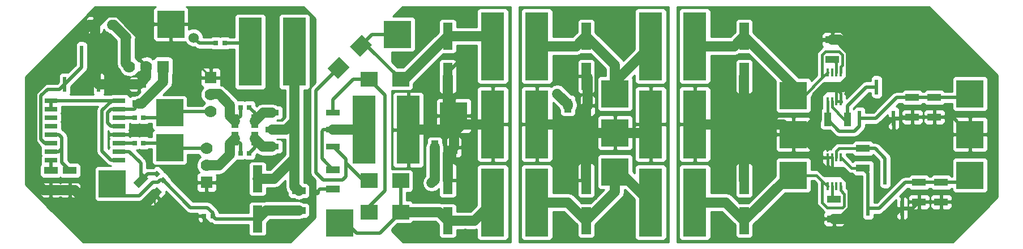
<source format=gtl>
G04 (created by PCBNEW (2013-may-18)-stable) date 2014年02月07日 星期五 16时20分23秒*
%MOIN*%
G04 Gerber Fmt 3.4, Leading zero omitted, Abs format*
%FSLAX34Y34*%
G01*
G70*
G90*
G04 APERTURE LIST*
%ADD10C,0.00590551*%
%ADD11R,0.137795X0.401575*%
%ADD12R,0.075X0.025*%
%ADD13R,0.055X0.055*%
%ADD14C,0.055*%
%ADD15R,0.0275591X0.0314961*%
%ADD16R,0.015X0.05*%
%ADD17R,0.0787402X0.0629921*%
%ADD18C,0.07*%
%ADD19R,0.07X0.07*%
%ADD20R,0.0984252X0.0866142*%
%ADD21R,0.0787402X0.0433071*%
%ADD22R,0.0433071X0.0787402*%
%ADD23R,0.02X0.09*%
%ADD24R,0.081X0.038*%
%ADD25R,0.16X0.16*%
%ADD26C,0.06*%
%ADD27C,0.035*%
%ADD28C,0.02*%
%ADD29C,0.0590551*%
%ADD30C,0.01*%
%ADD31C,0.015*%
G04 APERTURE END LIST*
G54D10*
G36*
X51474Y-36606D02*
X51474Y-35031D01*
X52025Y-35031D01*
X52025Y-36606D01*
X51474Y-36606D01*
X51474Y-36606D01*
G37*
G36*
X51474Y-38968D02*
X51474Y-37393D01*
X52025Y-37393D01*
X52025Y-38968D01*
X51474Y-38968D01*
X51474Y-38968D01*
G37*
G36*
X68924Y-45106D02*
X68924Y-43531D01*
X69475Y-43531D01*
X69475Y-45106D01*
X68924Y-45106D01*
X68924Y-45106D01*
G37*
G36*
X68924Y-47468D02*
X68924Y-45893D01*
X69475Y-45893D01*
X69475Y-47468D01*
X68924Y-47468D01*
X68924Y-47468D01*
G37*
G36*
X40274Y-45006D02*
X40274Y-43431D01*
X40825Y-43431D01*
X40825Y-45006D01*
X40274Y-45006D01*
X40274Y-45006D01*
G37*
G36*
X40274Y-47368D02*
X40274Y-45793D01*
X40825Y-45793D01*
X40825Y-47368D01*
X40274Y-47368D01*
X40274Y-47368D01*
G37*
G36*
X59624Y-36606D02*
X59624Y-35031D01*
X60175Y-35031D01*
X60175Y-36606D01*
X59624Y-36606D01*
X59624Y-36606D01*
G37*
G36*
X59624Y-38968D02*
X59624Y-37393D01*
X60175Y-37393D01*
X60175Y-38968D01*
X59624Y-38968D01*
X59624Y-38968D01*
G37*
G36*
X51474Y-45106D02*
X51474Y-43531D01*
X52025Y-43531D01*
X52025Y-45106D01*
X51474Y-45106D01*
X51474Y-45106D01*
G37*
G36*
X51474Y-47468D02*
X51474Y-45893D01*
X52025Y-45893D01*
X52025Y-47468D01*
X51474Y-47468D01*
X51474Y-47468D01*
G37*
G36*
X68924Y-36606D02*
X68924Y-35031D01*
X69475Y-35031D01*
X69475Y-36606D01*
X68924Y-36606D01*
X68924Y-36606D01*
G37*
G36*
X68924Y-38968D02*
X68924Y-37393D01*
X69475Y-37393D01*
X69475Y-38968D01*
X68924Y-38968D01*
X68924Y-38968D01*
G37*
G36*
X59624Y-45106D02*
X59624Y-43531D01*
X60175Y-43531D01*
X60175Y-45106D01*
X59624Y-45106D01*
X59624Y-45106D01*
G37*
G36*
X59624Y-47468D02*
X59624Y-45893D01*
X60175Y-45893D01*
X60175Y-47468D01*
X59624Y-47468D01*
X59624Y-47468D01*
G37*
G54D11*
X54400Y-36400D03*
X56999Y-36400D03*
X40125Y-36725D03*
X42724Y-36725D03*
X63700Y-45600D03*
X66299Y-45600D03*
X46825Y-41325D03*
X49424Y-41325D03*
X63700Y-36400D03*
X66299Y-36400D03*
X54400Y-45600D03*
X56999Y-45600D03*
G54D12*
X28400Y-39600D03*
X28400Y-40100D03*
X28400Y-40600D03*
X28400Y-41100D03*
X28400Y-41600D03*
X28400Y-42100D03*
X28400Y-42600D03*
X28400Y-43100D03*
X32400Y-43100D03*
X32400Y-42600D03*
X32400Y-42100D03*
X32400Y-41600D03*
X32400Y-41100D03*
X32400Y-40600D03*
X32400Y-40100D03*
X32400Y-39600D03*
G54D13*
X30975Y-35150D03*
G54D14*
X31975Y-35150D03*
G54D15*
X33319Y-40600D03*
X33830Y-40600D03*
X33319Y-42100D03*
X33830Y-42100D03*
G54D16*
X74884Y-42950D03*
X74628Y-42950D03*
X74372Y-42950D03*
X74116Y-42950D03*
X74116Y-44650D03*
X74372Y-44650D03*
X74628Y-44650D03*
X74884Y-44650D03*
G54D17*
X74500Y-43800D03*
G54D16*
X74116Y-39650D03*
X74372Y-39650D03*
X74628Y-39650D03*
X74884Y-39650D03*
X74884Y-37950D03*
X74628Y-37950D03*
X74372Y-37950D03*
X74116Y-37950D03*
G54D17*
X74500Y-38800D03*
G54D18*
X37550Y-42425D03*
X37550Y-43425D03*
G54D19*
X37550Y-44425D03*
G54D18*
X37800Y-40250D03*
X37800Y-39250D03*
G54D19*
X37800Y-38250D03*
G54D20*
X48975Y-44325D03*
X47124Y-44325D03*
G54D10*
G36*
X45279Y-38333D02*
X44666Y-37720D01*
X45362Y-37025D01*
X45975Y-37637D01*
X45279Y-38333D01*
X45279Y-38333D01*
G37*
G36*
X46587Y-37025D02*
X45975Y-36412D01*
X46670Y-35716D01*
X47283Y-36329D01*
X46587Y-37025D01*
X46587Y-37025D01*
G37*
G54D20*
X48975Y-46175D03*
X47124Y-46175D03*
X47124Y-38350D03*
X48975Y-38350D03*
G54D21*
X80400Y-39429D03*
X80400Y-40570D03*
X79500Y-44429D03*
X79500Y-45570D03*
X80800Y-44429D03*
X80800Y-45570D03*
X76200Y-43570D03*
X76200Y-42429D03*
X74500Y-45429D03*
X74500Y-46570D03*
X79100Y-39429D03*
X79100Y-40570D03*
G54D22*
X74129Y-40700D03*
X75270Y-40700D03*
G54D21*
X74400Y-37170D03*
X74400Y-36029D03*
X33575Y-39795D03*
X33575Y-38654D03*
X29500Y-43729D03*
X29500Y-44870D03*
X28375Y-43729D03*
X28375Y-44870D03*
G54D23*
X77500Y-44100D03*
X76500Y-45950D03*
X78500Y-45950D03*
X77000Y-38800D03*
X76000Y-40650D03*
X78000Y-40650D03*
X30200Y-36800D03*
X29200Y-38650D03*
X31200Y-38650D03*
G54D24*
X41400Y-40325D03*
X41420Y-41325D03*
X41400Y-42325D03*
X45000Y-40325D03*
X45000Y-41325D03*
X45000Y-42325D03*
G54D11*
X63700Y-41000D03*
X66299Y-41000D03*
X54400Y-41000D03*
X56999Y-41000D03*
G54D15*
X38094Y-36225D03*
X38605Y-36225D03*
X37905Y-46400D03*
X37394Y-46400D03*
X39544Y-42700D03*
X40055Y-42700D03*
X39544Y-40000D03*
X40055Y-40000D03*
G54D22*
X39229Y-41850D03*
X40370Y-41850D03*
X39229Y-40825D03*
X40370Y-40825D03*
G54D21*
X42975Y-44929D03*
X42975Y-46070D03*
X45000Y-43679D03*
X45000Y-44820D03*
G54D22*
X52120Y-42350D03*
X50979Y-42350D03*
X59970Y-39900D03*
X58829Y-39900D03*
G54D25*
X48800Y-35700D03*
X45400Y-46800D03*
X72100Y-41600D03*
X82500Y-39200D03*
X82500Y-41600D03*
X82500Y-44000D03*
X35450Y-35100D03*
X35375Y-42375D03*
X35375Y-40325D03*
X52100Y-40500D03*
X61600Y-39200D03*
X61600Y-43800D03*
X61600Y-41500D03*
X72100Y-44000D03*
X72100Y-39300D03*
X32000Y-44500D03*
G54D26*
X32800Y-35900D03*
X36800Y-35900D03*
G54D10*
G36*
X33239Y-44446D02*
X33796Y-43889D01*
X34102Y-44196D01*
X33546Y-44752D01*
X33239Y-44446D01*
X33239Y-44446D01*
G37*
G36*
X34047Y-45253D02*
X34603Y-44697D01*
X34910Y-45003D01*
X34353Y-45560D01*
X34047Y-45253D01*
X34047Y-45253D01*
G37*
G54D18*
X33000Y-37600D03*
X34000Y-37600D03*
G54D19*
X35000Y-37600D03*
G54D10*
G36*
X34605Y-44127D02*
X34410Y-43932D01*
X34632Y-43710D01*
X34827Y-43905D01*
X34605Y-44127D01*
X34605Y-44127D01*
G37*
G36*
X34967Y-44489D02*
X34772Y-44294D01*
X34994Y-44072D01*
X35189Y-44267D01*
X34967Y-44489D01*
X34967Y-44489D01*
G37*
G54D27*
X58500Y-44400D03*
X58500Y-46300D03*
X62300Y-45300D03*
X62100Y-37000D03*
X58600Y-35500D03*
X58600Y-37400D03*
X36200Y-47400D03*
X39500Y-45300D03*
X41400Y-43200D03*
X41400Y-36500D03*
X58200Y-39200D03*
X50800Y-44450D03*
X44050Y-45000D03*
X30525Y-41000D03*
X33550Y-41325D03*
X52800Y-44700D03*
X52800Y-47300D03*
X50800Y-47100D03*
X50700Y-35700D03*
X52800Y-35000D03*
X52800Y-36900D03*
X71400Y-36600D03*
X73100Y-34800D03*
X78900Y-36400D03*
X80700Y-42100D03*
X79200Y-42700D03*
X70500Y-47300D03*
X67600Y-46400D03*
X76600Y-41800D03*
X73900Y-41800D03*
X72700Y-37300D03*
X67800Y-35600D03*
X68200Y-39900D03*
G54D28*
X59900Y-38181D02*
X59381Y-38181D01*
X58581Y-44318D02*
X59900Y-44318D01*
X58500Y-44400D02*
X58581Y-44318D01*
X58500Y-46800D02*
X58500Y-46300D01*
X59500Y-47800D02*
X58500Y-46800D01*
X60400Y-47800D02*
X59500Y-47800D01*
X60700Y-47500D02*
X60400Y-47800D01*
X60700Y-46900D02*
X60700Y-47500D01*
X62300Y-45300D02*
X60700Y-46900D01*
X62100Y-36400D02*
X62100Y-37000D01*
X60300Y-34600D02*
X62100Y-36400D01*
X59500Y-34600D02*
X60300Y-34600D01*
X58600Y-35500D02*
X59500Y-34600D01*
X59381Y-38181D02*
X58600Y-37400D01*
G54D29*
X61600Y-41500D02*
X63200Y-41500D01*
X63200Y-41500D02*
X63700Y-41000D01*
X61600Y-41500D02*
X59700Y-41500D01*
X59700Y-41500D02*
X59900Y-41700D01*
X56999Y-41000D02*
X59200Y-41000D01*
X59200Y-41000D02*
X59900Y-41700D01*
X59970Y-39900D02*
X59970Y-38251D01*
X59970Y-38251D02*
X59900Y-38181D01*
X59900Y-44318D02*
X59900Y-41700D01*
X59900Y-41700D02*
X59900Y-39970D01*
X59900Y-39970D02*
X59970Y-39900D01*
X32800Y-35900D02*
X32800Y-37400D01*
X32800Y-37400D02*
X33000Y-37600D01*
X31975Y-35150D02*
X32098Y-35150D01*
X32824Y-35875D02*
X32800Y-35900D01*
X32098Y-35150D02*
X32824Y-35875D01*
X34000Y-37600D02*
X34000Y-38229D01*
X34000Y-38229D02*
X33575Y-38654D01*
G54D30*
X37800Y-38250D02*
X37800Y-38200D01*
X34400Y-36500D02*
X34400Y-36475D01*
X34425Y-36500D02*
X34400Y-36500D01*
X36100Y-36500D02*
X34425Y-36500D01*
X37800Y-38200D02*
X36100Y-36500D01*
X35450Y-35100D02*
X38100Y-35100D01*
X34478Y-45678D02*
X34478Y-45128D01*
X36200Y-47400D02*
X34478Y-45678D01*
X39500Y-43500D02*
X39500Y-45300D01*
X39900Y-43100D02*
X39500Y-43500D01*
X41300Y-43100D02*
X39900Y-43100D01*
X41400Y-43200D02*
X41300Y-43100D01*
X41400Y-34700D02*
X41400Y-36500D01*
X41000Y-34300D02*
X41400Y-34700D01*
X38900Y-34300D02*
X41000Y-34300D01*
X38100Y-35100D02*
X38900Y-34300D01*
G54D29*
X58829Y-39900D02*
X58829Y-39829D01*
X58829Y-39829D02*
X58200Y-39200D01*
X50979Y-42350D02*
X50979Y-44270D01*
X50979Y-44270D02*
X50800Y-44450D01*
G54D28*
X37394Y-46400D02*
X37394Y-46544D01*
X37394Y-46544D02*
X38500Y-47650D01*
X38500Y-47650D02*
X42550Y-47650D01*
X42550Y-47650D02*
X43800Y-46400D01*
X43800Y-46400D02*
X43800Y-45250D01*
X43800Y-45250D02*
X44050Y-45000D01*
X44229Y-44820D02*
X45000Y-44820D01*
X44050Y-45000D02*
X44229Y-44820D01*
X37394Y-46400D02*
X35750Y-46400D01*
X35750Y-46400D02*
X34478Y-45128D01*
X32400Y-41600D02*
X33275Y-41600D01*
X30825Y-41300D02*
X30825Y-45900D01*
X30525Y-41000D02*
X30825Y-41300D01*
X33275Y-41600D02*
X33550Y-41325D01*
G54D29*
X28375Y-44870D02*
X27945Y-44870D01*
X30650Y-35150D02*
X30975Y-35150D01*
X29575Y-36225D02*
X30650Y-35150D01*
X29575Y-36800D02*
X29575Y-36225D01*
X27275Y-39100D02*
X29575Y-36800D01*
X27275Y-42125D02*
X27275Y-39100D01*
X27500Y-42350D02*
X27275Y-42125D01*
X27500Y-44425D02*
X27500Y-42350D01*
X27945Y-44870D02*
X27500Y-44425D01*
X30975Y-35150D02*
X30975Y-35125D01*
X32350Y-34425D02*
X34400Y-36475D01*
X31675Y-34425D02*
X32350Y-34425D01*
X30975Y-35125D02*
X31675Y-34425D01*
X29500Y-44870D02*
X29795Y-44870D01*
X33707Y-45900D02*
X34478Y-45128D01*
X30825Y-45900D02*
X33707Y-45900D01*
X29795Y-44870D02*
X30825Y-45900D01*
X28375Y-44870D02*
X29500Y-44870D01*
X31200Y-38650D02*
X33570Y-38650D01*
X33570Y-38650D02*
X33575Y-38654D01*
X30975Y-35150D02*
X30975Y-38425D01*
X30975Y-38425D02*
X31200Y-38650D01*
G54D31*
X74372Y-44650D02*
X74372Y-45301D01*
X74372Y-45301D02*
X74500Y-45429D01*
G54D28*
X47124Y-46175D02*
X47124Y-45850D01*
X48050Y-39275D02*
X47124Y-38350D01*
X48050Y-44925D02*
X48050Y-39275D01*
X47124Y-45850D02*
X48050Y-44925D01*
X45000Y-40325D02*
X45000Y-39550D01*
X46200Y-38350D02*
X47124Y-38350D01*
X45000Y-39550D02*
X46200Y-38350D01*
G54D31*
X74628Y-37950D02*
X74628Y-37398D01*
X74628Y-37398D02*
X74400Y-37170D01*
X74884Y-37950D02*
X74884Y-37616D01*
X73800Y-36900D02*
X73800Y-38266D01*
X74000Y-36700D02*
X73800Y-36900D01*
X74800Y-36700D02*
X74000Y-36700D01*
X75000Y-36900D02*
X74800Y-36700D01*
X75000Y-37500D02*
X75000Y-36900D01*
X74884Y-37616D02*
X75000Y-37500D01*
X72100Y-39300D02*
X72766Y-39300D01*
X72766Y-39300D02*
X73800Y-38266D01*
X73800Y-38266D02*
X74116Y-37950D01*
G54D29*
X72100Y-39300D02*
X72100Y-38718D01*
X72100Y-38718D02*
X69200Y-35818D01*
X66299Y-36400D02*
X68618Y-36400D01*
X68618Y-36400D02*
X69200Y-35818D01*
X61600Y-39200D02*
X61600Y-38500D01*
X61600Y-38500D02*
X63700Y-36400D01*
X61600Y-39200D02*
X61600Y-37518D01*
X61600Y-37518D02*
X59900Y-35818D01*
X56999Y-36400D02*
X59318Y-36400D01*
X59318Y-36400D02*
X59900Y-35818D01*
G54D28*
X80800Y-44429D02*
X82070Y-44429D01*
X82070Y-44429D02*
X82500Y-44000D01*
X79500Y-44429D02*
X80800Y-44429D01*
X79500Y-44429D02*
X78670Y-44429D01*
X77150Y-45950D02*
X76500Y-45950D01*
X78670Y-44429D02*
X77150Y-45950D01*
X76500Y-45950D02*
X76500Y-43870D01*
X76500Y-43870D02*
X76200Y-43570D01*
G54D31*
X76200Y-43570D02*
X75504Y-43570D01*
X75504Y-43570D02*
X74884Y-42950D01*
G54D28*
X80400Y-39429D02*
X82270Y-39429D01*
X82270Y-39429D02*
X82500Y-39200D01*
X79100Y-39429D02*
X80400Y-39429D01*
X76000Y-40650D02*
X76950Y-40650D01*
X78170Y-39429D02*
X79100Y-39429D01*
X76950Y-40650D02*
X78170Y-39429D01*
X74129Y-40700D02*
X74129Y-40729D01*
X76000Y-41100D02*
X76000Y-40650D01*
X75700Y-41400D02*
X76000Y-41100D01*
X74800Y-41400D02*
X75700Y-41400D01*
X74129Y-40729D02*
X74800Y-41400D01*
G54D31*
X74116Y-39650D02*
X74116Y-40686D01*
X74116Y-40686D02*
X74129Y-40700D01*
G54D28*
X35375Y-40325D02*
X35450Y-40250D01*
X35450Y-40250D02*
X37800Y-40250D01*
X33830Y-40600D02*
X35100Y-40600D01*
X35100Y-40600D02*
X35375Y-40325D01*
G54D31*
X74884Y-44650D02*
X74884Y-44884D01*
X73800Y-45600D02*
X73800Y-44334D01*
X74100Y-45900D02*
X73800Y-45600D01*
X75000Y-45900D02*
X74100Y-45900D01*
X75100Y-45800D02*
X75000Y-45900D01*
X75100Y-45100D02*
X75100Y-45800D01*
X74884Y-44884D02*
X75100Y-45100D01*
X72100Y-44000D02*
X73466Y-44000D01*
X73466Y-44000D02*
X73800Y-44334D01*
X73800Y-44334D02*
X74116Y-44650D01*
G54D29*
X66299Y-45600D02*
X68118Y-45600D01*
X68118Y-45600D02*
X69200Y-46681D01*
X72100Y-44000D02*
X71881Y-44000D01*
X71881Y-44000D02*
X69200Y-46681D01*
X40370Y-40825D02*
X40870Y-40325D01*
X40870Y-40325D02*
X41400Y-40325D01*
G54D28*
X40055Y-40000D02*
X40370Y-40314D01*
X40370Y-40314D02*
X40370Y-40825D01*
G54D29*
X39229Y-40825D02*
X38925Y-40520D01*
X38925Y-40520D02*
X38925Y-39875D01*
X37825Y-39225D02*
X37800Y-39250D01*
X38925Y-39875D02*
X38275Y-39225D01*
X38275Y-39225D02*
X37825Y-39225D01*
G54D28*
X39229Y-40825D02*
X39544Y-40510D01*
X39544Y-40510D02*
X39544Y-40000D01*
X38605Y-36225D02*
X39625Y-36225D01*
X39625Y-36225D02*
X40125Y-36725D01*
X38094Y-36225D02*
X37125Y-36225D01*
X37125Y-36225D02*
X36800Y-35900D01*
G54D29*
X45000Y-41325D02*
X46825Y-41325D01*
G54D28*
X45000Y-41325D02*
X44425Y-41325D01*
X44350Y-43029D02*
X45000Y-43679D01*
X44350Y-41400D02*
X44350Y-43029D01*
X44425Y-41325D02*
X44350Y-41400D01*
X34980Y-44280D02*
X34819Y-44280D01*
X32700Y-45200D02*
X32000Y-44500D01*
X33600Y-45200D02*
X32700Y-45200D01*
X34400Y-44400D02*
X33600Y-45200D01*
X34700Y-44400D02*
X34400Y-44400D01*
X34819Y-44280D02*
X34700Y-44400D01*
X37905Y-46400D02*
X37905Y-46205D01*
X36600Y-45900D02*
X34980Y-44280D01*
X37600Y-45900D02*
X36600Y-45900D01*
X37905Y-46205D02*
X37600Y-45900D01*
X40550Y-46581D02*
X38087Y-46581D01*
X38087Y-46581D02*
X37905Y-46400D01*
G54D29*
X42975Y-46070D02*
X41060Y-46070D01*
X41060Y-46070D02*
X40550Y-46581D01*
X42725Y-42950D02*
X42725Y-44679D01*
X42725Y-44679D02*
X42975Y-44929D01*
X42725Y-40825D02*
X42725Y-42950D01*
X42725Y-42950D02*
X42725Y-43000D01*
X41506Y-44218D02*
X40550Y-44218D01*
X42725Y-43000D02*
X41506Y-44218D01*
X42724Y-36725D02*
X42725Y-36725D01*
X42225Y-41325D02*
X41420Y-41325D01*
X42725Y-40825D02*
X42225Y-41325D01*
X42725Y-36725D02*
X42725Y-40825D01*
X39229Y-41850D02*
X38925Y-42154D01*
X38925Y-42154D02*
X38925Y-42775D01*
X38275Y-43425D02*
X37550Y-43425D01*
X38925Y-42775D02*
X38275Y-43425D01*
G54D28*
X39229Y-41850D02*
X39544Y-42164D01*
X39544Y-42164D02*
X39544Y-42700D01*
G54D29*
X40370Y-41850D02*
X40845Y-42325D01*
X40845Y-42325D02*
X41400Y-42325D01*
G54D28*
X40055Y-42700D02*
X40370Y-42385D01*
X40370Y-42385D02*
X40370Y-41850D01*
G54D29*
X61600Y-43800D02*
X61900Y-43800D01*
X61900Y-43800D02*
X63700Y-45600D01*
X61600Y-43800D02*
X61600Y-44981D01*
X61600Y-44981D02*
X59900Y-46681D01*
X56999Y-45600D02*
X58818Y-45600D01*
X58818Y-45600D02*
X59900Y-46681D01*
G54D28*
X75270Y-40700D02*
X75270Y-39929D01*
X76400Y-38800D02*
X77000Y-38800D01*
X75270Y-39929D02*
X76400Y-38800D01*
G54D31*
X74372Y-39650D02*
X74372Y-39972D01*
X75100Y-40700D02*
X75270Y-40700D01*
X74372Y-39972D02*
X75100Y-40700D01*
G54D28*
X77500Y-44100D02*
X77500Y-43000D01*
X76929Y-42429D02*
X76200Y-42429D01*
X77500Y-43000D02*
X76929Y-42429D01*
G54D31*
X74628Y-42950D02*
X74628Y-42572D01*
X74770Y-42429D02*
X76200Y-42429D01*
X74628Y-42572D02*
X74770Y-42429D01*
G54D28*
X28400Y-43100D02*
X28400Y-43704D01*
X28400Y-43704D02*
X28375Y-43729D01*
G54D29*
X35000Y-37600D02*
X35000Y-38500D01*
X33704Y-39795D02*
X33575Y-39795D01*
X35000Y-38500D02*
X33704Y-39795D01*
G54D28*
X33575Y-39795D02*
X33270Y-40100D01*
X33270Y-40100D02*
X32400Y-40100D01*
X32400Y-40100D02*
X31925Y-40100D01*
X31925Y-41100D02*
X32400Y-41100D01*
X31725Y-40900D02*
X31925Y-41100D01*
X31725Y-40300D02*
X31725Y-40900D01*
X31925Y-40100D02*
X31725Y-40300D01*
X34619Y-43919D02*
X34073Y-43919D01*
X34073Y-43919D02*
X33671Y-44321D01*
X33650Y-43275D02*
X33650Y-43250D01*
X33667Y-43275D02*
X33650Y-43275D01*
X33671Y-43271D02*
X33667Y-43275D01*
X33000Y-42600D02*
X33650Y-43250D01*
X33671Y-44321D02*
X33671Y-43271D01*
X32400Y-42600D02*
X33000Y-42600D01*
X28400Y-42100D02*
X28025Y-42100D01*
X28900Y-38950D02*
X29200Y-38650D01*
X28175Y-38950D02*
X28900Y-38950D01*
X27800Y-39325D02*
X28175Y-38950D01*
X27800Y-41875D02*
X27800Y-39325D01*
X28025Y-42100D02*
X27800Y-41875D01*
X30200Y-36800D02*
X30200Y-37650D01*
X30200Y-37650D02*
X29200Y-38650D01*
X29025Y-42425D02*
X29025Y-43254D01*
X29025Y-43254D02*
X29500Y-43729D01*
X28400Y-41600D02*
X28850Y-41600D01*
X28850Y-42600D02*
X28400Y-42600D01*
X29025Y-42425D02*
X28850Y-42600D01*
X29025Y-41775D02*
X29025Y-42425D01*
X28850Y-41600D02*
X29025Y-41775D01*
X32400Y-39600D02*
X31975Y-39600D01*
X31925Y-43100D02*
X32400Y-43100D01*
X31400Y-42575D02*
X31925Y-43100D01*
X31400Y-40175D02*
X31400Y-42575D01*
X31975Y-39600D02*
X31400Y-40175D01*
X28400Y-40100D02*
X28400Y-39600D01*
X28400Y-39600D02*
X32400Y-39600D01*
X32400Y-40600D02*
X33319Y-40600D01*
X35375Y-42375D02*
X35425Y-42425D01*
X35425Y-42425D02*
X37550Y-42425D01*
X33830Y-42100D02*
X35100Y-42100D01*
X35100Y-42100D02*
X35375Y-42375D01*
X32400Y-42100D02*
X33319Y-42100D01*
X47124Y-44325D02*
X46800Y-44325D01*
X46800Y-44325D02*
X45750Y-43275D01*
X45000Y-42325D02*
X45025Y-42325D01*
X44000Y-39000D02*
X45320Y-37679D01*
X44000Y-43850D02*
X44000Y-39000D01*
X44425Y-44275D02*
X44000Y-43850D01*
X45550Y-44275D02*
X44425Y-44275D01*
X45750Y-44075D02*
X45550Y-44275D01*
X45750Y-43050D02*
X45750Y-43275D01*
X45750Y-43275D02*
X45750Y-44075D01*
X45025Y-42325D02*
X45750Y-43050D01*
X48800Y-35700D02*
X47300Y-35700D01*
X47300Y-35700D02*
X46629Y-36370D01*
G54D29*
X51750Y-35818D02*
X53819Y-35818D01*
X53819Y-35818D02*
X54400Y-36400D01*
X48975Y-38350D02*
X49218Y-38350D01*
X49218Y-38350D02*
X51750Y-35818D01*
G54D28*
X46629Y-36370D02*
X46995Y-36370D01*
X46995Y-36370D02*
X48975Y-38350D01*
X45400Y-46800D02*
X45800Y-46800D01*
X47750Y-47400D02*
X48975Y-46175D01*
X46400Y-47400D02*
X47750Y-47400D01*
X45800Y-46800D02*
X46400Y-47400D01*
G54D29*
X51750Y-46681D02*
X53319Y-46681D01*
X53319Y-46681D02*
X54400Y-45600D01*
X48975Y-46175D02*
X51243Y-46175D01*
X51243Y-46175D02*
X51750Y-46681D01*
G54D28*
X48975Y-46175D02*
X48975Y-44325D01*
X51750Y-38181D02*
X51750Y-37950D01*
X52418Y-44318D02*
X51750Y-44318D01*
X52800Y-44700D02*
X52418Y-44318D01*
X52300Y-47800D02*
X52800Y-47300D01*
X51200Y-47800D02*
X52300Y-47800D01*
X51000Y-47600D02*
X51200Y-47800D01*
X51000Y-47300D02*
X51000Y-47600D01*
X50800Y-47100D02*
X51000Y-47300D01*
X50700Y-35300D02*
X50700Y-35700D01*
X51500Y-34500D02*
X50700Y-35300D01*
X52300Y-34500D02*
X51500Y-34500D01*
X52800Y-35000D02*
X52300Y-34500D01*
X51750Y-37950D02*
X52800Y-36900D01*
G54D29*
X54400Y-41000D02*
X52591Y-41000D01*
X52591Y-41000D02*
X52120Y-41470D01*
X51750Y-38181D02*
X51750Y-41100D01*
X51750Y-41100D02*
X52120Y-41470D01*
X52120Y-42350D02*
X52120Y-41470D01*
X52120Y-41470D02*
X52120Y-41325D01*
X51950Y-41300D02*
X51950Y-41325D01*
X52095Y-41300D02*
X51950Y-41300D01*
X52120Y-41325D02*
X52095Y-41300D01*
X51750Y-44318D02*
X51750Y-42720D01*
X51750Y-42720D02*
X52120Y-42350D01*
X49424Y-41325D02*
X51950Y-41325D01*
G54D28*
X66299Y-41000D02*
X67100Y-41000D01*
X71970Y-36029D02*
X74400Y-36029D01*
X71400Y-36600D02*
X71970Y-36029D01*
X77300Y-34800D02*
X73100Y-34800D01*
X78900Y-36400D02*
X77300Y-34800D01*
X79800Y-42100D02*
X80700Y-42100D01*
X79200Y-42700D02*
X79800Y-42100D01*
X70000Y-47800D02*
X70500Y-47300D01*
X68600Y-47800D02*
X70000Y-47800D01*
X68200Y-47400D02*
X68600Y-47800D01*
X68200Y-47000D02*
X68200Y-47400D01*
X67600Y-46400D02*
X68200Y-47000D01*
X73900Y-41800D02*
X76600Y-41800D01*
X72700Y-37000D02*
X72700Y-37300D01*
X70300Y-34600D02*
X72700Y-37000D01*
X68500Y-34600D02*
X70300Y-34600D01*
X68500Y-34900D02*
X68500Y-34600D01*
X67800Y-35600D02*
X68500Y-34900D01*
X67100Y-41000D02*
X68200Y-39900D01*
X79500Y-45570D02*
X80800Y-45570D01*
X78500Y-45950D02*
X79120Y-45950D01*
X79120Y-45950D02*
X79500Y-45570D01*
X74500Y-46570D02*
X75970Y-46570D01*
X77750Y-46700D02*
X78500Y-45950D01*
X76100Y-46700D02*
X77750Y-46700D01*
X75970Y-46570D02*
X76100Y-46700D01*
X80400Y-40570D02*
X81470Y-40570D01*
X81470Y-40570D02*
X82500Y-41600D01*
X79100Y-40570D02*
X80400Y-40570D01*
X78000Y-40650D02*
X79020Y-40650D01*
X79020Y-40650D02*
X79100Y-40570D01*
X72100Y-41600D02*
X74000Y-41600D01*
X76850Y-41800D02*
X78000Y-40650D01*
X74200Y-41800D02*
X76850Y-41800D01*
X74000Y-41600D02*
X74200Y-41800D01*
G54D29*
X74500Y-38800D02*
X75000Y-38800D01*
X75000Y-38800D02*
X75500Y-38300D01*
X75500Y-38300D02*
X75500Y-36700D01*
X75500Y-36700D02*
X74829Y-36029D01*
X74829Y-36029D02*
X74400Y-36029D01*
X74500Y-43800D02*
X75000Y-43800D01*
X75029Y-46570D02*
X74500Y-46570D01*
X75600Y-46000D02*
X75029Y-46570D01*
X75600Y-44400D02*
X75600Y-46000D01*
X75000Y-43800D02*
X75600Y-44400D01*
X74500Y-43800D02*
X74000Y-43800D01*
X73500Y-42500D02*
X72600Y-41600D01*
X73500Y-43300D02*
X73500Y-42500D01*
X74000Y-43800D02*
X73500Y-43300D01*
X72600Y-41600D02*
X72100Y-41600D01*
X74500Y-38800D02*
X74000Y-38800D01*
X74000Y-38800D02*
X73500Y-39300D01*
X73500Y-39300D02*
X73500Y-40700D01*
X73500Y-40700D02*
X72600Y-41600D01*
X72600Y-41600D02*
X72100Y-41600D01*
G54D31*
X74116Y-42950D02*
X74116Y-43416D01*
X74116Y-43416D02*
X74500Y-43800D01*
X74372Y-42950D02*
X74372Y-43672D01*
X74372Y-43672D02*
X74500Y-43800D01*
X74116Y-42950D02*
X74372Y-42950D01*
X74628Y-39650D02*
X74628Y-38928D01*
X74628Y-38928D02*
X74500Y-38800D01*
X74884Y-39650D02*
X74884Y-39184D01*
X74884Y-39184D02*
X74500Y-38800D01*
X74628Y-39650D02*
X74884Y-39650D01*
G54D29*
X69200Y-38181D02*
X69200Y-41400D01*
X69200Y-44318D02*
X69200Y-41400D01*
X69200Y-41400D02*
X69600Y-41000D01*
X66299Y-41000D02*
X69600Y-41000D01*
X69600Y-41000D02*
X71500Y-41000D01*
X71500Y-41000D02*
X72100Y-41600D01*
G54D10*
G36*
X34464Y-41349D02*
X34433Y-41362D01*
X34363Y-41433D01*
X34325Y-41525D01*
X34324Y-41624D01*
X34324Y-41750D01*
X34129Y-41750D01*
X34110Y-41730D01*
X34018Y-41692D01*
X33919Y-41692D01*
X33643Y-41692D01*
X33574Y-41720D01*
X33506Y-41692D01*
X33407Y-41692D01*
X33131Y-41692D01*
X33039Y-41730D01*
X33025Y-41745D01*
X33025Y-41712D01*
X32962Y-41650D01*
X32450Y-41650D01*
X32450Y-41657D01*
X32350Y-41657D01*
X32350Y-41650D01*
X31837Y-41650D01*
X31775Y-41712D01*
X31774Y-41774D01*
X31806Y-41850D01*
X31775Y-41925D01*
X31774Y-42024D01*
X31774Y-42274D01*
X31806Y-42350D01*
X31775Y-42425D01*
X31775Y-42455D01*
X31750Y-42430D01*
X31750Y-41395D01*
X31779Y-41415D01*
X31774Y-41425D01*
X31775Y-41487D01*
X31837Y-41550D01*
X32350Y-41550D01*
X32350Y-41542D01*
X32450Y-41542D01*
X32450Y-41550D01*
X32962Y-41550D01*
X33025Y-41487D01*
X33025Y-41425D01*
X32993Y-41349D01*
X33024Y-41274D01*
X33025Y-41175D01*
X33025Y-40954D01*
X33039Y-40969D01*
X33131Y-41007D01*
X33230Y-41007D01*
X33506Y-41007D01*
X33575Y-40979D01*
X33643Y-41007D01*
X33742Y-41007D01*
X34018Y-41007D01*
X34110Y-40969D01*
X34129Y-40950D01*
X34324Y-40950D01*
X34324Y-41174D01*
X34362Y-41266D01*
X34433Y-41336D01*
X34464Y-41349D01*
X34464Y-41349D01*
G37*
G54D30*
X34464Y-41349D02*
X34433Y-41362D01*
X34363Y-41433D01*
X34325Y-41525D01*
X34324Y-41624D01*
X34324Y-41750D01*
X34129Y-41750D01*
X34110Y-41730D01*
X34018Y-41692D01*
X33919Y-41692D01*
X33643Y-41692D01*
X33574Y-41720D01*
X33506Y-41692D01*
X33407Y-41692D01*
X33131Y-41692D01*
X33039Y-41730D01*
X33025Y-41745D01*
X33025Y-41712D01*
X32962Y-41650D01*
X32450Y-41650D01*
X32450Y-41657D01*
X32350Y-41657D01*
X32350Y-41650D01*
X31837Y-41650D01*
X31775Y-41712D01*
X31774Y-41774D01*
X31806Y-41850D01*
X31775Y-41925D01*
X31774Y-42024D01*
X31774Y-42274D01*
X31806Y-42350D01*
X31775Y-42425D01*
X31775Y-42455D01*
X31750Y-42430D01*
X31750Y-41395D01*
X31779Y-41415D01*
X31774Y-41425D01*
X31775Y-41487D01*
X31837Y-41550D01*
X32350Y-41550D01*
X32350Y-41542D01*
X32450Y-41542D01*
X32450Y-41550D01*
X32962Y-41550D01*
X33025Y-41487D01*
X33025Y-41425D01*
X32993Y-41349D01*
X33024Y-41274D01*
X33025Y-41175D01*
X33025Y-40954D01*
X33039Y-40969D01*
X33131Y-41007D01*
X33230Y-41007D01*
X33506Y-41007D01*
X33575Y-40979D01*
X33643Y-41007D01*
X33742Y-41007D01*
X34018Y-41007D01*
X34110Y-40969D01*
X34129Y-40950D01*
X34324Y-40950D01*
X34324Y-41174D01*
X34362Y-41266D01*
X34433Y-41336D01*
X34464Y-41349D01*
G54D10*
G36*
X43950Y-46479D02*
X42479Y-47950D01*
X42250Y-47950D01*
X37344Y-47950D01*
X37344Y-46744D01*
X37344Y-46450D01*
X37068Y-46450D01*
X37006Y-46512D01*
X37006Y-46606D01*
X37044Y-46698D01*
X37114Y-46769D01*
X37206Y-46807D01*
X37305Y-46807D01*
X37281Y-46807D01*
X37344Y-46744D01*
X37344Y-47950D01*
X34729Y-47950D01*
X34729Y-45538D01*
X34729Y-45449D01*
X34478Y-45199D01*
X34103Y-45574D01*
X34103Y-45663D01*
X34211Y-45771D01*
X34303Y-45810D01*
X34402Y-45810D01*
X34494Y-45772D01*
X34565Y-45701D01*
X34729Y-45538D01*
X34729Y-47950D01*
X30270Y-47950D01*
X30143Y-47823D01*
X30143Y-45136D01*
X30143Y-44604D01*
X30105Y-44512D01*
X30035Y-44442D01*
X29943Y-44404D01*
X29844Y-44404D01*
X29612Y-44404D01*
X29550Y-44466D01*
X29550Y-44820D01*
X30081Y-44820D01*
X30143Y-44758D01*
X30143Y-44604D01*
X30143Y-45136D01*
X30143Y-44983D01*
X30081Y-44920D01*
X29550Y-44920D01*
X29550Y-45274D01*
X29612Y-45337D01*
X29844Y-45337D01*
X29943Y-45337D01*
X30035Y-45299D01*
X30105Y-45228D01*
X30143Y-45136D01*
X30143Y-47823D01*
X29450Y-47129D01*
X29450Y-45274D01*
X29450Y-44920D01*
X29450Y-44820D01*
X29450Y-44466D01*
X29387Y-44404D01*
X29155Y-44404D01*
X29056Y-44404D01*
X28964Y-44442D01*
X28937Y-44469D01*
X28910Y-44442D01*
X28818Y-44404D01*
X28719Y-44404D01*
X28487Y-44404D01*
X28425Y-44466D01*
X28425Y-44820D01*
X28918Y-44820D01*
X28956Y-44820D01*
X29450Y-44820D01*
X29450Y-44920D01*
X28956Y-44920D01*
X28918Y-44920D01*
X28425Y-44920D01*
X28425Y-45274D01*
X28487Y-45337D01*
X28719Y-45337D01*
X28818Y-45337D01*
X28910Y-45299D01*
X28937Y-45272D01*
X28964Y-45299D01*
X29056Y-45337D01*
X29155Y-45337D01*
X29387Y-45337D01*
X29450Y-45274D01*
X29450Y-47129D01*
X29285Y-46964D01*
X28325Y-46004D01*
X28325Y-45274D01*
X28325Y-44920D01*
X28325Y-44820D01*
X28325Y-44466D01*
X28262Y-44404D01*
X28030Y-44404D01*
X27931Y-44404D01*
X27839Y-44442D01*
X27769Y-44512D01*
X27731Y-44604D01*
X27731Y-44758D01*
X27793Y-44820D01*
X28325Y-44820D01*
X28325Y-44920D01*
X27793Y-44920D01*
X27731Y-44983D01*
X27731Y-45136D01*
X27769Y-45228D01*
X27839Y-45299D01*
X27931Y-45337D01*
X28030Y-45337D01*
X28262Y-45337D01*
X28325Y-45274D01*
X28325Y-46004D01*
X26869Y-44548D01*
X26869Y-38201D01*
X31001Y-34069D01*
X34552Y-34069D01*
X34508Y-34087D01*
X34438Y-34158D01*
X34400Y-34250D01*
X34399Y-34349D01*
X34400Y-34987D01*
X34462Y-35050D01*
X35400Y-35050D01*
X35400Y-35042D01*
X35500Y-35042D01*
X35500Y-35050D01*
X36437Y-35050D01*
X36500Y-34987D01*
X36500Y-34349D01*
X36499Y-34250D01*
X36461Y-34158D01*
X36391Y-34087D01*
X36347Y-34069D01*
X43248Y-34069D01*
X43950Y-34770D01*
X43950Y-38555D01*
X43752Y-38752D01*
X43676Y-38866D01*
X43663Y-38933D01*
X43663Y-38683D01*
X43663Y-34667D01*
X43625Y-34575D01*
X43554Y-34505D01*
X43463Y-34467D01*
X43363Y-34467D01*
X41985Y-34467D01*
X41893Y-34505D01*
X41823Y-34575D01*
X41785Y-34667D01*
X41785Y-34766D01*
X41785Y-38782D01*
X41823Y-38874D01*
X41893Y-38944D01*
X41985Y-38982D01*
X42084Y-38982D01*
X42179Y-38982D01*
X42179Y-40599D01*
X41999Y-40779D01*
X41682Y-40779D01*
X41704Y-40765D01*
X41854Y-40765D01*
X41946Y-40727D01*
X42016Y-40656D01*
X42054Y-40564D01*
X42055Y-40465D01*
X42055Y-40085D01*
X42017Y-39993D01*
X41946Y-39923D01*
X41854Y-39885D01*
X41755Y-39884D01*
X41704Y-39884D01*
X41608Y-39821D01*
X41400Y-39779D01*
X41064Y-39779D01*
X41064Y-38683D01*
X41064Y-34667D01*
X41026Y-34575D01*
X40956Y-34505D01*
X40864Y-34467D01*
X40765Y-34467D01*
X39387Y-34467D01*
X39295Y-34505D01*
X39224Y-34575D01*
X39186Y-34667D01*
X39186Y-34766D01*
X39186Y-35875D01*
X38904Y-35875D01*
X38885Y-35855D01*
X38793Y-35817D01*
X38694Y-35817D01*
X38418Y-35817D01*
X38349Y-35845D01*
X38281Y-35817D01*
X38182Y-35817D01*
X37906Y-35817D01*
X37814Y-35855D01*
X37795Y-35875D01*
X37350Y-35875D01*
X37350Y-35791D01*
X37266Y-35588D01*
X37111Y-35434D01*
X36909Y-35350D01*
X36691Y-35349D01*
X36500Y-35428D01*
X36500Y-35212D01*
X36437Y-35150D01*
X35500Y-35150D01*
X35500Y-36087D01*
X35562Y-36150D01*
X36299Y-36150D01*
X36306Y-36146D01*
X36333Y-36211D01*
X36488Y-36365D01*
X36690Y-36449D01*
X36855Y-36450D01*
X36877Y-36472D01*
X36991Y-36548D01*
X37125Y-36575D01*
X37795Y-36575D01*
X37814Y-36594D01*
X37906Y-36632D01*
X38005Y-36632D01*
X38281Y-36632D01*
X38350Y-36604D01*
X38418Y-36632D01*
X38517Y-36632D01*
X38793Y-36632D01*
X38885Y-36594D01*
X38904Y-36575D01*
X39186Y-36575D01*
X39186Y-38782D01*
X39224Y-38874D01*
X39295Y-38944D01*
X39386Y-38982D01*
X39486Y-38982D01*
X40864Y-38982D01*
X40956Y-38944D01*
X41026Y-38874D01*
X41064Y-38782D01*
X41064Y-38683D01*
X41064Y-39779D01*
X40870Y-39779D01*
X40662Y-39821D01*
X40488Y-39937D01*
X40443Y-39892D01*
X40443Y-39793D01*
X40405Y-39701D01*
X40335Y-39630D01*
X40243Y-39592D01*
X40144Y-39592D01*
X39868Y-39592D01*
X39799Y-39620D01*
X39731Y-39592D01*
X39632Y-39592D01*
X39379Y-39592D01*
X39310Y-39489D01*
X39310Y-39489D01*
X38660Y-38839D01*
X38483Y-38721D01*
X38379Y-38700D01*
X38399Y-38649D01*
X38400Y-38550D01*
X38400Y-37949D01*
X38399Y-37850D01*
X38361Y-37758D01*
X38291Y-37687D01*
X38199Y-37649D01*
X37912Y-37650D01*
X37850Y-37712D01*
X37850Y-38200D01*
X38337Y-38200D01*
X38400Y-38137D01*
X38400Y-37949D01*
X38400Y-38550D01*
X38400Y-38362D01*
X38337Y-38300D01*
X37850Y-38300D01*
X37850Y-38307D01*
X37750Y-38307D01*
X37750Y-38300D01*
X37750Y-38200D01*
X37750Y-37712D01*
X37687Y-37650D01*
X37400Y-37649D01*
X37308Y-37687D01*
X37238Y-37758D01*
X37200Y-37850D01*
X37199Y-37949D01*
X37200Y-38137D01*
X37262Y-38200D01*
X37750Y-38200D01*
X37750Y-38300D01*
X37262Y-38300D01*
X37200Y-38362D01*
X37199Y-38550D01*
X37200Y-38649D01*
X37238Y-38741D01*
X37308Y-38812D01*
X37365Y-38835D01*
X37291Y-38909D01*
X37200Y-39130D01*
X37199Y-39368D01*
X37291Y-39589D01*
X37451Y-39750D01*
X37301Y-39900D01*
X36425Y-39900D01*
X36425Y-39475D01*
X36387Y-39383D01*
X36316Y-39313D01*
X36224Y-39275D01*
X36125Y-39274D01*
X34996Y-39274D01*
X35385Y-38885D01*
X35385Y-38885D01*
X35385Y-38885D01*
X35503Y-38708D01*
X35545Y-38500D01*
X35545Y-38500D01*
X35545Y-38108D01*
X35561Y-38091D01*
X35599Y-37999D01*
X35600Y-37900D01*
X35600Y-37200D01*
X35562Y-37108D01*
X35491Y-37038D01*
X35400Y-37000D01*
X35400Y-36087D01*
X35400Y-35150D01*
X34462Y-35150D01*
X34400Y-35212D01*
X34399Y-35850D01*
X34400Y-35949D01*
X34438Y-36041D01*
X34508Y-36112D01*
X34600Y-36150D01*
X35337Y-36150D01*
X35400Y-36087D01*
X35400Y-37000D01*
X35399Y-37000D01*
X35300Y-36999D01*
X34600Y-36999D01*
X34508Y-37037D01*
X34438Y-37108D01*
X34418Y-37154D01*
X34396Y-37132D01*
X34351Y-37177D01*
X34317Y-37077D01*
X34093Y-36995D01*
X33855Y-37005D01*
X33682Y-37077D01*
X33648Y-37177D01*
X34000Y-37529D01*
X34005Y-37523D01*
X34076Y-37594D01*
X34070Y-37600D01*
X34076Y-37605D01*
X34005Y-37676D01*
X34000Y-37670D01*
X33929Y-37741D01*
X33929Y-37600D01*
X33577Y-37248D01*
X33512Y-37270D01*
X33508Y-37260D01*
X33345Y-37096D01*
X33345Y-36021D01*
X33349Y-36009D01*
X33349Y-35974D01*
X33369Y-35875D01*
X33369Y-35875D01*
X33369Y-35875D01*
X33327Y-35667D01*
X33327Y-35667D01*
X33280Y-35596D01*
X33209Y-35490D01*
X33209Y-35490D01*
X32483Y-34764D01*
X32307Y-34646D01*
X32098Y-34604D01*
X31975Y-34604D01*
X31873Y-34624D01*
X31871Y-34624D01*
X31868Y-34625D01*
X31766Y-34646D01*
X31680Y-34703D01*
X31678Y-34704D01*
X31676Y-34706D01*
X31589Y-34764D01*
X31531Y-34850D01*
X31530Y-34852D01*
X31529Y-34854D01*
X31500Y-34898D01*
X31499Y-34825D01*
X31461Y-34733D01*
X31391Y-34662D01*
X31299Y-34624D01*
X31087Y-34625D01*
X31025Y-34687D01*
X31025Y-35100D01*
X31032Y-35100D01*
X31032Y-35200D01*
X31025Y-35200D01*
X31025Y-35612D01*
X31087Y-35675D01*
X31299Y-35675D01*
X31391Y-35637D01*
X31461Y-35566D01*
X31499Y-35474D01*
X31500Y-35401D01*
X31528Y-35444D01*
X31529Y-35447D01*
X31531Y-35448D01*
X31589Y-35535D01*
X31675Y-35593D01*
X31677Y-35594D01*
X31679Y-35595D01*
X31766Y-35653D01*
X31847Y-35669D01*
X32254Y-36077D01*
X32254Y-37400D01*
X32296Y-37608D01*
X32414Y-37785D01*
X32436Y-37807D01*
X32491Y-37939D01*
X32659Y-38108D01*
X32880Y-38199D01*
X33101Y-38200D01*
X33039Y-38225D01*
X32969Y-38296D01*
X32931Y-38388D01*
X32931Y-38541D01*
X32993Y-38604D01*
X33525Y-38604D01*
X33525Y-38250D01*
X33462Y-38187D01*
X33230Y-38187D01*
X33149Y-38187D01*
X33339Y-38108D01*
X33508Y-37940D01*
X33512Y-37929D01*
X33577Y-37951D01*
X33929Y-37600D01*
X33929Y-37741D01*
X33648Y-38022D01*
X33682Y-38122D01*
X33859Y-38187D01*
X33687Y-38187D01*
X33625Y-38250D01*
X33625Y-38604D01*
X33632Y-38604D01*
X33632Y-38704D01*
X33625Y-38704D01*
X33625Y-39058D01*
X33647Y-39081D01*
X33525Y-39203D01*
X33525Y-39058D01*
X33525Y-38704D01*
X32993Y-38704D01*
X32931Y-38766D01*
X32931Y-38920D01*
X32969Y-39012D01*
X33039Y-39082D01*
X33131Y-39120D01*
X33230Y-39120D01*
X33462Y-39120D01*
X33525Y-39058D01*
X33525Y-39203D01*
X33454Y-39274D01*
X33366Y-39292D01*
X33310Y-39329D01*
X33131Y-39329D01*
X33039Y-39367D01*
X33012Y-39394D01*
X32987Y-39333D01*
X32916Y-39263D01*
X32824Y-39225D01*
X32725Y-39224D01*
X31975Y-39224D01*
X31914Y-39250D01*
X31503Y-39250D01*
X31511Y-39241D01*
X31549Y-39149D01*
X31550Y-39050D01*
X31550Y-38249D01*
X31549Y-38150D01*
X31511Y-38058D01*
X31441Y-37987D01*
X31349Y-37949D01*
X31312Y-37950D01*
X31250Y-38012D01*
X31250Y-38600D01*
X31487Y-38600D01*
X31550Y-38537D01*
X31550Y-38249D01*
X31550Y-39050D01*
X31550Y-38762D01*
X31487Y-38700D01*
X31250Y-38700D01*
X31250Y-38707D01*
X31150Y-38707D01*
X31150Y-38700D01*
X31150Y-38600D01*
X31150Y-38012D01*
X31087Y-37950D01*
X31050Y-37949D01*
X30958Y-37987D01*
X30925Y-38021D01*
X30925Y-35612D01*
X30925Y-35200D01*
X30925Y-35100D01*
X30925Y-34687D01*
X30862Y-34625D01*
X30650Y-34624D01*
X30558Y-34662D01*
X30488Y-34733D01*
X30450Y-34825D01*
X30449Y-34924D01*
X30450Y-35037D01*
X30512Y-35100D01*
X30925Y-35100D01*
X30925Y-35200D01*
X30512Y-35200D01*
X30450Y-35262D01*
X30449Y-35375D01*
X30450Y-35474D01*
X30488Y-35566D01*
X30558Y-35637D01*
X30650Y-35675D01*
X30862Y-35675D01*
X30925Y-35612D01*
X30925Y-38021D01*
X30888Y-38058D01*
X30850Y-38150D01*
X30849Y-38249D01*
X30850Y-38537D01*
X30912Y-38600D01*
X31150Y-38600D01*
X31150Y-38700D01*
X30912Y-38700D01*
X30850Y-38762D01*
X30849Y-39050D01*
X30850Y-39149D01*
X30888Y-39241D01*
X30896Y-39250D01*
X29503Y-39250D01*
X29511Y-39241D01*
X29549Y-39149D01*
X29550Y-39050D01*
X29550Y-38794D01*
X30447Y-37897D01*
X30523Y-37783D01*
X30550Y-37650D01*
X30550Y-37249D01*
X30550Y-37200D01*
X30550Y-36300D01*
X30512Y-36208D01*
X30441Y-36138D01*
X30349Y-36100D01*
X30250Y-36099D01*
X30050Y-36099D01*
X29958Y-36137D01*
X29888Y-36208D01*
X29850Y-36300D01*
X29849Y-36399D01*
X29849Y-37299D01*
X29850Y-37299D01*
X29850Y-37505D01*
X29388Y-37966D01*
X29349Y-37950D01*
X29250Y-37949D01*
X29050Y-37949D01*
X28958Y-37987D01*
X28888Y-38058D01*
X28850Y-38150D01*
X28849Y-38249D01*
X28849Y-38505D01*
X28755Y-38600D01*
X28175Y-38600D01*
X28041Y-38626D01*
X27927Y-38702D01*
X27552Y-39077D01*
X27476Y-39191D01*
X27450Y-39325D01*
X27450Y-41875D01*
X27476Y-42008D01*
X27552Y-42122D01*
X27777Y-42347D01*
X27800Y-42363D01*
X27775Y-42425D01*
X27774Y-42524D01*
X27774Y-42774D01*
X27806Y-42850D01*
X27775Y-42925D01*
X27774Y-43024D01*
X27774Y-43274D01*
X27801Y-43338D01*
X27769Y-43370D01*
X27731Y-43462D01*
X27731Y-43562D01*
X27731Y-43995D01*
X27769Y-44087D01*
X27839Y-44157D01*
X27931Y-44195D01*
X28030Y-44195D01*
X28818Y-44195D01*
X28910Y-44157D01*
X28937Y-44130D01*
X28964Y-44157D01*
X29056Y-44195D01*
X29155Y-44195D01*
X29943Y-44195D01*
X30035Y-44157D01*
X30105Y-44087D01*
X30143Y-43995D01*
X30143Y-43896D01*
X30143Y-43463D01*
X30105Y-43371D01*
X30035Y-43300D01*
X29943Y-43262D01*
X29844Y-43262D01*
X29528Y-43262D01*
X29375Y-43109D01*
X29375Y-42425D01*
X29375Y-41775D01*
X29374Y-41774D01*
X29348Y-41641D01*
X29272Y-41527D01*
X29272Y-41527D01*
X29097Y-41352D01*
X29015Y-41297D01*
X29024Y-41274D01*
X29025Y-41175D01*
X29025Y-40925D01*
X28993Y-40849D01*
X29024Y-40774D01*
X29025Y-40675D01*
X29025Y-40425D01*
X28993Y-40349D01*
X29024Y-40274D01*
X29025Y-40175D01*
X29025Y-39950D01*
X31137Y-39950D01*
X31076Y-40041D01*
X31050Y-40175D01*
X31050Y-42575D01*
X31076Y-42708D01*
X31152Y-42822D01*
X31677Y-43347D01*
X31677Y-43347D01*
X31791Y-43423D01*
X31905Y-43446D01*
X31905Y-43446D01*
X31914Y-43449D01*
X31150Y-43449D01*
X31058Y-43487D01*
X30988Y-43558D01*
X30950Y-43650D01*
X30949Y-43749D01*
X30949Y-45349D01*
X30987Y-45441D01*
X31058Y-45511D01*
X31150Y-45549D01*
X31249Y-45550D01*
X32849Y-45550D01*
X32849Y-45550D01*
X33600Y-45550D01*
X33733Y-45523D01*
X33733Y-45523D01*
X33847Y-45447D01*
X33867Y-45427D01*
X33943Y-45504D01*
X34032Y-45504D01*
X34407Y-45128D01*
X34402Y-45123D01*
X34473Y-45052D01*
X34478Y-45057D01*
X34484Y-45052D01*
X34554Y-45123D01*
X34549Y-45128D01*
X34799Y-45379D01*
X34888Y-45379D01*
X35051Y-45215D01*
X35122Y-45144D01*
X35160Y-45052D01*
X35160Y-44955D01*
X36352Y-46147D01*
X36352Y-46147D01*
X36466Y-46223D01*
X36599Y-46249D01*
X36600Y-46250D01*
X37006Y-46250D01*
X37006Y-46287D01*
X37068Y-46350D01*
X37344Y-46350D01*
X37344Y-46342D01*
X37444Y-46342D01*
X37444Y-46350D01*
X37451Y-46350D01*
X37451Y-46450D01*
X37444Y-46450D01*
X37444Y-46744D01*
X37506Y-46807D01*
X37482Y-46807D01*
X37581Y-46807D01*
X37650Y-46779D01*
X37718Y-46807D01*
X37817Y-46807D01*
X37818Y-46807D01*
X37839Y-46828D01*
X37953Y-46904D01*
X38087Y-46931D01*
X40024Y-46931D01*
X40024Y-47418D01*
X40062Y-47509D01*
X40132Y-47580D01*
X40224Y-47618D01*
X40323Y-47618D01*
X40875Y-47618D01*
X40967Y-47580D01*
X41037Y-47510D01*
X41075Y-47418D01*
X41075Y-47318D01*
X41075Y-46826D01*
X41286Y-46616D01*
X42975Y-46616D01*
X43183Y-46574D01*
X43239Y-46537D01*
X43418Y-46537D01*
X43510Y-46499D01*
X43580Y-46429D01*
X43618Y-46337D01*
X43618Y-46237D01*
X43618Y-45804D01*
X43580Y-45712D01*
X43510Y-45642D01*
X43418Y-45604D01*
X43319Y-45604D01*
X43239Y-45604D01*
X43183Y-45567D01*
X42975Y-45525D01*
X41060Y-45525D01*
X41060Y-45525D01*
X40905Y-45556D01*
X40875Y-45543D01*
X40776Y-45543D01*
X40224Y-45543D01*
X40132Y-45581D01*
X40062Y-45651D01*
X40024Y-45743D01*
X40024Y-45843D01*
X40024Y-46231D01*
X38293Y-46231D01*
X38293Y-46193D01*
X38255Y-46101D01*
X38229Y-46075D01*
X38229Y-46071D01*
X38153Y-45958D01*
X38153Y-45958D01*
X38150Y-45955D01*
X38150Y-44725D01*
X38150Y-44537D01*
X38087Y-44475D01*
X37600Y-44475D01*
X37600Y-44962D01*
X37662Y-45025D01*
X37949Y-45025D01*
X38041Y-44987D01*
X38111Y-44916D01*
X38149Y-44824D01*
X38150Y-44725D01*
X38150Y-45955D01*
X37847Y-45652D01*
X37733Y-45576D01*
X37600Y-45550D01*
X37500Y-45550D01*
X37500Y-44962D01*
X37500Y-44475D01*
X37012Y-44475D01*
X36950Y-44537D01*
X36949Y-44725D01*
X36950Y-44824D01*
X36988Y-44916D01*
X37058Y-44987D01*
X37150Y-45025D01*
X37437Y-45025D01*
X37500Y-44962D01*
X37500Y-45550D01*
X36744Y-45550D01*
X35439Y-44244D01*
X35439Y-44217D01*
X35401Y-44125D01*
X35331Y-44055D01*
X35136Y-43860D01*
X35068Y-43831D01*
X35039Y-43763D01*
X34969Y-43693D01*
X34774Y-43498D01*
X34682Y-43460D01*
X34583Y-43460D01*
X34491Y-43498D01*
X34421Y-43568D01*
X34420Y-43569D01*
X34073Y-43569D01*
X34021Y-43579D01*
X34021Y-43271D01*
X33994Y-43137D01*
X33994Y-43137D01*
X33918Y-43023D01*
X33906Y-43015D01*
X33897Y-43002D01*
X33402Y-42507D01*
X33506Y-42507D01*
X33575Y-42479D01*
X33643Y-42507D01*
X33742Y-42507D01*
X34018Y-42507D01*
X34110Y-42469D01*
X34129Y-42450D01*
X34324Y-42450D01*
X34324Y-43224D01*
X34362Y-43316D01*
X34433Y-43386D01*
X34525Y-43424D01*
X34624Y-43425D01*
X36224Y-43425D01*
X36316Y-43387D01*
X36386Y-43316D01*
X36424Y-43224D01*
X36425Y-43125D01*
X36425Y-42775D01*
X37051Y-42775D01*
X37201Y-42925D01*
X37041Y-43084D01*
X36950Y-43305D01*
X36949Y-43543D01*
X37041Y-43764D01*
X37115Y-43839D01*
X37058Y-43862D01*
X36988Y-43933D01*
X36950Y-44025D01*
X36949Y-44124D01*
X36950Y-44312D01*
X37012Y-44375D01*
X37500Y-44375D01*
X37500Y-44367D01*
X37600Y-44367D01*
X37600Y-44375D01*
X38087Y-44375D01*
X38150Y-44312D01*
X38150Y-44124D01*
X38149Y-44025D01*
X38127Y-43970D01*
X38275Y-43970D01*
X38483Y-43928D01*
X38483Y-43928D01*
X38660Y-43810D01*
X39310Y-43160D01*
X39310Y-43160D01*
X39310Y-43160D01*
X39348Y-43104D01*
X39356Y-43107D01*
X39455Y-43107D01*
X39731Y-43107D01*
X39800Y-43079D01*
X39868Y-43107D01*
X39967Y-43107D01*
X40243Y-43107D01*
X40335Y-43069D01*
X40405Y-42999D01*
X40443Y-42907D01*
X40443Y-42807D01*
X40443Y-42807D01*
X40508Y-42742D01*
X40637Y-42828D01*
X40845Y-42870D01*
X41400Y-42870D01*
X41608Y-42828D01*
X41704Y-42765D01*
X41854Y-42765D01*
X41946Y-42727D01*
X42016Y-42656D01*
X42054Y-42564D01*
X42055Y-42465D01*
X42055Y-42085D01*
X42017Y-41993D01*
X41946Y-41923D01*
X41854Y-41885D01*
X41755Y-41884D01*
X41704Y-41884D01*
X41682Y-41870D01*
X42179Y-41870D01*
X42179Y-42774D01*
X41280Y-43673D01*
X41075Y-43673D01*
X41075Y-43381D01*
X41037Y-43290D01*
X40967Y-43219D01*
X40875Y-43181D01*
X40776Y-43181D01*
X40224Y-43181D01*
X40132Y-43219D01*
X40062Y-43289D01*
X40024Y-43381D01*
X40024Y-43481D01*
X40024Y-44120D01*
X40004Y-44218D01*
X40024Y-44317D01*
X40024Y-45055D01*
X40062Y-45147D01*
X40132Y-45218D01*
X40224Y-45256D01*
X40323Y-45256D01*
X40875Y-45256D01*
X40967Y-45218D01*
X41037Y-45148D01*
X41075Y-45056D01*
X41075Y-44956D01*
X41075Y-44764D01*
X41506Y-44764D01*
X41714Y-44722D01*
X41714Y-44722D01*
X41891Y-44604D01*
X42179Y-44316D01*
X42179Y-44679D01*
X42221Y-44887D01*
X42331Y-45052D01*
X42331Y-45195D01*
X42369Y-45287D01*
X42439Y-45357D01*
X42531Y-45395D01*
X42630Y-45395D01*
X42710Y-45395D01*
X42766Y-45432D01*
X42975Y-45474D01*
X43183Y-45432D01*
X43239Y-45395D01*
X43418Y-45395D01*
X43510Y-45357D01*
X43580Y-45287D01*
X43618Y-45195D01*
X43618Y-45096D01*
X43618Y-44663D01*
X43580Y-44571D01*
X43510Y-44500D01*
X43418Y-44462D01*
X43319Y-44462D01*
X43279Y-44462D01*
X43270Y-44453D01*
X43270Y-43000D01*
X43270Y-42950D01*
X43270Y-40825D01*
X43270Y-38982D01*
X43462Y-38982D01*
X43554Y-38944D01*
X43625Y-38874D01*
X43663Y-38782D01*
X43663Y-38683D01*
X43663Y-38933D01*
X43650Y-39000D01*
X43650Y-43850D01*
X43676Y-43983D01*
X43752Y-44097D01*
X43950Y-44294D01*
X43950Y-46479D01*
X43950Y-46479D01*
G37*
G54D30*
X43950Y-46479D02*
X42479Y-47950D01*
X42250Y-47950D01*
X37344Y-47950D01*
X37344Y-46744D01*
X37344Y-46450D01*
X37068Y-46450D01*
X37006Y-46512D01*
X37006Y-46606D01*
X37044Y-46698D01*
X37114Y-46769D01*
X37206Y-46807D01*
X37305Y-46807D01*
X37281Y-46807D01*
X37344Y-46744D01*
X37344Y-47950D01*
X34729Y-47950D01*
X34729Y-45538D01*
X34729Y-45449D01*
X34478Y-45199D01*
X34103Y-45574D01*
X34103Y-45663D01*
X34211Y-45771D01*
X34303Y-45810D01*
X34402Y-45810D01*
X34494Y-45772D01*
X34565Y-45701D01*
X34729Y-45538D01*
X34729Y-47950D01*
X30270Y-47950D01*
X30143Y-47823D01*
X30143Y-45136D01*
X30143Y-44604D01*
X30105Y-44512D01*
X30035Y-44442D01*
X29943Y-44404D01*
X29844Y-44404D01*
X29612Y-44404D01*
X29550Y-44466D01*
X29550Y-44820D01*
X30081Y-44820D01*
X30143Y-44758D01*
X30143Y-44604D01*
X30143Y-45136D01*
X30143Y-44983D01*
X30081Y-44920D01*
X29550Y-44920D01*
X29550Y-45274D01*
X29612Y-45337D01*
X29844Y-45337D01*
X29943Y-45337D01*
X30035Y-45299D01*
X30105Y-45228D01*
X30143Y-45136D01*
X30143Y-47823D01*
X29450Y-47129D01*
X29450Y-45274D01*
X29450Y-44920D01*
X29450Y-44820D01*
X29450Y-44466D01*
X29387Y-44404D01*
X29155Y-44404D01*
X29056Y-44404D01*
X28964Y-44442D01*
X28937Y-44469D01*
X28910Y-44442D01*
X28818Y-44404D01*
X28719Y-44404D01*
X28487Y-44404D01*
X28425Y-44466D01*
X28425Y-44820D01*
X28918Y-44820D01*
X28956Y-44820D01*
X29450Y-44820D01*
X29450Y-44920D01*
X28956Y-44920D01*
X28918Y-44920D01*
X28425Y-44920D01*
X28425Y-45274D01*
X28487Y-45337D01*
X28719Y-45337D01*
X28818Y-45337D01*
X28910Y-45299D01*
X28937Y-45272D01*
X28964Y-45299D01*
X29056Y-45337D01*
X29155Y-45337D01*
X29387Y-45337D01*
X29450Y-45274D01*
X29450Y-47129D01*
X29285Y-46964D01*
X28325Y-46004D01*
X28325Y-45274D01*
X28325Y-44920D01*
X28325Y-44820D01*
X28325Y-44466D01*
X28262Y-44404D01*
X28030Y-44404D01*
X27931Y-44404D01*
X27839Y-44442D01*
X27769Y-44512D01*
X27731Y-44604D01*
X27731Y-44758D01*
X27793Y-44820D01*
X28325Y-44820D01*
X28325Y-44920D01*
X27793Y-44920D01*
X27731Y-44983D01*
X27731Y-45136D01*
X27769Y-45228D01*
X27839Y-45299D01*
X27931Y-45337D01*
X28030Y-45337D01*
X28262Y-45337D01*
X28325Y-45274D01*
X28325Y-46004D01*
X26869Y-44548D01*
X26869Y-38201D01*
X31001Y-34069D01*
X34552Y-34069D01*
X34508Y-34087D01*
X34438Y-34158D01*
X34400Y-34250D01*
X34399Y-34349D01*
X34400Y-34987D01*
X34462Y-35050D01*
X35400Y-35050D01*
X35400Y-35042D01*
X35500Y-35042D01*
X35500Y-35050D01*
X36437Y-35050D01*
X36500Y-34987D01*
X36500Y-34349D01*
X36499Y-34250D01*
X36461Y-34158D01*
X36391Y-34087D01*
X36347Y-34069D01*
X43248Y-34069D01*
X43950Y-34770D01*
X43950Y-38555D01*
X43752Y-38752D01*
X43676Y-38866D01*
X43663Y-38933D01*
X43663Y-38683D01*
X43663Y-34667D01*
X43625Y-34575D01*
X43554Y-34505D01*
X43463Y-34467D01*
X43363Y-34467D01*
X41985Y-34467D01*
X41893Y-34505D01*
X41823Y-34575D01*
X41785Y-34667D01*
X41785Y-34766D01*
X41785Y-38782D01*
X41823Y-38874D01*
X41893Y-38944D01*
X41985Y-38982D01*
X42084Y-38982D01*
X42179Y-38982D01*
X42179Y-40599D01*
X41999Y-40779D01*
X41682Y-40779D01*
X41704Y-40765D01*
X41854Y-40765D01*
X41946Y-40727D01*
X42016Y-40656D01*
X42054Y-40564D01*
X42055Y-40465D01*
X42055Y-40085D01*
X42017Y-39993D01*
X41946Y-39923D01*
X41854Y-39885D01*
X41755Y-39884D01*
X41704Y-39884D01*
X41608Y-39821D01*
X41400Y-39779D01*
X41064Y-39779D01*
X41064Y-38683D01*
X41064Y-34667D01*
X41026Y-34575D01*
X40956Y-34505D01*
X40864Y-34467D01*
X40765Y-34467D01*
X39387Y-34467D01*
X39295Y-34505D01*
X39224Y-34575D01*
X39186Y-34667D01*
X39186Y-34766D01*
X39186Y-35875D01*
X38904Y-35875D01*
X38885Y-35855D01*
X38793Y-35817D01*
X38694Y-35817D01*
X38418Y-35817D01*
X38349Y-35845D01*
X38281Y-35817D01*
X38182Y-35817D01*
X37906Y-35817D01*
X37814Y-35855D01*
X37795Y-35875D01*
X37350Y-35875D01*
X37350Y-35791D01*
X37266Y-35588D01*
X37111Y-35434D01*
X36909Y-35350D01*
X36691Y-35349D01*
X36500Y-35428D01*
X36500Y-35212D01*
X36437Y-35150D01*
X35500Y-35150D01*
X35500Y-36087D01*
X35562Y-36150D01*
X36299Y-36150D01*
X36306Y-36146D01*
X36333Y-36211D01*
X36488Y-36365D01*
X36690Y-36449D01*
X36855Y-36450D01*
X36877Y-36472D01*
X36991Y-36548D01*
X37125Y-36575D01*
X37795Y-36575D01*
X37814Y-36594D01*
X37906Y-36632D01*
X38005Y-36632D01*
X38281Y-36632D01*
X38350Y-36604D01*
X38418Y-36632D01*
X38517Y-36632D01*
X38793Y-36632D01*
X38885Y-36594D01*
X38904Y-36575D01*
X39186Y-36575D01*
X39186Y-38782D01*
X39224Y-38874D01*
X39295Y-38944D01*
X39386Y-38982D01*
X39486Y-38982D01*
X40864Y-38982D01*
X40956Y-38944D01*
X41026Y-38874D01*
X41064Y-38782D01*
X41064Y-38683D01*
X41064Y-39779D01*
X40870Y-39779D01*
X40662Y-39821D01*
X40488Y-39937D01*
X40443Y-39892D01*
X40443Y-39793D01*
X40405Y-39701D01*
X40335Y-39630D01*
X40243Y-39592D01*
X40144Y-39592D01*
X39868Y-39592D01*
X39799Y-39620D01*
X39731Y-39592D01*
X39632Y-39592D01*
X39379Y-39592D01*
X39310Y-39489D01*
X39310Y-39489D01*
X38660Y-38839D01*
X38483Y-38721D01*
X38379Y-38700D01*
X38399Y-38649D01*
X38400Y-38550D01*
X38400Y-37949D01*
X38399Y-37850D01*
X38361Y-37758D01*
X38291Y-37687D01*
X38199Y-37649D01*
X37912Y-37650D01*
X37850Y-37712D01*
X37850Y-38200D01*
X38337Y-38200D01*
X38400Y-38137D01*
X38400Y-37949D01*
X38400Y-38550D01*
X38400Y-38362D01*
X38337Y-38300D01*
X37850Y-38300D01*
X37850Y-38307D01*
X37750Y-38307D01*
X37750Y-38300D01*
X37750Y-38200D01*
X37750Y-37712D01*
X37687Y-37650D01*
X37400Y-37649D01*
X37308Y-37687D01*
X37238Y-37758D01*
X37200Y-37850D01*
X37199Y-37949D01*
X37200Y-38137D01*
X37262Y-38200D01*
X37750Y-38200D01*
X37750Y-38300D01*
X37262Y-38300D01*
X37200Y-38362D01*
X37199Y-38550D01*
X37200Y-38649D01*
X37238Y-38741D01*
X37308Y-38812D01*
X37365Y-38835D01*
X37291Y-38909D01*
X37200Y-39130D01*
X37199Y-39368D01*
X37291Y-39589D01*
X37451Y-39750D01*
X37301Y-39900D01*
X36425Y-39900D01*
X36425Y-39475D01*
X36387Y-39383D01*
X36316Y-39313D01*
X36224Y-39275D01*
X36125Y-39274D01*
X34996Y-39274D01*
X35385Y-38885D01*
X35385Y-38885D01*
X35385Y-38885D01*
X35503Y-38708D01*
X35545Y-38500D01*
X35545Y-38500D01*
X35545Y-38108D01*
X35561Y-38091D01*
X35599Y-37999D01*
X35600Y-37900D01*
X35600Y-37200D01*
X35562Y-37108D01*
X35491Y-37038D01*
X35400Y-37000D01*
X35400Y-36087D01*
X35400Y-35150D01*
X34462Y-35150D01*
X34400Y-35212D01*
X34399Y-35850D01*
X34400Y-35949D01*
X34438Y-36041D01*
X34508Y-36112D01*
X34600Y-36150D01*
X35337Y-36150D01*
X35400Y-36087D01*
X35400Y-37000D01*
X35399Y-37000D01*
X35300Y-36999D01*
X34600Y-36999D01*
X34508Y-37037D01*
X34438Y-37108D01*
X34418Y-37154D01*
X34396Y-37132D01*
X34351Y-37177D01*
X34317Y-37077D01*
X34093Y-36995D01*
X33855Y-37005D01*
X33682Y-37077D01*
X33648Y-37177D01*
X34000Y-37529D01*
X34005Y-37523D01*
X34076Y-37594D01*
X34070Y-37600D01*
X34076Y-37605D01*
X34005Y-37676D01*
X34000Y-37670D01*
X33929Y-37741D01*
X33929Y-37600D01*
X33577Y-37248D01*
X33512Y-37270D01*
X33508Y-37260D01*
X33345Y-37096D01*
X33345Y-36021D01*
X33349Y-36009D01*
X33349Y-35974D01*
X33369Y-35875D01*
X33369Y-35875D01*
X33369Y-35875D01*
X33327Y-35667D01*
X33327Y-35667D01*
X33280Y-35596D01*
X33209Y-35490D01*
X33209Y-35490D01*
X32483Y-34764D01*
X32307Y-34646D01*
X32098Y-34604D01*
X31975Y-34604D01*
X31873Y-34624D01*
X31871Y-34624D01*
X31868Y-34625D01*
X31766Y-34646D01*
X31680Y-34703D01*
X31678Y-34704D01*
X31676Y-34706D01*
X31589Y-34764D01*
X31531Y-34850D01*
X31530Y-34852D01*
X31529Y-34854D01*
X31500Y-34898D01*
X31499Y-34825D01*
X31461Y-34733D01*
X31391Y-34662D01*
X31299Y-34624D01*
X31087Y-34625D01*
X31025Y-34687D01*
X31025Y-35100D01*
X31032Y-35100D01*
X31032Y-35200D01*
X31025Y-35200D01*
X31025Y-35612D01*
X31087Y-35675D01*
X31299Y-35675D01*
X31391Y-35637D01*
X31461Y-35566D01*
X31499Y-35474D01*
X31500Y-35401D01*
X31528Y-35444D01*
X31529Y-35447D01*
X31531Y-35448D01*
X31589Y-35535D01*
X31675Y-35593D01*
X31677Y-35594D01*
X31679Y-35595D01*
X31766Y-35653D01*
X31847Y-35669D01*
X32254Y-36077D01*
X32254Y-37400D01*
X32296Y-37608D01*
X32414Y-37785D01*
X32436Y-37807D01*
X32491Y-37939D01*
X32659Y-38108D01*
X32880Y-38199D01*
X33101Y-38200D01*
X33039Y-38225D01*
X32969Y-38296D01*
X32931Y-38388D01*
X32931Y-38541D01*
X32993Y-38604D01*
X33525Y-38604D01*
X33525Y-38250D01*
X33462Y-38187D01*
X33230Y-38187D01*
X33149Y-38187D01*
X33339Y-38108D01*
X33508Y-37940D01*
X33512Y-37929D01*
X33577Y-37951D01*
X33929Y-37600D01*
X33929Y-37741D01*
X33648Y-38022D01*
X33682Y-38122D01*
X33859Y-38187D01*
X33687Y-38187D01*
X33625Y-38250D01*
X33625Y-38604D01*
X33632Y-38604D01*
X33632Y-38704D01*
X33625Y-38704D01*
X33625Y-39058D01*
X33647Y-39081D01*
X33525Y-39203D01*
X33525Y-39058D01*
X33525Y-38704D01*
X32993Y-38704D01*
X32931Y-38766D01*
X32931Y-38920D01*
X32969Y-39012D01*
X33039Y-39082D01*
X33131Y-39120D01*
X33230Y-39120D01*
X33462Y-39120D01*
X33525Y-39058D01*
X33525Y-39203D01*
X33454Y-39274D01*
X33366Y-39292D01*
X33310Y-39329D01*
X33131Y-39329D01*
X33039Y-39367D01*
X33012Y-39394D01*
X32987Y-39333D01*
X32916Y-39263D01*
X32824Y-39225D01*
X32725Y-39224D01*
X31975Y-39224D01*
X31914Y-39250D01*
X31503Y-39250D01*
X31511Y-39241D01*
X31549Y-39149D01*
X31550Y-39050D01*
X31550Y-38249D01*
X31549Y-38150D01*
X31511Y-38058D01*
X31441Y-37987D01*
X31349Y-37949D01*
X31312Y-37950D01*
X31250Y-38012D01*
X31250Y-38600D01*
X31487Y-38600D01*
X31550Y-38537D01*
X31550Y-38249D01*
X31550Y-39050D01*
X31550Y-38762D01*
X31487Y-38700D01*
X31250Y-38700D01*
X31250Y-38707D01*
X31150Y-38707D01*
X31150Y-38700D01*
X31150Y-38600D01*
X31150Y-38012D01*
X31087Y-37950D01*
X31050Y-37949D01*
X30958Y-37987D01*
X30925Y-38021D01*
X30925Y-35612D01*
X30925Y-35200D01*
X30925Y-35100D01*
X30925Y-34687D01*
X30862Y-34625D01*
X30650Y-34624D01*
X30558Y-34662D01*
X30488Y-34733D01*
X30450Y-34825D01*
X30449Y-34924D01*
X30450Y-35037D01*
X30512Y-35100D01*
X30925Y-35100D01*
X30925Y-35200D01*
X30512Y-35200D01*
X30450Y-35262D01*
X30449Y-35375D01*
X30450Y-35474D01*
X30488Y-35566D01*
X30558Y-35637D01*
X30650Y-35675D01*
X30862Y-35675D01*
X30925Y-35612D01*
X30925Y-38021D01*
X30888Y-38058D01*
X30850Y-38150D01*
X30849Y-38249D01*
X30850Y-38537D01*
X30912Y-38600D01*
X31150Y-38600D01*
X31150Y-38700D01*
X30912Y-38700D01*
X30850Y-38762D01*
X30849Y-39050D01*
X30850Y-39149D01*
X30888Y-39241D01*
X30896Y-39250D01*
X29503Y-39250D01*
X29511Y-39241D01*
X29549Y-39149D01*
X29550Y-39050D01*
X29550Y-38794D01*
X30447Y-37897D01*
X30523Y-37783D01*
X30550Y-37650D01*
X30550Y-37249D01*
X30550Y-37200D01*
X30550Y-36300D01*
X30512Y-36208D01*
X30441Y-36138D01*
X30349Y-36100D01*
X30250Y-36099D01*
X30050Y-36099D01*
X29958Y-36137D01*
X29888Y-36208D01*
X29850Y-36300D01*
X29849Y-36399D01*
X29849Y-37299D01*
X29850Y-37299D01*
X29850Y-37505D01*
X29388Y-37966D01*
X29349Y-37950D01*
X29250Y-37949D01*
X29050Y-37949D01*
X28958Y-37987D01*
X28888Y-38058D01*
X28850Y-38150D01*
X28849Y-38249D01*
X28849Y-38505D01*
X28755Y-38600D01*
X28175Y-38600D01*
X28041Y-38626D01*
X27927Y-38702D01*
X27552Y-39077D01*
X27476Y-39191D01*
X27450Y-39325D01*
X27450Y-41875D01*
X27476Y-42008D01*
X27552Y-42122D01*
X27777Y-42347D01*
X27800Y-42363D01*
X27775Y-42425D01*
X27774Y-42524D01*
X27774Y-42774D01*
X27806Y-42850D01*
X27775Y-42925D01*
X27774Y-43024D01*
X27774Y-43274D01*
X27801Y-43338D01*
X27769Y-43370D01*
X27731Y-43462D01*
X27731Y-43562D01*
X27731Y-43995D01*
X27769Y-44087D01*
X27839Y-44157D01*
X27931Y-44195D01*
X28030Y-44195D01*
X28818Y-44195D01*
X28910Y-44157D01*
X28937Y-44130D01*
X28964Y-44157D01*
X29056Y-44195D01*
X29155Y-44195D01*
X29943Y-44195D01*
X30035Y-44157D01*
X30105Y-44087D01*
X30143Y-43995D01*
X30143Y-43896D01*
X30143Y-43463D01*
X30105Y-43371D01*
X30035Y-43300D01*
X29943Y-43262D01*
X29844Y-43262D01*
X29528Y-43262D01*
X29375Y-43109D01*
X29375Y-42425D01*
X29375Y-41775D01*
X29374Y-41774D01*
X29348Y-41641D01*
X29272Y-41527D01*
X29272Y-41527D01*
X29097Y-41352D01*
X29015Y-41297D01*
X29024Y-41274D01*
X29025Y-41175D01*
X29025Y-40925D01*
X28993Y-40849D01*
X29024Y-40774D01*
X29025Y-40675D01*
X29025Y-40425D01*
X28993Y-40349D01*
X29024Y-40274D01*
X29025Y-40175D01*
X29025Y-39950D01*
X31137Y-39950D01*
X31076Y-40041D01*
X31050Y-40175D01*
X31050Y-42575D01*
X31076Y-42708D01*
X31152Y-42822D01*
X31677Y-43347D01*
X31677Y-43347D01*
X31791Y-43423D01*
X31905Y-43446D01*
X31905Y-43446D01*
X31914Y-43449D01*
X31150Y-43449D01*
X31058Y-43487D01*
X30988Y-43558D01*
X30950Y-43650D01*
X30949Y-43749D01*
X30949Y-45349D01*
X30987Y-45441D01*
X31058Y-45511D01*
X31150Y-45549D01*
X31249Y-45550D01*
X32849Y-45550D01*
X32849Y-45550D01*
X33600Y-45550D01*
X33733Y-45523D01*
X33733Y-45523D01*
X33847Y-45447D01*
X33867Y-45427D01*
X33943Y-45504D01*
X34032Y-45504D01*
X34407Y-45128D01*
X34402Y-45123D01*
X34473Y-45052D01*
X34478Y-45057D01*
X34484Y-45052D01*
X34554Y-45123D01*
X34549Y-45128D01*
X34799Y-45379D01*
X34888Y-45379D01*
X35051Y-45215D01*
X35122Y-45144D01*
X35160Y-45052D01*
X35160Y-44955D01*
X36352Y-46147D01*
X36352Y-46147D01*
X36466Y-46223D01*
X36599Y-46249D01*
X36600Y-46250D01*
X37006Y-46250D01*
X37006Y-46287D01*
X37068Y-46350D01*
X37344Y-46350D01*
X37344Y-46342D01*
X37444Y-46342D01*
X37444Y-46350D01*
X37451Y-46350D01*
X37451Y-46450D01*
X37444Y-46450D01*
X37444Y-46744D01*
X37506Y-46807D01*
X37482Y-46807D01*
X37581Y-46807D01*
X37650Y-46779D01*
X37718Y-46807D01*
X37817Y-46807D01*
X37818Y-46807D01*
X37839Y-46828D01*
X37953Y-46904D01*
X38087Y-46931D01*
X40024Y-46931D01*
X40024Y-47418D01*
X40062Y-47509D01*
X40132Y-47580D01*
X40224Y-47618D01*
X40323Y-47618D01*
X40875Y-47618D01*
X40967Y-47580D01*
X41037Y-47510D01*
X41075Y-47418D01*
X41075Y-47318D01*
X41075Y-46826D01*
X41286Y-46616D01*
X42975Y-46616D01*
X43183Y-46574D01*
X43239Y-46537D01*
X43418Y-46537D01*
X43510Y-46499D01*
X43580Y-46429D01*
X43618Y-46337D01*
X43618Y-46237D01*
X43618Y-45804D01*
X43580Y-45712D01*
X43510Y-45642D01*
X43418Y-45604D01*
X43319Y-45604D01*
X43239Y-45604D01*
X43183Y-45567D01*
X42975Y-45525D01*
X41060Y-45525D01*
X41060Y-45525D01*
X40905Y-45556D01*
X40875Y-45543D01*
X40776Y-45543D01*
X40224Y-45543D01*
X40132Y-45581D01*
X40062Y-45651D01*
X40024Y-45743D01*
X40024Y-45843D01*
X40024Y-46231D01*
X38293Y-46231D01*
X38293Y-46193D01*
X38255Y-46101D01*
X38229Y-46075D01*
X38229Y-46071D01*
X38153Y-45958D01*
X38153Y-45958D01*
X38150Y-45955D01*
X38150Y-44725D01*
X38150Y-44537D01*
X38087Y-44475D01*
X37600Y-44475D01*
X37600Y-44962D01*
X37662Y-45025D01*
X37949Y-45025D01*
X38041Y-44987D01*
X38111Y-44916D01*
X38149Y-44824D01*
X38150Y-44725D01*
X38150Y-45955D01*
X37847Y-45652D01*
X37733Y-45576D01*
X37600Y-45550D01*
X37500Y-45550D01*
X37500Y-44962D01*
X37500Y-44475D01*
X37012Y-44475D01*
X36950Y-44537D01*
X36949Y-44725D01*
X36950Y-44824D01*
X36988Y-44916D01*
X37058Y-44987D01*
X37150Y-45025D01*
X37437Y-45025D01*
X37500Y-44962D01*
X37500Y-45550D01*
X36744Y-45550D01*
X35439Y-44244D01*
X35439Y-44217D01*
X35401Y-44125D01*
X35331Y-44055D01*
X35136Y-43860D01*
X35068Y-43831D01*
X35039Y-43763D01*
X34969Y-43693D01*
X34774Y-43498D01*
X34682Y-43460D01*
X34583Y-43460D01*
X34491Y-43498D01*
X34421Y-43568D01*
X34420Y-43569D01*
X34073Y-43569D01*
X34021Y-43579D01*
X34021Y-43271D01*
X33994Y-43137D01*
X33994Y-43137D01*
X33918Y-43023D01*
X33906Y-43015D01*
X33897Y-43002D01*
X33402Y-42507D01*
X33506Y-42507D01*
X33575Y-42479D01*
X33643Y-42507D01*
X33742Y-42507D01*
X34018Y-42507D01*
X34110Y-42469D01*
X34129Y-42450D01*
X34324Y-42450D01*
X34324Y-43224D01*
X34362Y-43316D01*
X34433Y-43386D01*
X34525Y-43424D01*
X34624Y-43425D01*
X36224Y-43425D01*
X36316Y-43387D01*
X36386Y-43316D01*
X36424Y-43224D01*
X36425Y-43125D01*
X36425Y-42775D01*
X37051Y-42775D01*
X37201Y-42925D01*
X37041Y-43084D01*
X36950Y-43305D01*
X36949Y-43543D01*
X37041Y-43764D01*
X37115Y-43839D01*
X37058Y-43862D01*
X36988Y-43933D01*
X36950Y-44025D01*
X36949Y-44124D01*
X36950Y-44312D01*
X37012Y-44375D01*
X37500Y-44375D01*
X37500Y-44367D01*
X37600Y-44367D01*
X37600Y-44375D01*
X38087Y-44375D01*
X38150Y-44312D01*
X38150Y-44124D01*
X38149Y-44025D01*
X38127Y-43970D01*
X38275Y-43970D01*
X38483Y-43928D01*
X38483Y-43928D01*
X38660Y-43810D01*
X39310Y-43160D01*
X39310Y-43160D01*
X39310Y-43160D01*
X39348Y-43104D01*
X39356Y-43107D01*
X39455Y-43107D01*
X39731Y-43107D01*
X39800Y-43079D01*
X39868Y-43107D01*
X39967Y-43107D01*
X40243Y-43107D01*
X40335Y-43069D01*
X40405Y-42999D01*
X40443Y-42907D01*
X40443Y-42807D01*
X40443Y-42807D01*
X40508Y-42742D01*
X40637Y-42828D01*
X40845Y-42870D01*
X41400Y-42870D01*
X41608Y-42828D01*
X41704Y-42765D01*
X41854Y-42765D01*
X41946Y-42727D01*
X42016Y-42656D01*
X42054Y-42564D01*
X42055Y-42465D01*
X42055Y-42085D01*
X42017Y-41993D01*
X41946Y-41923D01*
X41854Y-41885D01*
X41755Y-41884D01*
X41704Y-41884D01*
X41682Y-41870D01*
X42179Y-41870D01*
X42179Y-42774D01*
X41280Y-43673D01*
X41075Y-43673D01*
X41075Y-43381D01*
X41037Y-43290D01*
X40967Y-43219D01*
X40875Y-43181D01*
X40776Y-43181D01*
X40224Y-43181D01*
X40132Y-43219D01*
X40062Y-43289D01*
X40024Y-43381D01*
X40024Y-43481D01*
X40024Y-44120D01*
X40004Y-44218D01*
X40024Y-44317D01*
X40024Y-45055D01*
X40062Y-45147D01*
X40132Y-45218D01*
X40224Y-45256D01*
X40323Y-45256D01*
X40875Y-45256D01*
X40967Y-45218D01*
X41037Y-45148D01*
X41075Y-45056D01*
X41075Y-44956D01*
X41075Y-44764D01*
X41506Y-44764D01*
X41714Y-44722D01*
X41714Y-44722D01*
X41891Y-44604D01*
X42179Y-44316D01*
X42179Y-44679D01*
X42221Y-44887D01*
X42331Y-45052D01*
X42331Y-45195D01*
X42369Y-45287D01*
X42439Y-45357D01*
X42531Y-45395D01*
X42630Y-45395D01*
X42710Y-45395D01*
X42766Y-45432D01*
X42975Y-45474D01*
X43183Y-45432D01*
X43239Y-45395D01*
X43418Y-45395D01*
X43510Y-45357D01*
X43580Y-45287D01*
X43618Y-45195D01*
X43618Y-45096D01*
X43618Y-44663D01*
X43580Y-44571D01*
X43510Y-44500D01*
X43418Y-44462D01*
X43319Y-44462D01*
X43279Y-44462D01*
X43270Y-44453D01*
X43270Y-43000D01*
X43270Y-42950D01*
X43270Y-40825D01*
X43270Y-38982D01*
X43462Y-38982D01*
X43554Y-38944D01*
X43625Y-38874D01*
X43663Y-38782D01*
X43663Y-38683D01*
X43663Y-38933D01*
X43650Y-39000D01*
X43650Y-43850D01*
X43676Y-43983D01*
X43752Y-44097D01*
X43950Y-44294D01*
X43950Y-46479D01*
G54D10*
G36*
X55450Y-47950D02*
X49120Y-47950D01*
X48450Y-47279D01*
X48450Y-47195D01*
X48787Y-46858D01*
X49516Y-46858D01*
X49608Y-46820D01*
X49679Y-46749D01*
X49691Y-46720D01*
X51018Y-46720D01*
X51224Y-46926D01*
X51224Y-47518D01*
X51262Y-47609D01*
X51332Y-47680D01*
X51424Y-47718D01*
X51523Y-47718D01*
X52075Y-47718D01*
X52167Y-47680D01*
X52237Y-47610D01*
X52275Y-47518D01*
X52275Y-47418D01*
X52275Y-47226D01*
X53319Y-47226D01*
X53461Y-47198D01*
X53461Y-47657D01*
X53499Y-47749D01*
X53570Y-47819D01*
X53661Y-47857D01*
X53761Y-47857D01*
X55139Y-47857D01*
X55231Y-47819D01*
X55301Y-47749D01*
X55339Y-47657D01*
X55339Y-47558D01*
X55339Y-43542D01*
X55339Y-42958D01*
X55339Y-39041D01*
X55339Y-38942D01*
X55301Y-38850D01*
X55231Y-38780D01*
X55139Y-38742D01*
X54513Y-38742D01*
X54450Y-38804D01*
X54450Y-40950D01*
X55277Y-40950D01*
X55339Y-40887D01*
X55339Y-39041D01*
X55339Y-42958D01*
X55339Y-41112D01*
X55277Y-41050D01*
X54450Y-41050D01*
X54450Y-43195D01*
X54513Y-43257D01*
X55139Y-43257D01*
X55231Y-43219D01*
X55301Y-43149D01*
X55339Y-43057D01*
X55339Y-42958D01*
X55339Y-43542D01*
X55301Y-43450D01*
X55231Y-43380D01*
X55139Y-43342D01*
X55040Y-43342D01*
X54350Y-43342D01*
X54350Y-43195D01*
X54350Y-41050D01*
X54350Y-40950D01*
X54350Y-38804D01*
X54288Y-38742D01*
X53662Y-38742D01*
X53570Y-38780D01*
X53499Y-38850D01*
X53461Y-38942D01*
X53461Y-39041D01*
X53461Y-40887D01*
X53524Y-40950D01*
X54350Y-40950D01*
X54350Y-41050D01*
X53524Y-41050D01*
X53461Y-41112D01*
X53461Y-42958D01*
X53461Y-43057D01*
X53499Y-43149D01*
X53570Y-43219D01*
X53662Y-43257D01*
X54288Y-43257D01*
X54350Y-43195D01*
X54350Y-43342D01*
X53662Y-43342D01*
X53570Y-43380D01*
X53499Y-43450D01*
X53461Y-43542D01*
X53461Y-43641D01*
X53461Y-45767D01*
X53150Y-46079D01*
X53150Y-41250D01*
X53150Y-39749D01*
X53149Y-39650D01*
X53111Y-39558D01*
X53041Y-39487D01*
X52949Y-39449D01*
X52275Y-39449D01*
X52275Y-38918D01*
X52275Y-37344D01*
X52237Y-37252D01*
X52167Y-37181D01*
X52075Y-37143D01*
X51976Y-37143D01*
X51424Y-37143D01*
X51332Y-37181D01*
X51262Y-37251D01*
X51224Y-37343D01*
X51224Y-37443D01*
X51224Y-39018D01*
X51262Y-39109D01*
X51332Y-39180D01*
X51424Y-39218D01*
X51523Y-39218D01*
X52075Y-39218D01*
X52167Y-39180D01*
X52237Y-39110D01*
X52275Y-39018D01*
X52275Y-38918D01*
X52275Y-39449D01*
X52212Y-39450D01*
X52150Y-39512D01*
X52150Y-40450D01*
X53087Y-40450D01*
X53150Y-40387D01*
X53150Y-39749D01*
X53150Y-41250D01*
X53150Y-40612D01*
X53087Y-40550D01*
X52150Y-40550D01*
X52150Y-41487D01*
X52212Y-41550D01*
X52949Y-41550D01*
X53041Y-41512D01*
X53111Y-41441D01*
X53149Y-41349D01*
X53150Y-41250D01*
X53150Y-46079D01*
X53093Y-46135D01*
X52587Y-46135D01*
X52587Y-42694D01*
X52587Y-42005D01*
X52587Y-41906D01*
X52549Y-41814D01*
X52478Y-41744D01*
X52386Y-41706D01*
X52233Y-41706D01*
X52170Y-41768D01*
X52170Y-42300D01*
X52524Y-42300D01*
X52587Y-42237D01*
X52587Y-42005D01*
X52587Y-42694D01*
X52587Y-42462D01*
X52524Y-42400D01*
X52170Y-42400D01*
X52170Y-42931D01*
X52233Y-42993D01*
X52386Y-42993D01*
X52478Y-42955D01*
X52549Y-42885D01*
X52587Y-42793D01*
X52587Y-42694D01*
X52587Y-46135D01*
X52275Y-46135D01*
X52275Y-45844D01*
X52275Y-45056D01*
X52275Y-43481D01*
X52237Y-43390D01*
X52167Y-43319D01*
X52075Y-43281D01*
X52070Y-43281D01*
X52070Y-42931D01*
X52070Y-42400D01*
X52070Y-42300D01*
X52070Y-41768D01*
X52050Y-41747D01*
X52050Y-41487D01*
X52050Y-40550D01*
X52050Y-40450D01*
X52050Y-39512D01*
X51987Y-39450D01*
X51250Y-39449D01*
X51158Y-39487D01*
X51088Y-39558D01*
X51050Y-39650D01*
X51049Y-39749D01*
X51050Y-40387D01*
X51112Y-40450D01*
X52050Y-40450D01*
X52050Y-40550D01*
X51112Y-40550D01*
X51050Y-40612D01*
X51049Y-41250D01*
X51050Y-41349D01*
X51088Y-41441D01*
X51158Y-41512D01*
X51250Y-41550D01*
X51987Y-41550D01*
X52050Y-41487D01*
X52050Y-41747D01*
X52008Y-41706D01*
X51854Y-41706D01*
X51762Y-41744D01*
X51692Y-41814D01*
X51654Y-41906D01*
X51654Y-42005D01*
X51654Y-42237D01*
X51716Y-42300D01*
X52070Y-42300D01*
X52070Y-42400D01*
X51716Y-42400D01*
X51654Y-42462D01*
X51654Y-42694D01*
X51654Y-42793D01*
X51692Y-42885D01*
X51762Y-42955D01*
X51854Y-42993D01*
X52008Y-42993D01*
X52070Y-42931D01*
X52070Y-43281D01*
X51976Y-43281D01*
X51524Y-43281D01*
X51524Y-42350D01*
X51482Y-42141D01*
X51445Y-42085D01*
X51445Y-41906D01*
X51407Y-41814D01*
X51337Y-41744D01*
X51245Y-41706D01*
X51146Y-41706D01*
X50713Y-41706D01*
X50621Y-41744D01*
X50550Y-41814D01*
X50512Y-41906D01*
X50512Y-42005D01*
X50512Y-42085D01*
X50475Y-42141D01*
X50433Y-42350D01*
X50433Y-44045D01*
X50414Y-44064D01*
X50363Y-44141D01*
X50363Y-43283D01*
X50363Y-39366D01*
X50363Y-39267D01*
X50325Y-39175D01*
X50254Y-39105D01*
X50162Y-39067D01*
X49536Y-39067D01*
X49474Y-39129D01*
X49474Y-41275D01*
X50300Y-41275D01*
X50363Y-41212D01*
X50363Y-39366D01*
X50363Y-43283D01*
X50363Y-41437D01*
X50300Y-41375D01*
X49474Y-41375D01*
X49474Y-43520D01*
X49536Y-43582D01*
X50162Y-43582D01*
X50254Y-43544D01*
X50325Y-43474D01*
X50363Y-43382D01*
X50363Y-43283D01*
X50363Y-44141D01*
X50296Y-44241D01*
X50254Y-44450D01*
X50296Y-44658D01*
X50414Y-44835D01*
X50591Y-44953D01*
X50800Y-44995D01*
X51008Y-44953D01*
X51185Y-44835D01*
X51224Y-44796D01*
X51224Y-45155D01*
X51262Y-45247D01*
X51332Y-45318D01*
X51424Y-45356D01*
X51523Y-45356D01*
X52075Y-45356D01*
X52167Y-45318D01*
X52237Y-45248D01*
X52275Y-45156D01*
X52275Y-45056D01*
X52275Y-45844D01*
X52237Y-45752D01*
X52167Y-45681D01*
X52075Y-45643D01*
X51976Y-45643D01*
X51424Y-45643D01*
X51388Y-45658D01*
X51243Y-45629D01*
X49691Y-45629D01*
X49679Y-45600D01*
X49609Y-45530D01*
X49517Y-45491D01*
X49417Y-45491D01*
X49325Y-45491D01*
X49325Y-45008D01*
X49516Y-45008D01*
X49608Y-44970D01*
X49679Y-44899D01*
X49717Y-44808D01*
X49717Y-44708D01*
X49717Y-43842D01*
X49679Y-43750D01*
X49609Y-43680D01*
X49517Y-43641D01*
X49417Y-43641D01*
X49374Y-43641D01*
X49374Y-43520D01*
X49374Y-41375D01*
X49374Y-41275D01*
X49374Y-39129D01*
X49311Y-39067D01*
X48685Y-39067D01*
X48593Y-39105D01*
X48523Y-39175D01*
X48485Y-39267D01*
X48485Y-39366D01*
X48485Y-41212D01*
X48547Y-41275D01*
X49374Y-41275D01*
X49374Y-41375D01*
X48547Y-41375D01*
X48485Y-41437D01*
X48485Y-43283D01*
X48485Y-43382D01*
X48523Y-43474D01*
X48593Y-43544D01*
X48685Y-43582D01*
X49311Y-43582D01*
X49374Y-43520D01*
X49374Y-43641D01*
X48450Y-43641D01*
X48450Y-39300D01*
X48450Y-39033D01*
X48532Y-39033D01*
X49516Y-39033D01*
X49608Y-38995D01*
X49679Y-38924D01*
X49717Y-38833D01*
X49717Y-38733D01*
X49717Y-38622D01*
X51483Y-36856D01*
X51523Y-36856D01*
X52075Y-36856D01*
X52167Y-36818D01*
X52237Y-36748D01*
X52275Y-36656D01*
X52275Y-36556D01*
X52275Y-36364D01*
X53461Y-36364D01*
X53461Y-38457D01*
X53499Y-38549D01*
X53570Y-38619D01*
X53661Y-38657D01*
X53761Y-38657D01*
X55139Y-38657D01*
X55231Y-38619D01*
X55301Y-38549D01*
X55339Y-38457D01*
X55339Y-38358D01*
X55339Y-34342D01*
X55301Y-34250D01*
X55231Y-34180D01*
X55139Y-34142D01*
X55040Y-34142D01*
X53662Y-34142D01*
X53570Y-34180D01*
X53499Y-34250D01*
X53461Y-34342D01*
X53461Y-34441D01*
X53461Y-35273D01*
X52275Y-35273D01*
X52275Y-34981D01*
X52237Y-34890D01*
X52167Y-34819D01*
X52075Y-34781D01*
X51976Y-34781D01*
X51424Y-34781D01*
X51332Y-34819D01*
X51262Y-34889D01*
X51224Y-34981D01*
X51224Y-35081D01*
X51224Y-35573D01*
X49130Y-37666D01*
X48787Y-37666D01*
X48450Y-37329D01*
X48450Y-36750D01*
X49649Y-36750D01*
X49741Y-36712D01*
X49811Y-36641D01*
X49849Y-36549D01*
X49850Y-36450D01*
X49850Y-34850D01*
X49812Y-34758D01*
X49741Y-34688D01*
X49649Y-34650D01*
X49550Y-34649D01*
X48520Y-34649D01*
X49101Y-34069D01*
X55450Y-34069D01*
X55450Y-47950D01*
X55450Y-47950D01*
G37*
G54D30*
X55450Y-47950D02*
X49120Y-47950D01*
X48450Y-47279D01*
X48450Y-47195D01*
X48787Y-46858D01*
X49516Y-46858D01*
X49608Y-46820D01*
X49679Y-46749D01*
X49691Y-46720D01*
X51018Y-46720D01*
X51224Y-46926D01*
X51224Y-47518D01*
X51262Y-47609D01*
X51332Y-47680D01*
X51424Y-47718D01*
X51523Y-47718D01*
X52075Y-47718D01*
X52167Y-47680D01*
X52237Y-47610D01*
X52275Y-47518D01*
X52275Y-47418D01*
X52275Y-47226D01*
X53319Y-47226D01*
X53461Y-47198D01*
X53461Y-47657D01*
X53499Y-47749D01*
X53570Y-47819D01*
X53661Y-47857D01*
X53761Y-47857D01*
X55139Y-47857D01*
X55231Y-47819D01*
X55301Y-47749D01*
X55339Y-47657D01*
X55339Y-47558D01*
X55339Y-43542D01*
X55339Y-42958D01*
X55339Y-39041D01*
X55339Y-38942D01*
X55301Y-38850D01*
X55231Y-38780D01*
X55139Y-38742D01*
X54513Y-38742D01*
X54450Y-38804D01*
X54450Y-40950D01*
X55277Y-40950D01*
X55339Y-40887D01*
X55339Y-39041D01*
X55339Y-42958D01*
X55339Y-41112D01*
X55277Y-41050D01*
X54450Y-41050D01*
X54450Y-43195D01*
X54513Y-43257D01*
X55139Y-43257D01*
X55231Y-43219D01*
X55301Y-43149D01*
X55339Y-43057D01*
X55339Y-42958D01*
X55339Y-43542D01*
X55301Y-43450D01*
X55231Y-43380D01*
X55139Y-43342D01*
X55040Y-43342D01*
X54350Y-43342D01*
X54350Y-43195D01*
X54350Y-41050D01*
X54350Y-40950D01*
X54350Y-38804D01*
X54288Y-38742D01*
X53662Y-38742D01*
X53570Y-38780D01*
X53499Y-38850D01*
X53461Y-38942D01*
X53461Y-39041D01*
X53461Y-40887D01*
X53524Y-40950D01*
X54350Y-40950D01*
X54350Y-41050D01*
X53524Y-41050D01*
X53461Y-41112D01*
X53461Y-42958D01*
X53461Y-43057D01*
X53499Y-43149D01*
X53570Y-43219D01*
X53662Y-43257D01*
X54288Y-43257D01*
X54350Y-43195D01*
X54350Y-43342D01*
X53662Y-43342D01*
X53570Y-43380D01*
X53499Y-43450D01*
X53461Y-43542D01*
X53461Y-43641D01*
X53461Y-45767D01*
X53150Y-46079D01*
X53150Y-41250D01*
X53150Y-39749D01*
X53149Y-39650D01*
X53111Y-39558D01*
X53041Y-39487D01*
X52949Y-39449D01*
X52275Y-39449D01*
X52275Y-38918D01*
X52275Y-37344D01*
X52237Y-37252D01*
X52167Y-37181D01*
X52075Y-37143D01*
X51976Y-37143D01*
X51424Y-37143D01*
X51332Y-37181D01*
X51262Y-37251D01*
X51224Y-37343D01*
X51224Y-37443D01*
X51224Y-39018D01*
X51262Y-39109D01*
X51332Y-39180D01*
X51424Y-39218D01*
X51523Y-39218D01*
X52075Y-39218D01*
X52167Y-39180D01*
X52237Y-39110D01*
X52275Y-39018D01*
X52275Y-38918D01*
X52275Y-39449D01*
X52212Y-39450D01*
X52150Y-39512D01*
X52150Y-40450D01*
X53087Y-40450D01*
X53150Y-40387D01*
X53150Y-39749D01*
X53150Y-41250D01*
X53150Y-40612D01*
X53087Y-40550D01*
X52150Y-40550D01*
X52150Y-41487D01*
X52212Y-41550D01*
X52949Y-41550D01*
X53041Y-41512D01*
X53111Y-41441D01*
X53149Y-41349D01*
X53150Y-41250D01*
X53150Y-46079D01*
X53093Y-46135D01*
X52587Y-46135D01*
X52587Y-42694D01*
X52587Y-42005D01*
X52587Y-41906D01*
X52549Y-41814D01*
X52478Y-41744D01*
X52386Y-41706D01*
X52233Y-41706D01*
X52170Y-41768D01*
X52170Y-42300D01*
X52524Y-42300D01*
X52587Y-42237D01*
X52587Y-42005D01*
X52587Y-42694D01*
X52587Y-42462D01*
X52524Y-42400D01*
X52170Y-42400D01*
X52170Y-42931D01*
X52233Y-42993D01*
X52386Y-42993D01*
X52478Y-42955D01*
X52549Y-42885D01*
X52587Y-42793D01*
X52587Y-42694D01*
X52587Y-46135D01*
X52275Y-46135D01*
X52275Y-45844D01*
X52275Y-45056D01*
X52275Y-43481D01*
X52237Y-43390D01*
X52167Y-43319D01*
X52075Y-43281D01*
X52070Y-43281D01*
X52070Y-42931D01*
X52070Y-42400D01*
X52070Y-42300D01*
X52070Y-41768D01*
X52050Y-41747D01*
X52050Y-41487D01*
X52050Y-40550D01*
X52050Y-40450D01*
X52050Y-39512D01*
X51987Y-39450D01*
X51250Y-39449D01*
X51158Y-39487D01*
X51088Y-39558D01*
X51050Y-39650D01*
X51049Y-39749D01*
X51050Y-40387D01*
X51112Y-40450D01*
X52050Y-40450D01*
X52050Y-40550D01*
X51112Y-40550D01*
X51050Y-40612D01*
X51049Y-41250D01*
X51050Y-41349D01*
X51088Y-41441D01*
X51158Y-41512D01*
X51250Y-41550D01*
X51987Y-41550D01*
X52050Y-41487D01*
X52050Y-41747D01*
X52008Y-41706D01*
X51854Y-41706D01*
X51762Y-41744D01*
X51692Y-41814D01*
X51654Y-41906D01*
X51654Y-42005D01*
X51654Y-42237D01*
X51716Y-42300D01*
X52070Y-42300D01*
X52070Y-42400D01*
X51716Y-42400D01*
X51654Y-42462D01*
X51654Y-42694D01*
X51654Y-42793D01*
X51692Y-42885D01*
X51762Y-42955D01*
X51854Y-42993D01*
X52008Y-42993D01*
X52070Y-42931D01*
X52070Y-43281D01*
X51976Y-43281D01*
X51524Y-43281D01*
X51524Y-42350D01*
X51482Y-42141D01*
X51445Y-42085D01*
X51445Y-41906D01*
X51407Y-41814D01*
X51337Y-41744D01*
X51245Y-41706D01*
X51146Y-41706D01*
X50713Y-41706D01*
X50621Y-41744D01*
X50550Y-41814D01*
X50512Y-41906D01*
X50512Y-42005D01*
X50512Y-42085D01*
X50475Y-42141D01*
X50433Y-42350D01*
X50433Y-44045D01*
X50414Y-44064D01*
X50363Y-44141D01*
X50363Y-43283D01*
X50363Y-39366D01*
X50363Y-39267D01*
X50325Y-39175D01*
X50254Y-39105D01*
X50162Y-39067D01*
X49536Y-39067D01*
X49474Y-39129D01*
X49474Y-41275D01*
X50300Y-41275D01*
X50363Y-41212D01*
X50363Y-39366D01*
X50363Y-43283D01*
X50363Y-41437D01*
X50300Y-41375D01*
X49474Y-41375D01*
X49474Y-43520D01*
X49536Y-43582D01*
X50162Y-43582D01*
X50254Y-43544D01*
X50325Y-43474D01*
X50363Y-43382D01*
X50363Y-43283D01*
X50363Y-44141D01*
X50296Y-44241D01*
X50254Y-44450D01*
X50296Y-44658D01*
X50414Y-44835D01*
X50591Y-44953D01*
X50800Y-44995D01*
X51008Y-44953D01*
X51185Y-44835D01*
X51224Y-44796D01*
X51224Y-45155D01*
X51262Y-45247D01*
X51332Y-45318D01*
X51424Y-45356D01*
X51523Y-45356D01*
X52075Y-45356D01*
X52167Y-45318D01*
X52237Y-45248D01*
X52275Y-45156D01*
X52275Y-45056D01*
X52275Y-45844D01*
X52237Y-45752D01*
X52167Y-45681D01*
X52075Y-45643D01*
X51976Y-45643D01*
X51424Y-45643D01*
X51388Y-45658D01*
X51243Y-45629D01*
X49691Y-45629D01*
X49679Y-45600D01*
X49609Y-45530D01*
X49517Y-45491D01*
X49417Y-45491D01*
X49325Y-45491D01*
X49325Y-45008D01*
X49516Y-45008D01*
X49608Y-44970D01*
X49679Y-44899D01*
X49717Y-44808D01*
X49717Y-44708D01*
X49717Y-43842D01*
X49679Y-43750D01*
X49609Y-43680D01*
X49517Y-43641D01*
X49417Y-43641D01*
X49374Y-43641D01*
X49374Y-43520D01*
X49374Y-41375D01*
X49374Y-41275D01*
X49374Y-39129D01*
X49311Y-39067D01*
X48685Y-39067D01*
X48593Y-39105D01*
X48523Y-39175D01*
X48485Y-39267D01*
X48485Y-39366D01*
X48485Y-41212D01*
X48547Y-41275D01*
X49374Y-41275D01*
X49374Y-41375D01*
X48547Y-41375D01*
X48485Y-41437D01*
X48485Y-43283D01*
X48485Y-43382D01*
X48523Y-43474D01*
X48593Y-43544D01*
X48685Y-43582D01*
X49311Y-43582D01*
X49374Y-43520D01*
X49374Y-43641D01*
X48450Y-43641D01*
X48450Y-39300D01*
X48450Y-39033D01*
X48532Y-39033D01*
X49516Y-39033D01*
X49608Y-38995D01*
X49679Y-38924D01*
X49717Y-38833D01*
X49717Y-38733D01*
X49717Y-38622D01*
X51483Y-36856D01*
X51523Y-36856D01*
X52075Y-36856D01*
X52167Y-36818D01*
X52237Y-36748D01*
X52275Y-36656D01*
X52275Y-36556D01*
X52275Y-36364D01*
X53461Y-36364D01*
X53461Y-38457D01*
X53499Y-38549D01*
X53570Y-38619D01*
X53661Y-38657D01*
X53761Y-38657D01*
X55139Y-38657D01*
X55231Y-38619D01*
X55301Y-38549D01*
X55339Y-38457D01*
X55339Y-38358D01*
X55339Y-34342D01*
X55301Y-34250D01*
X55231Y-34180D01*
X55139Y-34142D01*
X55040Y-34142D01*
X53662Y-34142D01*
X53570Y-34180D01*
X53499Y-34250D01*
X53461Y-34342D01*
X53461Y-34441D01*
X53461Y-35273D01*
X52275Y-35273D01*
X52275Y-34981D01*
X52237Y-34890D01*
X52167Y-34819D01*
X52075Y-34781D01*
X51976Y-34781D01*
X51424Y-34781D01*
X51332Y-34819D01*
X51262Y-34889D01*
X51224Y-34981D01*
X51224Y-35081D01*
X51224Y-35573D01*
X49130Y-37666D01*
X48787Y-37666D01*
X48450Y-37329D01*
X48450Y-36750D01*
X49649Y-36750D01*
X49741Y-36712D01*
X49811Y-36641D01*
X49849Y-36549D01*
X49850Y-36450D01*
X49850Y-34850D01*
X49812Y-34758D01*
X49741Y-34688D01*
X49649Y-34650D01*
X49550Y-34649D01*
X48520Y-34649D01*
X49101Y-34069D01*
X55450Y-34069D01*
X55450Y-47950D01*
G54D10*
G36*
X64750Y-47950D02*
X64639Y-47950D01*
X64639Y-47558D01*
X64639Y-43542D01*
X64639Y-42958D01*
X64639Y-39041D01*
X64639Y-38358D01*
X64639Y-34342D01*
X64601Y-34250D01*
X64531Y-34180D01*
X64439Y-34142D01*
X64340Y-34142D01*
X62962Y-34142D01*
X62870Y-34180D01*
X62799Y-34250D01*
X62761Y-34342D01*
X62761Y-34441D01*
X62761Y-36567D01*
X62069Y-37259D01*
X61985Y-37133D01*
X60425Y-35573D01*
X60425Y-34981D01*
X60387Y-34890D01*
X60317Y-34819D01*
X60225Y-34781D01*
X60126Y-34781D01*
X59574Y-34781D01*
X59482Y-34819D01*
X59412Y-34889D01*
X59374Y-34981D01*
X59374Y-35081D01*
X59374Y-35573D01*
X59093Y-35854D01*
X57938Y-35854D01*
X57938Y-34342D01*
X57900Y-34250D01*
X57829Y-34180D01*
X57738Y-34142D01*
X57638Y-34142D01*
X56260Y-34142D01*
X56168Y-34180D01*
X56098Y-34250D01*
X56060Y-34342D01*
X56060Y-34441D01*
X56060Y-38457D01*
X56098Y-38549D01*
X56168Y-38619D01*
X56260Y-38657D01*
X56359Y-38657D01*
X57737Y-38657D01*
X57829Y-38619D01*
X57900Y-38549D01*
X57938Y-38457D01*
X57938Y-38358D01*
X57938Y-36945D01*
X59318Y-36945D01*
X59527Y-36903D01*
X59527Y-36903D01*
X59598Y-36856D01*
X59673Y-36856D01*
X60166Y-36856D01*
X61054Y-37744D01*
X61054Y-38149D01*
X60750Y-38149D01*
X60658Y-38187D01*
X60588Y-38258D01*
X60550Y-38350D01*
X60549Y-38449D01*
X60549Y-40049D01*
X60587Y-40141D01*
X60658Y-40211D01*
X60750Y-40249D01*
X60849Y-40250D01*
X62449Y-40250D01*
X62541Y-40212D01*
X62611Y-40141D01*
X62649Y-40049D01*
X62650Y-39950D01*
X62650Y-38350D01*
X62612Y-38259D01*
X62761Y-38110D01*
X62761Y-38457D01*
X62799Y-38549D01*
X62870Y-38619D01*
X62961Y-38657D01*
X63061Y-38657D01*
X64439Y-38657D01*
X64531Y-38619D01*
X64601Y-38549D01*
X64639Y-38457D01*
X64639Y-38358D01*
X64639Y-39041D01*
X64639Y-38942D01*
X64601Y-38850D01*
X64531Y-38780D01*
X64439Y-38742D01*
X63813Y-38742D01*
X63750Y-38804D01*
X63750Y-40950D01*
X64577Y-40950D01*
X64639Y-40887D01*
X64639Y-39041D01*
X64639Y-42958D01*
X64639Y-41112D01*
X64577Y-41050D01*
X63750Y-41050D01*
X63750Y-43195D01*
X63813Y-43257D01*
X64439Y-43257D01*
X64531Y-43219D01*
X64601Y-43149D01*
X64639Y-43057D01*
X64639Y-42958D01*
X64639Y-43542D01*
X64601Y-43450D01*
X64531Y-43380D01*
X64439Y-43342D01*
X64340Y-43342D01*
X63650Y-43342D01*
X63650Y-43195D01*
X63650Y-41050D01*
X63650Y-40950D01*
X63650Y-38804D01*
X63588Y-38742D01*
X62962Y-38742D01*
X62870Y-38780D01*
X62799Y-38850D01*
X62761Y-38942D01*
X62761Y-39041D01*
X62761Y-40887D01*
X62824Y-40950D01*
X63650Y-40950D01*
X63650Y-41050D01*
X62824Y-41050D01*
X62761Y-41112D01*
X62761Y-42958D01*
X62761Y-43057D01*
X62799Y-43149D01*
X62870Y-43219D01*
X62962Y-43257D01*
X63588Y-43257D01*
X63650Y-43195D01*
X63650Y-43342D01*
X62962Y-43342D01*
X62870Y-43380D01*
X62799Y-43450D01*
X62761Y-43542D01*
X62761Y-43641D01*
X62761Y-43889D01*
X62650Y-43778D01*
X62650Y-42950D01*
X62650Y-42250D01*
X62650Y-40749D01*
X62649Y-40650D01*
X62611Y-40558D01*
X62541Y-40487D01*
X62449Y-40449D01*
X61712Y-40450D01*
X61650Y-40512D01*
X61650Y-41450D01*
X62587Y-41450D01*
X62650Y-41387D01*
X62650Y-40749D01*
X62650Y-42250D01*
X62650Y-41612D01*
X62587Y-41550D01*
X61650Y-41550D01*
X61650Y-42487D01*
X61712Y-42550D01*
X62449Y-42550D01*
X62541Y-42512D01*
X62611Y-42441D01*
X62649Y-42349D01*
X62650Y-42250D01*
X62650Y-42950D01*
X62612Y-42858D01*
X62541Y-42788D01*
X62449Y-42750D01*
X62350Y-42749D01*
X61550Y-42749D01*
X61550Y-42487D01*
X61550Y-41550D01*
X61550Y-41450D01*
X61550Y-40512D01*
X61487Y-40450D01*
X60750Y-40449D01*
X60658Y-40487D01*
X60588Y-40558D01*
X60550Y-40650D01*
X60549Y-40749D01*
X60550Y-41387D01*
X60612Y-41450D01*
X61550Y-41450D01*
X61550Y-41550D01*
X60612Y-41550D01*
X60550Y-41612D01*
X60549Y-42250D01*
X60550Y-42349D01*
X60588Y-42441D01*
X60658Y-42512D01*
X60750Y-42550D01*
X61487Y-42550D01*
X61550Y-42487D01*
X61550Y-42749D01*
X60750Y-42749D01*
X60658Y-42787D01*
X60588Y-42858D01*
X60550Y-42950D01*
X60549Y-43049D01*
X60549Y-44649D01*
X60587Y-44741D01*
X60658Y-44811D01*
X60750Y-44849D01*
X60849Y-44850D01*
X60959Y-44850D01*
X60437Y-45372D01*
X60437Y-40244D01*
X60437Y-39555D01*
X60437Y-39456D01*
X60425Y-39428D01*
X60425Y-38918D01*
X60425Y-37344D01*
X60387Y-37252D01*
X60317Y-37181D01*
X60225Y-37143D01*
X60126Y-37143D01*
X59574Y-37143D01*
X59482Y-37181D01*
X59412Y-37251D01*
X59374Y-37343D01*
X59374Y-37443D01*
X59374Y-39018D01*
X59412Y-39109D01*
X59482Y-39180D01*
X59574Y-39218D01*
X59673Y-39218D01*
X60225Y-39218D01*
X60317Y-39180D01*
X60387Y-39110D01*
X60425Y-39018D01*
X60425Y-38918D01*
X60425Y-39428D01*
X60399Y-39364D01*
X60328Y-39294D01*
X60236Y-39256D01*
X60083Y-39256D01*
X60020Y-39318D01*
X60020Y-39850D01*
X60374Y-39850D01*
X60437Y-39787D01*
X60437Y-39555D01*
X60437Y-40244D01*
X60437Y-40012D01*
X60374Y-39950D01*
X60020Y-39950D01*
X60020Y-40481D01*
X60083Y-40543D01*
X60236Y-40543D01*
X60328Y-40505D01*
X60399Y-40435D01*
X60437Y-40343D01*
X60437Y-40244D01*
X60437Y-45372D01*
X60425Y-45384D01*
X60425Y-45056D01*
X60425Y-43481D01*
X60387Y-43390D01*
X60317Y-43319D01*
X60225Y-43281D01*
X60126Y-43281D01*
X59920Y-43281D01*
X59920Y-40481D01*
X59920Y-39950D01*
X59920Y-39850D01*
X59920Y-39318D01*
X59858Y-39256D01*
X59704Y-39256D01*
X59612Y-39294D01*
X59542Y-39364D01*
X59504Y-39456D01*
X59504Y-39555D01*
X59504Y-39787D01*
X59566Y-39850D01*
X59920Y-39850D01*
X59920Y-39950D01*
X59566Y-39950D01*
X59504Y-40012D01*
X59504Y-40244D01*
X59504Y-40343D01*
X59542Y-40435D01*
X59612Y-40505D01*
X59704Y-40543D01*
X59858Y-40543D01*
X59920Y-40481D01*
X59920Y-43281D01*
X59574Y-43281D01*
X59482Y-43319D01*
X59412Y-43389D01*
X59374Y-43481D01*
X59374Y-43531D01*
X59374Y-39900D01*
X59374Y-39829D01*
X59332Y-39620D01*
X59332Y-39620D01*
X59295Y-39564D01*
X59295Y-39456D01*
X59257Y-39364D01*
X59187Y-39294D01*
X59095Y-39256D01*
X59027Y-39256D01*
X58585Y-38814D01*
X58408Y-38696D01*
X58200Y-38654D01*
X57991Y-38696D01*
X57844Y-38794D01*
X57829Y-38780D01*
X57737Y-38742D01*
X57111Y-38742D01*
X57049Y-38804D01*
X57049Y-40950D01*
X57875Y-40950D01*
X57938Y-40887D01*
X57938Y-39709D01*
X58322Y-40093D01*
X58325Y-40108D01*
X58362Y-40164D01*
X58362Y-40343D01*
X58400Y-40435D01*
X58470Y-40505D01*
X58562Y-40543D01*
X58662Y-40543D01*
X59095Y-40543D01*
X59187Y-40505D01*
X59257Y-40435D01*
X59295Y-40343D01*
X59295Y-40244D01*
X59295Y-40164D01*
X59332Y-40108D01*
X59374Y-39900D01*
X59374Y-43531D01*
X59374Y-43581D01*
X59374Y-45155D01*
X59412Y-45247D01*
X59482Y-45318D01*
X59574Y-45356D01*
X59673Y-45356D01*
X60225Y-45356D01*
X60317Y-45318D01*
X60387Y-45248D01*
X60425Y-45156D01*
X60425Y-45056D01*
X60425Y-45384D01*
X60166Y-45643D01*
X60126Y-45643D01*
X59633Y-45643D01*
X59204Y-45214D01*
X59027Y-45096D01*
X58818Y-45054D01*
X57938Y-45054D01*
X57938Y-43542D01*
X57938Y-42958D01*
X57938Y-41112D01*
X57875Y-41050D01*
X57049Y-41050D01*
X57049Y-43195D01*
X57111Y-43257D01*
X57737Y-43257D01*
X57829Y-43219D01*
X57900Y-43149D01*
X57938Y-43057D01*
X57938Y-42958D01*
X57938Y-43542D01*
X57900Y-43450D01*
X57829Y-43380D01*
X57738Y-43342D01*
X57638Y-43342D01*
X56949Y-43342D01*
X56949Y-43195D01*
X56949Y-41050D01*
X56949Y-40950D01*
X56949Y-38804D01*
X56886Y-38742D01*
X56260Y-38742D01*
X56168Y-38780D01*
X56098Y-38850D01*
X56060Y-38942D01*
X56060Y-39041D01*
X56060Y-40887D01*
X56122Y-40950D01*
X56949Y-40950D01*
X56949Y-41050D01*
X56122Y-41050D01*
X56060Y-41112D01*
X56060Y-42958D01*
X56060Y-43057D01*
X56098Y-43149D01*
X56168Y-43219D01*
X56260Y-43257D01*
X56886Y-43257D01*
X56949Y-43195D01*
X56949Y-43342D01*
X56260Y-43342D01*
X56168Y-43380D01*
X56098Y-43450D01*
X56060Y-43542D01*
X56060Y-43641D01*
X56060Y-47657D01*
X56098Y-47749D01*
X56168Y-47819D01*
X56260Y-47857D01*
X56359Y-47857D01*
X57737Y-47857D01*
X57829Y-47819D01*
X57900Y-47749D01*
X57938Y-47657D01*
X57938Y-47558D01*
X57938Y-46145D01*
X58593Y-46145D01*
X59374Y-46926D01*
X59374Y-47518D01*
X59412Y-47609D01*
X59482Y-47680D01*
X59574Y-47718D01*
X59673Y-47718D01*
X60225Y-47718D01*
X60317Y-47680D01*
X60387Y-47610D01*
X60425Y-47518D01*
X60425Y-47418D01*
X60425Y-46926D01*
X61985Y-45366D01*
X62103Y-45189D01*
X62103Y-45189D01*
X62145Y-44981D01*
X62145Y-44850D01*
X62179Y-44850D01*
X62761Y-45432D01*
X62761Y-47657D01*
X62799Y-47749D01*
X62870Y-47819D01*
X62961Y-47857D01*
X63061Y-47857D01*
X64439Y-47857D01*
X64531Y-47819D01*
X64601Y-47749D01*
X64639Y-47657D01*
X64639Y-47558D01*
X64639Y-47950D01*
X55950Y-47950D01*
X55950Y-34069D01*
X64750Y-34069D01*
X64750Y-47950D01*
X64750Y-47950D01*
G37*
G54D30*
X64750Y-47950D02*
X64639Y-47950D01*
X64639Y-47558D01*
X64639Y-43542D01*
X64639Y-42958D01*
X64639Y-39041D01*
X64639Y-38358D01*
X64639Y-34342D01*
X64601Y-34250D01*
X64531Y-34180D01*
X64439Y-34142D01*
X64340Y-34142D01*
X62962Y-34142D01*
X62870Y-34180D01*
X62799Y-34250D01*
X62761Y-34342D01*
X62761Y-34441D01*
X62761Y-36567D01*
X62069Y-37259D01*
X61985Y-37133D01*
X60425Y-35573D01*
X60425Y-34981D01*
X60387Y-34890D01*
X60317Y-34819D01*
X60225Y-34781D01*
X60126Y-34781D01*
X59574Y-34781D01*
X59482Y-34819D01*
X59412Y-34889D01*
X59374Y-34981D01*
X59374Y-35081D01*
X59374Y-35573D01*
X59093Y-35854D01*
X57938Y-35854D01*
X57938Y-34342D01*
X57900Y-34250D01*
X57829Y-34180D01*
X57738Y-34142D01*
X57638Y-34142D01*
X56260Y-34142D01*
X56168Y-34180D01*
X56098Y-34250D01*
X56060Y-34342D01*
X56060Y-34441D01*
X56060Y-38457D01*
X56098Y-38549D01*
X56168Y-38619D01*
X56260Y-38657D01*
X56359Y-38657D01*
X57737Y-38657D01*
X57829Y-38619D01*
X57900Y-38549D01*
X57938Y-38457D01*
X57938Y-38358D01*
X57938Y-36945D01*
X59318Y-36945D01*
X59527Y-36903D01*
X59527Y-36903D01*
X59598Y-36856D01*
X59673Y-36856D01*
X60166Y-36856D01*
X61054Y-37744D01*
X61054Y-38149D01*
X60750Y-38149D01*
X60658Y-38187D01*
X60588Y-38258D01*
X60550Y-38350D01*
X60549Y-38449D01*
X60549Y-40049D01*
X60587Y-40141D01*
X60658Y-40211D01*
X60750Y-40249D01*
X60849Y-40250D01*
X62449Y-40250D01*
X62541Y-40212D01*
X62611Y-40141D01*
X62649Y-40049D01*
X62650Y-39950D01*
X62650Y-38350D01*
X62612Y-38259D01*
X62761Y-38110D01*
X62761Y-38457D01*
X62799Y-38549D01*
X62870Y-38619D01*
X62961Y-38657D01*
X63061Y-38657D01*
X64439Y-38657D01*
X64531Y-38619D01*
X64601Y-38549D01*
X64639Y-38457D01*
X64639Y-38358D01*
X64639Y-39041D01*
X64639Y-38942D01*
X64601Y-38850D01*
X64531Y-38780D01*
X64439Y-38742D01*
X63813Y-38742D01*
X63750Y-38804D01*
X63750Y-40950D01*
X64577Y-40950D01*
X64639Y-40887D01*
X64639Y-39041D01*
X64639Y-42958D01*
X64639Y-41112D01*
X64577Y-41050D01*
X63750Y-41050D01*
X63750Y-43195D01*
X63813Y-43257D01*
X64439Y-43257D01*
X64531Y-43219D01*
X64601Y-43149D01*
X64639Y-43057D01*
X64639Y-42958D01*
X64639Y-43542D01*
X64601Y-43450D01*
X64531Y-43380D01*
X64439Y-43342D01*
X64340Y-43342D01*
X63650Y-43342D01*
X63650Y-43195D01*
X63650Y-41050D01*
X63650Y-40950D01*
X63650Y-38804D01*
X63588Y-38742D01*
X62962Y-38742D01*
X62870Y-38780D01*
X62799Y-38850D01*
X62761Y-38942D01*
X62761Y-39041D01*
X62761Y-40887D01*
X62824Y-40950D01*
X63650Y-40950D01*
X63650Y-41050D01*
X62824Y-41050D01*
X62761Y-41112D01*
X62761Y-42958D01*
X62761Y-43057D01*
X62799Y-43149D01*
X62870Y-43219D01*
X62962Y-43257D01*
X63588Y-43257D01*
X63650Y-43195D01*
X63650Y-43342D01*
X62962Y-43342D01*
X62870Y-43380D01*
X62799Y-43450D01*
X62761Y-43542D01*
X62761Y-43641D01*
X62761Y-43889D01*
X62650Y-43778D01*
X62650Y-42950D01*
X62650Y-42250D01*
X62650Y-40749D01*
X62649Y-40650D01*
X62611Y-40558D01*
X62541Y-40487D01*
X62449Y-40449D01*
X61712Y-40450D01*
X61650Y-40512D01*
X61650Y-41450D01*
X62587Y-41450D01*
X62650Y-41387D01*
X62650Y-40749D01*
X62650Y-42250D01*
X62650Y-41612D01*
X62587Y-41550D01*
X61650Y-41550D01*
X61650Y-42487D01*
X61712Y-42550D01*
X62449Y-42550D01*
X62541Y-42512D01*
X62611Y-42441D01*
X62649Y-42349D01*
X62650Y-42250D01*
X62650Y-42950D01*
X62612Y-42858D01*
X62541Y-42788D01*
X62449Y-42750D01*
X62350Y-42749D01*
X61550Y-42749D01*
X61550Y-42487D01*
X61550Y-41550D01*
X61550Y-41450D01*
X61550Y-40512D01*
X61487Y-40450D01*
X60750Y-40449D01*
X60658Y-40487D01*
X60588Y-40558D01*
X60550Y-40650D01*
X60549Y-40749D01*
X60550Y-41387D01*
X60612Y-41450D01*
X61550Y-41450D01*
X61550Y-41550D01*
X60612Y-41550D01*
X60550Y-41612D01*
X60549Y-42250D01*
X60550Y-42349D01*
X60588Y-42441D01*
X60658Y-42512D01*
X60750Y-42550D01*
X61487Y-42550D01*
X61550Y-42487D01*
X61550Y-42749D01*
X60750Y-42749D01*
X60658Y-42787D01*
X60588Y-42858D01*
X60550Y-42950D01*
X60549Y-43049D01*
X60549Y-44649D01*
X60587Y-44741D01*
X60658Y-44811D01*
X60750Y-44849D01*
X60849Y-44850D01*
X60959Y-44850D01*
X60437Y-45372D01*
X60437Y-40244D01*
X60437Y-39555D01*
X60437Y-39456D01*
X60425Y-39428D01*
X60425Y-38918D01*
X60425Y-37344D01*
X60387Y-37252D01*
X60317Y-37181D01*
X60225Y-37143D01*
X60126Y-37143D01*
X59574Y-37143D01*
X59482Y-37181D01*
X59412Y-37251D01*
X59374Y-37343D01*
X59374Y-37443D01*
X59374Y-39018D01*
X59412Y-39109D01*
X59482Y-39180D01*
X59574Y-39218D01*
X59673Y-39218D01*
X60225Y-39218D01*
X60317Y-39180D01*
X60387Y-39110D01*
X60425Y-39018D01*
X60425Y-38918D01*
X60425Y-39428D01*
X60399Y-39364D01*
X60328Y-39294D01*
X60236Y-39256D01*
X60083Y-39256D01*
X60020Y-39318D01*
X60020Y-39850D01*
X60374Y-39850D01*
X60437Y-39787D01*
X60437Y-39555D01*
X60437Y-40244D01*
X60437Y-40012D01*
X60374Y-39950D01*
X60020Y-39950D01*
X60020Y-40481D01*
X60083Y-40543D01*
X60236Y-40543D01*
X60328Y-40505D01*
X60399Y-40435D01*
X60437Y-40343D01*
X60437Y-40244D01*
X60437Y-45372D01*
X60425Y-45384D01*
X60425Y-45056D01*
X60425Y-43481D01*
X60387Y-43390D01*
X60317Y-43319D01*
X60225Y-43281D01*
X60126Y-43281D01*
X59920Y-43281D01*
X59920Y-40481D01*
X59920Y-39950D01*
X59920Y-39850D01*
X59920Y-39318D01*
X59858Y-39256D01*
X59704Y-39256D01*
X59612Y-39294D01*
X59542Y-39364D01*
X59504Y-39456D01*
X59504Y-39555D01*
X59504Y-39787D01*
X59566Y-39850D01*
X59920Y-39850D01*
X59920Y-39950D01*
X59566Y-39950D01*
X59504Y-40012D01*
X59504Y-40244D01*
X59504Y-40343D01*
X59542Y-40435D01*
X59612Y-40505D01*
X59704Y-40543D01*
X59858Y-40543D01*
X59920Y-40481D01*
X59920Y-43281D01*
X59574Y-43281D01*
X59482Y-43319D01*
X59412Y-43389D01*
X59374Y-43481D01*
X59374Y-43531D01*
X59374Y-39900D01*
X59374Y-39829D01*
X59332Y-39620D01*
X59332Y-39620D01*
X59295Y-39564D01*
X59295Y-39456D01*
X59257Y-39364D01*
X59187Y-39294D01*
X59095Y-39256D01*
X59027Y-39256D01*
X58585Y-38814D01*
X58408Y-38696D01*
X58200Y-38654D01*
X57991Y-38696D01*
X57844Y-38794D01*
X57829Y-38780D01*
X57737Y-38742D01*
X57111Y-38742D01*
X57049Y-38804D01*
X57049Y-40950D01*
X57875Y-40950D01*
X57938Y-40887D01*
X57938Y-39709D01*
X58322Y-40093D01*
X58325Y-40108D01*
X58362Y-40164D01*
X58362Y-40343D01*
X58400Y-40435D01*
X58470Y-40505D01*
X58562Y-40543D01*
X58662Y-40543D01*
X59095Y-40543D01*
X59187Y-40505D01*
X59257Y-40435D01*
X59295Y-40343D01*
X59295Y-40244D01*
X59295Y-40164D01*
X59332Y-40108D01*
X59374Y-39900D01*
X59374Y-43531D01*
X59374Y-43581D01*
X59374Y-45155D01*
X59412Y-45247D01*
X59482Y-45318D01*
X59574Y-45356D01*
X59673Y-45356D01*
X60225Y-45356D01*
X60317Y-45318D01*
X60387Y-45248D01*
X60425Y-45156D01*
X60425Y-45056D01*
X60425Y-45384D01*
X60166Y-45643D01*
X60126Y-45643D01*
X59633Y-45643D01*
X59204Y-45214D01*
X59027Y-45096D01*
X58818Y-45054D01*
X57938Y-45054D01*
X57938Y-43542D01*
X57938Y-42958D01*
X57938Y-41112D01*
X57875Y-41050D01*
X57049Y-41050D01*
X57049Y-43195D01*
X57111Y-43257D01*
X57737Y-43257D01*
X57829Y-43219D01*
X57900Y-43149D01*
X57938Y-43057D01*
X57938Y-42958D01*
X57938Y-43542D01*
X57900Y-43450D01*
X57829Y-43380D01*
X57738Y-43342D01*
X57638Y-43342D01*
X56949Y-43342D01*
X56949Y-43195D01*
X56949Y-41050D01*
X56949Y-40950D01*
X56949Y-38804D01*
X56886Y-38742D01*
X56260Y-38742D01*
X56168Y-38780D01*
X56098Y-38850D01*
X56060Y-38942D01*
X56060Y-39041D01*
X56060Y-40887D01*
X56122Y-40950D01*
X56949Y-40950D01*
X56949Y-41050D01*
X56122Y-41050D01*
X56060Y-41112D01*
X56060Y-42958D01*
X56060Y-43057D01*
X56098Y-43149D01*
X56168Y-43219D01*
X56260Y-43257D01*
X56886Y-43257D01*
X56949Y-43195D01*
X56949Y-43342D01*
X56260Y-43342D01*
X56168Y-43380D01*
X56098Y-43450D01*
X56060Y-43542D01*
X56060Y-43641D01*
X56060Y-47657D01*
X56098Y-47749D01*
X56168Y-47819D01*
X56260Y-47857D01*
X56359Y-47857D01*
X57737Y-47857D01*
X57829Y-47819D01*
X57900Y-47749D01*
X57938Y-47657D01*
X57938Y-47558D01*
X57938Y-46145D01*
X58593Y-46145D01*
X59374Y-46926D01*
X59374Y-47518D01*
X59412Y-47609D01*
X59482Y-47680D01*
X59574Y-47718D01*
X59673Y-47718D01*
X60225Y-47718D01*
X60317Y-47680D01*
X60387Y-47610D01*
X60425Y-47518D01*
X60425Y-47418D01*
X60425Y-46926D01*
X61985Y-45366D01*
X62103Y-45189D01*
X62103Y-45189D01*
X62145Y-44981D01*
X62145Y-44850D01*
X62179Y-44850D01*
X62761Y-45432D01*
X62761Y-47657D01*
X62799Y-47749D01*
X62870Y-47819D01*
X62961Y-47857D01*
X63061Y-47857D01*
X64439Y-47857D01*
X64531Y-47819D01*
X64601Y-47749D01*
X64639Y-47657D01*
X64639Y-47558D01*
X64639Y-47950D01*
X55950Y-47950D01*
X55950Y-34069D01*
X64750Y-34069D01*
X64750Y-47950D01*
G54D10*
G36*
X74941Y-39700D02*
X74921Y-39700D01*
X74921Y-39707D01*
X74898Y-39707D01*
X74890Y-39700D01*
X74846Y-39700D01*
X74826Y-39700D01*
X74826Y-39600D01*
X74846Y-39600D01*
X74890Y-39600D01*
X74898Y-39592D01*
X74921Y-39592D01*
X74921Y-39600D01*
X74941Y-39600D01*
X74941Y-39700D01*
X74941Y-39700D01*
G37*
G54D30*
X74941Y-39700D02*
X74921Y-39700D01*
X74921Y-39707D01*
X74898Y-39707D01*
X74890Y-39700D01*
X74846Y-39700D01*
X74826Y-39700D01*
X74826Y-39600D01*
X74846Y-39600D01*
X74890Y-39600D01*
X74898Y-39592D01*
X74921Y-39592D01*
X74921Y-39600D01*
X74941Y-39600D01*
X74941Y-39700D01*
G54D10*
G36*
X84130Y-45298D02*
X83550Y-45879D01*
X83550Y-44750D01*
X83550Y-43150D01*
X83550Y-42350D01*
X83550Y-40849D01*
X83550Y-39950D01*
X83550Y-38350D01*
X83512Y-38258D01*
X83441Y-38188D01*
X83349Y-38150D01*
X83250Y-38149D01*
X81650Y-38149D01*
X81558Y-38187D01*
X81488Y-38258D01*
X81450Y-38350D01*
X81449Y-38449D01*
X81449Y-39079D01*
X81009Y-39079D01*
X81005Y-39071D01*
X80935Y-39000D01*
X80843Y-38962D01*
X80744Y-38962D01*
X79956Y-38962D01*
X79864Y-39000D01*
X79794Y-39070D01*
X79791Y-39079D01*
X79709Y-39079D01*
X79705Y-39071D01*
X79635Y-39000D01*
X79543Y-38962D01*
X79444Y-38962D01*
X78656Y-38962D01*
X78564Y-39000D01*
X78494Y-39070D01*
X78491Y-39079D01*
X78170Y-39079D01*
X78036Y-39105D01*
X77923Y-39181D01*
X76805Y-40300D01*
X76350Y-40300D01*
X76350Y-40150D01*
X76312Y-40058D01*
X76241Y-39988D01*
X76149Y-39950D01*
X76050Y-39949D01*
X75850Y-39949D01*
X75758Y-39987D01*
X75688Y-40058D01*
X75660Y-40125D01*
X75629Y-40094D01*
X75620Y-40091D01*
X75620Y-40074D01*
X76544Y-39150D01*
X76649Y-39150D01*
X76649Y-39299D01*
X76687Y-39391D01*
X76758Y-39461D01*
X76850Y-39499D01*
X76949Y-39500D01*
X77149Y-39500D01*
X77241Y-39462D01*
X77311Y-39391D01*
X77349Y-39299D01*
X77350Y-39200D01*
X77350Y-38300D01*
X77312Y-38208D01*
X77241Y-38138D01*
X77149Y-38100D01*
X77050Y-38099D01*
X76850Y-38099D01*
X76758Y-38137D01*
X76688Y-38208D01*
X76650Y-38300D01*
X76649Y-38399D01*
X76649Y-38450D01*
X76400Y-38450D01*
X76266Y-38476D01*
X76152Y-38552D01*
X75325Y-39380D01*
X75325Y-37500D01*
X75324Y-37500D01*
X75325Y-37500D01*
X75325Y-36900D01*
X75300Y-36775D01*
X75300Y-36775D01*
X75229Y-36670D01*
X75229Y-36670D01*
X75029Y-36470D01*
X74965Y-36427D01*
X75005Y-36387D01*
X75043Y-36295D01*
X75043Y-35763D01*
X75005Y-35671D01*
X74935Y-35600D01*
X74843Y-35562D01*
X74744Y-35562D01*
X74512Y-35562D01*
X74450Y-35625D01*
X74450Y-35979D01*
X74981Y-35979D01*
X75043Y-35916D01*
X75043Y-35763D01*
X75043Y-36295D01*
X75043Y-36141D01*
X74981Y-36079D01*
X74450Y-36079D01*
X74450Y-36087D01*
X74350Y-36087D01*
X74350Y-36079D01*
X74350Y-35979D01*
X74350Y-35625D01*
X74287Y-35562D01*
X74055Y-35562D01*
X73956Y-35562D01*
X73864Y-35600D01*
X73794Y-35671D01*
X73756Y-35763D01*
X73756Y-35916D01*
X73818Y-35979D01*
X74350Y-35979D01*
X74350Y-36079D01*
X73818Y-36079D01*
X73756Y-36141D01*
X73756Y-36295D01*
X73794Y-36387D01*
X73834Y-36427D01*
X73770Y-36470D01*
X73770Y-36470D01*
X73570Y-36670D01*
X73499Y-36775D01*
X73475Y-36900D01*
X73475Y-38131D01*
X73150Y-38456D01*
X73150Y-38450D01*
X73112Y-38358D01*
X73041Y-38288D01*
X72949Y-38250D01*
X72850Y-38249D01*
X72402Y-38249D01*
X69725Y-35573D01*
X69725Y-34981D01*
X69687Y-34890D01*
X69617Y-34819D01*
X69525Y-34781D01*
X69426Y-34781D01*
X68874Y-34781D01*
X68782Y-34819D01*
X68712Y-34889D01*
X68674Y-34981D01*
X68674Y-35081D01*
X68674Y-35573D01*
X68393Y-35854D01*
X67238Y-35854D01*
X67238Y-34342D01*
X67200Y-34250D01*
X67129Y-34180D01*
X67038Y-34142D01*
X66938Y-34142D01*
X65560Y-34142D01*
X65468Y-34180D01*
X65398Y-34250D01*
X65360Y-34342D01*
X65360Y-34441D01*
X65360Y-38457D01*
X65398Y-38549D01*
X65468Y-38619D01*
X65560Y-38657D01*
X65659Y-38657D01*
X67037Y-38657D01*
X67129Y-38619D01*
X67200Y-38549D01*
X67238Y-38457D01*
X67238Y-38358D01*
X67238Y-36945D01*
X68618Y-36945D01*
X68827Y-36903D01*
X68827Y-36903D01*
X68898Y-36856D01*
X68973Y-36856D01*
X69466Y-36856D01*
X71052Y-38443D01*
X71050Y-38450D01*
X71049Y-38549D01*
X71049Y-40149D01*
X71087Y-40241D01*
X71158Y-40311D01*
X71250Y-40349D01*
X71349Y-40350D01*
X72949Y-40350D01*
X73041Y-40312D01*
X73111Y-40241D01*
X73149Y-40149D01*
X73150Y-40050D01*
X73150Y-39375D01*
X73856Y-38669D01*
X73856Y-38687D01*
X73918Y-38750D01*
X74450Y-38750D01*
X74450Y-38742D01*
X74550Y-38742D01*
X74550Y-38750D01*
X75081Y-38750D01*
X75143Y-38687D01*
X75143Y-38534D01*
X75143Y-38435D01*
X75124Y-38388D01*
X75170Y-38341D01*
X75208Y-38249D01*
X75209Y-38150D01*
X75209Y-37750D01*
X75229Y-37729D01*
X75229Y-37729D01*
X75229Y-37729D01*
X75300Y-37624D01*
X75300Y-37624D01*
X75320Y-37524D01*
X75325Y-37500D01*
X75325Y-39380D01*
X75209Y-39496D01*
X75209Y-39449D01*
X75208Y-39350D01*
X75170Y-39258D01*
X75124Y-39211D01*
X75143Y-39164D01*
X75143Y-39065D01*
X75143Y-38912D01*
X75081Y-38850D01*
X74550Y-38850D01*
X74550Y-38857D01*
X74450Y-38857D01*
X74450Y-38850D01*
X73918Y-38850D01*
X73856Y-38912D01*
X73856Y-39065D01*
X73856Y-39164D01*
X73875Y-39211D01*
X73829Y-39258D01*
X73791Y-39350D01*
X73790Y-39449D01*
X73790Y-39949D01*
X73791Y-39949D01*
X73791Y-40086D01*
X73771Y-40094D01*
X73700Y-40164D01*
X73662Y-40256D01*
X73662Y-40355D01*
X73662Y-41143D01*
X73700Y-41235D01*
X73770Y-41305D01*
X73862Y-41343D01*
X73962Y-41343D01*
X74248Y-41343D01*
X74552Y-41647D01*
X74552Y-41647D01*
X74666Y-41723D01*
X74799Y-41749D01*
X74800Y-41750D01*
X75700Y-41750D01*
X75833Y-41723D01*
X75833Y-41723D01*
X75947Y-41647D01*
X76247Y-41347D01*
X76247Y-41347D01*
X76247Y-41347D01*
X76323Y-41233D01*
X76330Y-41195D01*
X76349Y-41149D01*
X76349Y-41100D01*
X76350Y-41100D01*
X76349Y-41100D01*
X76350Y-41100D01*
X76350Y-41099D01*
X76350Y-41050D01*
X76350Y-41000D01*
X76950Y-41000D01*
X77083Y-40973D01*
X77083Y-40973D01*
X77197Y-40897D01*
X77649Y-40444D01*
X77650Y-40537D01*
X77712Y-40600D01*
X77950Y-40600D01*
X77950Y-40592D01*
X78050Y-40592D01*
X78050Y-40600D01*
X78287Y-40600D01*
X78350Y-40537D01*
X78350Y-40249D01*
X78349Y-40150D01*
X78311Y-40058D01*
X78241Y-39987D01*
X78149Y-39949D01*
X78145Y-39949D01*
X78315Y-39779D01*
X78490Y-39779D01*
X78494Y-39787D01*
X78564Y-39857D01*
X78656Y-39895D01*
X78755Y-39895D01*
X79543Y-39895D01*
X79635Y-39857D01*
X79705Y-39787D01*
X79708Y-39779D01*
X79790Y-39779D01*
X79794Y-39787D01*
X79864Y-39857D01*
X79956Y-39895D01*
X80055Y-39895D01*
X80843Y-39895D01*
X80935Y-39857D01*
X81005Y-39787D01*
X81008Y-39779D01*
X81449Y-39779D01*
X81449Y-40049D01*
X81487Y-40141D01*
X81558Y-40211D01*
X81650Y-40249D01*
X81749Y-40250D01*
X83349Y-40250D01*
X83441Y-40212D01*
X83511Y-40141D01*
X83549Y-40049D01*
X83550Y-39950D01*
X83550Y-40849D01*
X83549Y-40750D01*
X83511Y-40658D01*
X83441Y-40587D01*
X83349Y-40549D01*
X82612Y-40550D01*
X82550Y-40612D01*
X82550Y-41550D01*
X83487Y-41550D01*
X83550Y-41487D01*
X83550Y-40849D01*
X83550Y-42350D01*
X83550Y-41712D01*
X83487Y-41650D01*
X82550Y-41650D01*
X82550Y-42587D01*
X82612Y-42650D01*
X83349Y-42650D01*
X83441Y-42612D01*
X83511Y-42541D01*
X83549Y-42449D01*
X83550Y-42350D01*
X83550Y-43150D01*
X83512Y-43058D01*
X83441Y-42988D01*
X83349Y-42950D01*
X83250Y-42949D01*
X82450Y-42949D01*
X82450Y-42587D01*
X82450Y-41650D01*
X82450Y-41550D01*
X82450Y-40612D01*
X82387Y-40550D01*
X81650Y-40549D01*
X81558Y-40587D01*
X81488Y-40658D01*
X81450Y-40750D01*
X81449Y-40849D01*
X81450Y-41487D01*
X81512Y-41550D01*
X82450Y-41550D01*
X82450Y-41650D01*
X81512Y-41650D01*
X81450Y-41712D01*
X81449Y-42350D01*
X81450Y-42449D01*
X81488Y-42541D01*
X81558Y-42612D01*
X81650Y-42650D01*
X82387Y-42650D01*
X82450Y-42587D01*
X82450Y-42949D01*
X81650Y-42949D01*
X81558Y-42987D01*
X81488Y-43058D01*
X81450Y-43150D01*
X81449Y-43249D01*
X81449Y-44079D01*
X81409Y-44079D01*
X81405Y-44071D01*
X81335Y-44000D01*
X81243Y-43962D01*
X81144Y-43962D01*
X81043Y-43962D01*
X81043Y-40836D01*
X81043Y-40304D01*
X81005Y-40212D01*
X80935Y-40142D01*
X80843Y-40104D01*
X80744Y-40104D01*
X80512Y-40104D01*
X80450Y-40166D01*
X80450Y-40520D01*
X80981Y-40520D01*
X81043Y-40458D01*
X81043Y-40304D01*
X81043Y-40836D01*
X81043Y-40683D01*
X80981Y-40620D01*
X80450Y-40620D01*
X80450Y-40974D01*
X80512Y-41037D01*
X80744Y-41037D01*
X80843Y-41037D01*
X80935Y-40999D01*
X81005Y-40928D01*
X81043Y-40836D01*
X81043Y-43962D01*
X80356Y-43962D01*
X80350Y-43965D01*
X80350Y-40974D01*
X80350Y-40620D01*
X80350Y-40520D01*
X80350Y-40166D01*
X80287Y-40104D01*
X80055Y-40104D01*
X79956Y-40104D01*
X79864Y-40142D01*
X79794Y-40212D01*
X79756Y-40304D01*
X79756Y-40458D01*
X79818Y-40520D01*
X80350Y-40520D01*
X80350Y-40620D01*
X79818Y-40620D01*
X79756Y-40683D01*
X79756Y-40836D01*
X79794Y-40928D01*
X79864Y-40999D01*
X79956Y-41037D01*
X80055Y-41037D01*
X80287Y-41037D01*
X80350Y-40974D01*
X80350Y-43965D01*
X80264Y-44000D01*
X80194Y-44070D01*
X80191Y-44079D01*
X80109Y-44079D01*
X80105Y-44071D01*
X80035Y-44000D01*
X79943Y-43962D01*
X79844Y-43962D01*
X79743Y-43962D01*
X79743Y-40836D01*
X79743Y-40304D01*
X79705Y-40212D01*
X79635Y-40142D01*
X79543Y-40104D01*
X79444Y-40104D01*
X79212Y-40104D01*
X79150Y-40166D01*
X79150Y-40520D01*
X79681Y-40520D01*
X79743Y-40458D01*
X79743Y-40304D01*
X79743Y-40836D01*
X79743Y-40683D01*
X79681Y-40620D01*
X79150Y-40620D01*
X79150Y-40974D01*
X79212Y-41037D01*
X79444Y-41037D01*
X79543Y-41037D01*
X79635Y-40999D01*
X79705Y-40928D01*
X79743Y-40836D01*
X79743Y-43962D01*
X79056Y-43962D01*
X79050Y-43965D01*
X79050Y-40974D01*
X79050Y-40620D01*
X79050Y-40520D01*
X79050Y-40166D01*
X78987Y-40104D01*
X78755Y-40104D01*
X78656Y-40104D01*
X78564Y-40142D01*
X78494Y-40212D01*
X78456Y-40304D01*
X78456Y-40458D01*
X78518Y-40520D01*
X79050Y-40520D01*
X79050Y-40620D01*
X78518Y-40620D01*
X78456Y-40683D01*
X78456Y-40836D01*
X78494Y-40928D01*
X78564Y-40999D01*
X78656Y-41037D01*
X78755Y-41037D01*
X78987Y-41037D01*
X79050Y-40974D01*
X79050Y-43965D01*
X78964Y-44000D01*
X78894Y-44070D01*
X78891Y-44079D01*
X78670Y-44079D01*
X78536Y-44105D01*
X78423Y-44181D01*
X78423Y-44181D01*
X78423Y-44181D01*
X78350Y-44254D01*
X78350Y-41050D01*
X78350Y-40762D01*
X78287Y-40700D01*
X78050Y-40700D01*
X78050Y-41287D01*
X78112Y-41350D01*
X78149Y-41350D01*
X78241Y-41312D01*
X78311Y-41241D01*
X78349Y-41149D01*
X78350Y-41050D01*
X78350Y-44254D01*
X77950Y-44655D01*
X77950Y-41287D01*
X77950Y-40700D01*
X77712Y-40700D01*
X77650Y-40762D01*
X77649Y-41050D01*
X77650Y-41149D01*
X77688Y-41241D01*
X77758Y-41312D01*
X77850Y-41350D01*
X77887Y-41350D01*
X77950Y-41287D01*
X77950Y-44655D01*
X77005Y-45600D01*
X76850Y-45600D01*
X76850Y-45450D01*
X76850Y-45450D01*
X76850Y-43870D01*
X76849Y-43870D01*
X76850Y-43870D01*
X76843Y-43837D01*
X76843Y-43837D01*
X76843Y-43737D01*
X76843Y-43304D01*
X76805Y-43212D01*
X76735Y-43142D01*
X76643Y-43104D01*
X76544Y-43104D01*
X75756Y-43104D01*
X75664Y-43142D01*
X75600Y-43206D01*
X75209Y-42815D01*
X75209Y-42754D01*
X75580Y-42754D01*
X75594Y-42787D01*
X75664Y-42857D01*
X75756Y-42895D01*
X75855Y-42895D01*
X76643Y-42895D01*
X76735Y-42857D01*
X76798Y-42793D01*
X77150Y-43144D01*
X77150Y-43650D01*
X77149Y-43699D01*
X77149Y-44599D01*
X77187Y-44691D01*
X77258Y-44761D01*
X77350Y-44799D01*
X77449Y-44800D01*
X77649Y-44800D01*
X77741Y-44762D01*
X77811Y-44691D01*
X77849Y-44599D01*
X77850Y-44500D01*
X77850Y-43600D01*
X77850Y-43600D01*
X77850Y-43000D01*
X77823Y-42866D01*
X77747Y-42752D01*
X77747Y-42752D01*
X77176Y-42181D01*
X77063Y-42105D01*
X76929Y-42079D01*
X76809Y-42079D01*
X76805Y-42071D01*
X76735Y-42000D01*
X76643Y-41962D01*
X76544Y-41962D01*
X75756Y-41962D01*
X75664Y-42000D01*
X75594Y-42070D01*
X75580Y-42104D01*
X74770Y-42104D01*
X74770Y-42104D01*
X74746Y-42109D01*
X74646Y-42128D01*
X74541Y-42199D01*
X74541Y-42199D01*
X74398Y-42342D01*
X74327Y-42447D01*
X74327Y-42450D01*
X74321Y-42450D01*
X74321Y-42476D01*
X74320Y-42483D01*
X74294Y-42472D01*
X74272Y-42450D01*
X74247Y-42449D01*
X74244Y-42451D01*
X74240Y-42449D01*
X74216Y-42450D01*
X74193Y-42472D01*
X74155Y-42487D01*
X74085Y-42558D01*
X74078Y-42574D01*
X74078Y-42512D01*
X74016Y-42450D01*
X73991Y-42449D01*
X73899Y-42487D01*
X73829Y-42558D01*
X73791Y-42650D01*
X73790Y-42749D01*
X73791Y-42837D01*
X73853Y-42900D01*
X74078Y-42900D01*
X74078Y-42869D01*
X74109Y-42900D01*
X74153Y-42900D01*
X74173Y-42900D01*
X74173Y-43000D01*
X74153Y-43000D01*
X74109Y-43000D01*
X74101Y-43007D01*
X74078Y-43007D01*
X74078Y-43000D01*
X73853Y-43000D01*
X73791Y-43062D01*
X73790Y-43150D01*
X73791Y-43249D01*
X73829Y-43341D01*
X73875Y-43388D01*
X73856Y-43435D01*
X73856Y-43534D01*
X73856Y-43687D01*
X73918Y-43750D01*
X74450Y-43750D01*
X74450Y-43742D01*
X74550Y-43742D01*
X74550Y-43750D01*
X75081Y-43750D01*
X75143Y-43687D01*
X75143Y-43669D01*
X75275Y-43800D01*
X75275Y-43800D01*
X75380Y-43871D01*
X75380Y-43871D01*
X75480Y-43890D01*
X75504Y-43895D01*
X75504Y-43895D01*
X75504Y-43895D01*
X75580Y-43895D01*
X75594Y-43928D01*
X75664Y-43999D01*
X75756Y-44037D01*
X75855Y-44037D01*
X76150Y-44037D01*
X76150Y-45500D01*
X76149Y-45549D01*
X76149Y-46449D01*
X76187Y-46541D01*
X76258Y-46611D01*
X76350Y-46649D01*
X76449Y-46650D01*
X76649Y-46650D01*
X76741Y-46612D01*
X76811Y-46541D01*
X76849Y-46449D01*
X76850Y-46350D01*
X76850Y-46300D01*
X77150Y-46300D01*
X77283Y-46273D01*
X77283Y-46273D01*
X77397Y-46197D01*
X78153Y-45441D01*
X78150Y-45450D01*
X78149Y-45549D01*
X78150Y-45837D01*
X78212Y-45900D01*
X78450Y-45900D01*
X78450Y-45312D01*
X78387Y-45250D01*
X78350Y-45249D01*
X78341Y-45253D01*
X78815Y-44779D01*
X78890Y-44779D01*
X78894Y-44787D01*
X78964Y-44857D01*
X79056Y-44895D01*
X79155Y-44895D01*
X79943Y-44895D01*
X80035Y-44857D01*
X80105Y-44787D01*
X80108Y-44779D01*
X80190Y-44779D01*
X80194Y-44787D01*
X80264Y-44857D01*
X80356Y-44895D01*
X80455Y-44895D01*
X81243Y-44895D01*
X81335Y-44857D01*
X81405Y-44787D01*
X81408Y-44779D01*
X81449Y-44779D01*
X81449Y-44849D01*
X81487Y-44941D01*
X81558Y-45011D01*
X81650Y-45049D01*
X81749Y-45050D01*
X83349Y-45050D01*
X83441Y-45012D01*
X83511Y-44941D01*
X83549Y-44849D01*
X83550Y-44750D01*
X83550Y-45879D01*
X81479Y-47950D01*
X81443Y-47950D01*
X81443Y-45836D01*
X81443Y-45304D01*
X81405Y-45212D01*
X81335Y-45142D01*
X81243Y-45104D01*
X81144Y-45104D01*
X80912Y-45104D01*
X80850Y-45166D01*
X80850Y-45520D01*
X81381Y-45520D01*
X81443Y-45458D01*
X81443Y-45304D01*
X81443Y-45836D01*
X81443Y-45683D01*
X81381Y-45620D01*
X80850Y-45620D01*
X80850Y-45974D01*
X80912Y-46037D01*
X81144Y-46037D01*
X81243Y-46037D01*
X81335Y-45999D01*
X81405Y-45928D01*
X81443Y-45836D01*
X81443Y-47950D01*
X80750Y-47950D01*
X80750Y-45974D01*
X80750Y-45620D01*
X80750Y-45520D01*
X80750Y-45166D01*
X80687Y-45104D01*
X80455Y-45104D01*
X80356Y-45104D01*
X80264Y-45142D01*
X80194Y-45212D01*
X80156Y-45304D01*
X80156Y-45458D01*
X80218Y-45520D01*
X80750Y-45520D01*
X80750Y-45620D01*
X80218Y-45620D01*
X80156Y-45683D01*
X80156Y-45836D01*
X80194Y-45928D01*
X80264Y-45999D01*
X80356Y-46037D01*
X80455Y-46037D01*
X80687Y-46037D01*
X80750Y-45974D01*
X80750Y-47950D01*
X80143Y-47950D01*
X80143Y-45836D01*
X80143Y-45304D01*
X80105Y-45212D01*
X80035Y-45142D01*
X79943Y-45104D01*
X79844Y-45104D01*
X79612Y-45104D01*
X79550Y-45166D01*
X79550Y-45520D01*
X80081Y-45520D01*
X80143Y-45458D01*
X80143Y-45304D01*
X80143Y-45836D01*
X80143Y-45683D01*
X80081Y-45620D01*
X79550Y-45620D01*
X79550Y-45974D01*
X79612Y-46037D01*
X79844Y-46037D01*
X79943Y-46037D01*
X80035Y-45999D01*
X80105Y-45928D01*
X80143Y-45836D01*
X80143Y-47950D01*
X79450Y-47950D01*
X79450Y-45974D01*
X79450Y-45620D01*
X79450Y-45520D01*
X79450Y-45166D01*
X79387Y-45104D01*
X79155Y-45104D01*
X79056Y-45104D01*
X78964Y-45142D01*
X78894Y-45212D01*
X78856Y-45304D01*
X78856Y-45458D01*
X78918Y-45520D01*
X79450Y-45520D01*
X79450Y-45620D01*
X78918Y-45620D01*
X78856Y-45683D01*
X78856Y-45836D01*
X78894Y-45928D01*
X78964Y-45999D01*
X79056Y-46037D01*
X79155Y-46037D01*
X79387Y-46037D01*
X79450Y-45974D01*
X79450Y-47950D01*
X78850Y-47950D01*
X78850Y-46350D01*
X78850Y-45549D01*
X78849Y-45450D01*
X78811Y-45358D01*
X78741Y-45287D01*
X78649Y-45249D01*
X78612Y-45250D01*
X78550Y-45312D01*
X78550Y-45900D01*
X78787Y-45900D01*
X78850Y-45837D01*
X78850Y-45549D01*
X78850Y-46350D01*
X78850Y-46062D01*
X78787Y-46000D01*
X78550Y-46000D01*
X78550Y-46587D01*
X78612Y-46650D01*
X78649Y-46650D01*
X78741Y-46612D01*
X78811Y-46541D01*
X78849Y-46449D01*
X78850Y-46350D01*
X78850Y-47950D01*
X78450Y-47950D01*
X78450Y-46587D01*
X78450Y-46000D01*
X78212Y-46000D01*
X78150Y-46062D01*
X78149Y-46350D01*
X78150Y-46449D01*
X78188Y-46541D01*
X78258Y-46612D01*
X78350Y-46650D01*
X78387Y-46650D01*
X78450Y-46587D01*
X78450Y-47950D01*
X75425Y-47950D01*
X75425Y-45800D01*
X75425Y-45100D01*
X75400Y-44975D01*
X75400Y-44975D01*
X75329Y-44870D01*
X75209Y-44749D01*
X75209Y-44350D01*
X75171Y-44258D01*
X75124Y-44211D01*
X75143Y-44164D01*
X75143Y-44065D01*
X75143Y-43912D01*
X75081Y-43850D01*
X74550Y-43850D01*
X74550Y-43857D01*
X74450Y-43857D01*
X74450Y-43850D01*
X73918Y-43850D01*
X73856Y-43912D01*
X73856Y-43930D01*
X73695Y-43770D01*
X73590Y-43699D01*
X73466Y-43675D01*
X73150Y-43675D01*
X73150Y-43150D01*
X73150Y-42350D01*
X73150Y-40849D01*
X73149Y-40750D01*
X73111Y-40658D01*
X73041Y-40587D01*
X72949Y-40549D01*
X72212Y-40550D01*
X72150Y-40612D01*
X72150Y-41550D01*
X73087Y-41550D01*
X73150Y-41487D01*
X73150Y-40849D01*
X73150Y-42350D01*
X73150Y-41712D01*
X73087Y-41650D01*
X72150Y-41650D01*
X72150Y-42587D01*
X72212Y-42650D01*
X72949Y-42650D01*
X73041Y-42612D01*
X73111Y-42541D01*
X73149Y-42449D01*
X73150Y-42350D01*
X73150Y-43150D01*
X73112Y-43058D01*
X73041Y-42988D01*
X72949Y-42950D01*
X72850Y-42949D01*
X72050Y-42949D01*
X72050Y-42587D01*
X72050Y-41650D01*
X72050Y-41550D01*
X72050Y-40612D01*
X71987Y-40550D01*
X71250Y-40549D01*
X71158Y-40587D01*
X71088Y-40658D01*
X71050Y-40750D01*
X71049Y-40849D01*
X71050Y-41487D01*
X71112Y-41550D01*
X72050Y-41550D01*
X72050Y-41650D01*
X71112Y-41650D01*
X71050Y-41712D01*
X71049Y-42350D01*
X71050Y-42449D01*
X71088Y-42541D01*
X71158Y-42612D01*
X71250Y-42650D01*
X71987Y-42650D01*
X72050Y-42587D01*
X72050Y-42949D01*
X71250Y-42949D01*
X71158Y-42987D01*
X71088Y-43058D01*
X71050Y-43150D01*
X71049Y-43249D01*
X71049Y-44060D01*
X69725Y-45384D01*
X69725Y-45056D01*
X69725Y-43481D01*
X69725Y-38918D01*
X69725Y-37344D01*
X69687Y-37252D01*
X69617Y-37181D01*
X69525Y-37143D01*
X69426Y-37143D01*
X68874Y-37143D01*
X68782Y-37181D01*
X68712Y-37251D01*
X68674Y-37343D01*
X68674Y-37443D01*
X68674Y-39018D01*
X68712Y-39109D01*
X68782Y-39180D01*
X68874Y-39218D01*
X68973Y-39218D01*
X69525Y-39218D01*
X69617Y-39180D01*
X69687Y-39110D01*
X69725Y-39018D01*
X69725Y-38918D01*
X69725Y-43481D01*
X69687Y-43390D01*
X69617Y-43319D01*
X69525Y-43281D01*
X69426Y-43281D01*
X68874Y-43281D01*
X68782Y-43319D01*
X68712Y-43389D01*
X68674Y-43481D01*
X68674Y-43581D01*
X68674Y-45155D01*
X68712Y-45247D01*
X68782Y-45318D01*
X68874Y-45356D01*
X68973Y-45356D01*
X69525Y-45356D01*
X69617Y-45318D01*
X69687Y-45248D01*
X69725Y-45156D01*
X69725Y-45056D01*
X69725Y-45384D01*
X69466Y-45643D01*
X69426Y-45643D01*
X68933Y-45643D01*
X68504Y-45214D01*
X68327Y-45096D01*
X68118Y-45054D01*
X67238Y-45054D01*
X67238Y-43542D01*
X67238Y-42958D01*
X67238Y-39041D01*
X67238Y-38942D01*
X67200Y-38850D01*
X67129Y-38780D01*
X67037Y-38742D01*
X66411Y-38742D01*
X66349Y-38804D01*
X66349Y-40950D01*
X67175Y-40950D01*
X67238Y-40887D01*
X67238Y-39041D01*
X67238Y-42958D01*
X67238Y-41112D01*
X67175Y-41050D01*
X66349Y-41050D01*
X66349Y-43195D01*
X66411Y-43257D01*
X67037Y-43257D01*
X67129Y-43219D01*
X67200Y-43149D01*
X67238Y-43057D01*
X67238Y-42958D01*
X67238Y-43542D01*
X67200Y-43450D01*
X67129Y-43380D01*
X67038Y-43342D01*
X66938Y-43342D01*
X66249Y-43342D01*
X66249Y-43195D01*
X66249Y-41050D01*
X66249Y-40950D01*
X66249Y-38804D01*
X66186Y-38742D01*
X65560Y-38742D01*
X65468Y-38780D01*
X65398Y-38850D01*
X65360Y-38942D01*
X65360Y-39041D01*
X65360Y-40887D01*
X65422Y-40950D01*
X66249Y-40950D01*
X66249Y-41050D01*
X65422Y-41050D01*
X65360Y-41112D01*
X65360Y-42958D01*
X65360Y-43057D01*
X65398Y-43149D01*
X65468Y-43219D01*
X65560Y-43257D01*
X66186Y-43257D01*
X66249Y-43195D01*
X66249Y-43342D01*
X65560Y-43342D01*
X65468Y-43380D01*
X65398Y-43450D01*
X65360Y-43542D01*
X65360Y-43641D01*
X65360Y-47657D01*
X65398Y-47749D01*
X65468Y-47819D01*
X65560Y-47857D01*
X65659Y-47857D01*
X67037Y-47857D01*
X67129Y-47819D01*
X67200Y-47749D01*
X67238Y-47657D01*
X67238Y-47558D01*
X67238Y-46145D01*
X67893Y-46145D01*
X68674Y-46926D01*
X68674Y-47518D01*
X68712Y-47609D01*
X68782Y-47680D01*
X68874Y-47718D01*
X68973Y-47718D01*
X69525Y-47718D01*
X69617Y-47680D01*
X69687Y-47610D01*
X69725Y-47518D01*
X69725Y-47418D01*
X69725Y-46926D01*
X71602Y-45050D01*
X72949Y-45050D01*
X73041Y-45012D01*
X73111Y-44941D01*
X73149Y-44849D01*
X73150Y-44750D01*
X73150Y-44325D01*
X73331Y-44325D01*
X73475Y-44468D01*
X73475Y-45600D01*
X73499Y-45724D01*
X73570Y-45829D01*
X73870Y-46129D01*
X73870Y-46129D01*
X73934Y-46172D01*
X73894Y-46212D01*
X73856Y-46304D01*
X73856Y-46458D01*
X73918Y-46520D01*
X74450Y-46520D01*
X74450Y-46512D01*
X74550Y-46512D01*
X74550Y-46520D01*
X75081Y-46520D01*
X75143Y-46458D01*
X75143Y-46304D01*
X75105Y-46212D01*
X75098Y-46205D01*
X75124Y-46200D01*
X75124Y-46200D01*
X75229Y-46129D01*
X75329Y-46029D01*
X75329Y-46029D01*
X75329Y-46029D01*
X75372Y-45966D01*
X75400Y-45924D01*
X75400Y-45924D01*
X75425Y-45800D01*
X75425Y-47950D01*
X75143Y-47950D01*
X75143Y-46836D01*
X75143Y-46683D01*
X75081Y-46620D01*
X74550Y-46620D01*
X74550Y-46974D01*
X74612Y-47037D01*
X74844Y-47037D01*
X74943Y-47037D01*
X75035Y-46999D01*
X75105Y-46928D01*
X75143Y-46836D01*
X75143Y-47950D01*
X74450Y-47950D01*
X74450Y-46974D01*
X74450Y-46620D01*
X73918Y-46620D01*
X73856Y-46683D01*
X73856Y-46836D01*
X73894Y-46928D01*
X73964Y-46999D01*
X74056Y-47037D01*
X74155Y-47037D01*
X74387Y-47037D01*
X74450Y-46974D01*
X74450Y-47950D01*
X65250Y-47950D01*
X65250Y-34069D01*
X80098Y-34069D01*
X84130Y-38101D01*
X84130Y-45298D01*
X84130Y-45298D01*
G37*
G54D30*
X84130Y-45298D02*
X83550Y-45879D01*
X83550Y-44750D01*
X83550Y-43150D01*
X83550Y-42350D01*
X83550Y-40849D01*
X83550Y-39950D01*
X83550Y-38350D01*
X83512Y-38258D01*
X83441Y-38188D01*
X83349Y-38150D01*
X83250Y-38149D01*
X81650Y-38149D01*
X81558Y-38187D01*
X81488Y-38258D01*
X81450Y-38350D01*
X81449Y-38449D01*
X81449Y-39079D01*
X81009Y-39079D01*
X81005Y-39071D01*
X80935Y-39000D01*
X80843Y-38962D01*
X80744Y-38962D01*
X79956Y-38962D01*
X79864Y-39000D01*
X79794Y-39070D01*
X79791Y-39079D01*
X79709Y-39079D01*
X79705Y-39071D01*
X79635Y-39000D01*
X79543Y-38962D01*
X79444Y-38962D01*
X78656Y-38962D01*
X78564Y-39000D01*
X78494Y-39070D01*
X78491Y-39079D01*
X78170Y-39079D01*
X78036Y-39105D01*
X77923Y-39181D01*
X76805Y-40300D01*
X76350Y-40300D01*
X76350Y-40150D01*
X76312Y-40058D01*
X76241Y-39988D01*
X76149Y-39950D01*
X76050Y-39949D01*
X75850Y-39949D01*
X75758Y-39987D01*
X75688Y-40058D01*
X75660Y-40125D01*
X75629Y-40094D01*
X75620Y-40091D01*
X75620Y-40074D01*
X76544Y-39150D01*
X76649Y-39150D01*
X76649Y-39299D01*
X76687Y-39391D01*
X76758Y-39461D01*
X76850Y-39499D01*
X76949Y-39500D01*
X77149Y-39500D01*
X77241Y-39462D01*
X77311Y-39391D01*
X77349Y-39299D01*
X77350Y-39200D01*
X77350Y-38300D01*
X77312Y-38208D01*
X77241Y-38138D01*
X77149Y-38100D01*
X77050Y-38099D01*
X76850Y-38099D01*
X76758Y-38137D01*
X76688Y-38208D01*
X76650Y-38300D01*
X76649Y-38399D01*
X76649Y-38450D01*
X76400Y-38450D01*
X76266Y-38476D01*
X76152Y-38552D01*
X75325Y-39380D01*
X75325Y-37500D01*
X75324Y-37500D01*
X75325Y-37500D01*
X75325Y-36900D01*
X75300Y-36775D01*
X75300Y-36775D01*
X75229Y-36670D01*
X75229Y-36670D01*
X75029Y-36470D01*
X74965Y-36427D01*
X75005Y-36387D01*
X75043Y-36295D01*
X75043Y-35763D01*
X75005Y-35671D01*
X74935Y-35600D01*
X74843Y-35562D01*
X74744Y-35562D01*
X74512Y-35562D01*
X74450Y-35625D01*
X74450Y-35979D01*
X74981Y-35979D01*
X75043Y-35916D01*
X75043Y-35763D01*
X75043Y-36295D01*
X75043Y-36141D01*
X74981Y-36079D01*
X74450Y-36079D01*
X74450Y-36087D01*
X74350Y-36087D01*
X74350Y-36079D01*
X74350Y-35979D01*
X74350Y-35625D01*
X74287Y-35562D01*
X74055Y-35562D01*
X73956Y-35562D01*
X73864Y-35600D01*
X73794Y-35671D01*
X73756Y-35763D01*
X73756Y-35916D01*
X73818Y-35979D01*
X74350Y-35979D01*
X74350Y-36079D01*
X73818Y-36079D01*
X73756Y-36141D01*
X73756Y-36295D01*
X73794Y-36387D01*
X73834Y-36427D01*
X73770Y-36470D01*
X73770Y-36470D01*
X73570Y-36670D01*
X73499Y-36775D01*
X73475Y-36900D01*
X73475Y-38131D01*
X73150Y-38456D01*
X73150Y-38450D01*
X73112Y-38358D01*
X73041Y-38288D01*
X72949Y-38250D01*
X72850Y-38249D01*
X72402Y-38249D01*
X69725Y-35573D01*
X69725Y-34981D01*
X69687Y-34890D01*
X69617Y-34819D01*
X69525Y-34781D01*
X69426Y-34781D01*
X68874Y-34781D01*
X68782Y-34819D01*
X68712Y-34889D01*
X68674Y-34981D01*
X68674Y-35081D01*
X68674Y-35573D01*
X68393Y-35854D01*
X67238Y-35854D01*
X67238Y-34342D01*
X67200Y-34250D01*
X67129Y-34180D01*
X67038Y-34142D01*
X66938Y-34142D01*
X65560Y-34142D01*
X65468Y-34180D01*
X65398Y-34250D01*
X65360Y-34342D01*
X65360Y-34441D01*
X65360Y-38457D01*
X65398Y-38549D01*
X65468Y-38619D01*
X65560Y-38657D01*
X65659Y-38657D01*
X67037Y-38657D01*
X67129Y-38619D01*
X67200Y-38549D01*
X67238Y-38457D01*
X67238Y-38358D01*
X67238Y-36945D01*
X68618Y-36945D01*
X68827Y-36903D01*
X68827Y-36903D01*
X68898Y-36856D01*
X68973Y-36856D01*
X69466Y-36856D01*
X71052Y-38443D01*
X71050Y-38450D01*
X71049Y-38549D01*
X71049Y-40149D01*
X71087Y-40241D01*
X71158Y-40311D01*
X71250Y-40349D01*
X71349Y-40350D01*
X72949Y-40350D01*
X73041Y-40312D01*
X73111Y-40241D01*
X73149Y-40149D01*
X73150Y-40050D01*
X73150Y-39375D01*
X73856Y-38669D01*
X73856Y-38687D01*
X73918Y-38750D01*
X74450Y-38750D01*
X74450Y-38742D01*
X74550Y-38742D01*
X74550Y-38750D01*
X75081Y-38750D01*
X75143Y-38687D01*
X75143Y-38534D01*
X75143Y-38435D01*
X75124Y-38388D01*
X75170Y-38341D01*
X75208Y-38249D01*
X75209Y-38150D01*
X75209Y-37750D01*
X75229Y-37729D01*
X75229Y-37729D01*
X75229Y-37729D01*
X75300Y-37624D01*
X75300Y-37624D01*
X75320Y-37524D01*
X75325Y-37500D01*
X75325Y-39380D01*
X75209Y-39496D01*
X75209Y-39449D01*
X75208Y-39350D01*
X75170Y-39258D01*
X75124Y-39211D01*
X75143Y-39164D01*
X75143Y-39065D01*
X75143Y-38912D01*
X75081Y-38850D01*
X74550Y-38850D01*
X74550Y-38857D01*
X74450Y-38857D01*
X74450Y-38850D01*
X73918Y-38850D01*
X73856Y-38912D01*
X73856Y-39065D01*
X73856Y-39164D01*
X73875Y-39211D01*
X73829Y-39258D01*
X73791Y-39350D01*
X73790Y-39449D01*
X73790Y-39949D01*
X73791Y-39949D01*
X73791Y-40086D01*
X73771Y-40094D01*
X73700Y-40164D01*
X73662Y-40256D01*
X73662Y-40355D01*
X73662Y-41143D01*
X73700Y-41235D01*
X73770Y-41305D01*
X73862Y-41343D01*
X73962Y-41343D01*
X74248Y-41343D01*
X74552Y-41647D01*
X74552Y-41647D01*
X74666Y-41723D01*
X74799Y-41749D01*
X74800Y-41750D01*
X75700Y-41750D01*
X75833Y-41723D01*
X75833Y-41723D01*
X75947Y-41647D01*
X76247Y-41347D01*
X76247Y-41347D01*
X76247Y-41347D01*
X76323Y-41233D01*
X76330Y-41195D01*
X76349Y-41149D01*
X76349Y-41100D01*
X76350Y-41100D01*
X76349Y-41100D01*
X76350Y-41100D01*
X76350Y-41099D01*
X76350Y-41050D01*
X76350Y-41000D01*
X76950Y-41000D01*
X77083Y-40973D01*
X77083Y-40973D01*
X77197Y-40897D01*
X77649Y-40444D01*
X77650Y-40537D01*
X77712Y-40600D01*
X77950Y-40600D01*
X77950Y-40592D01*
X78050Y-40592D01*
X78050Y-40600D01*
X78287Y-40600D01*
X78350Y-40537D01*
X78350Y-40249D01*
X78349Y-40150D01*
X78311Y-40058D01*
X78241Y-39987D01*
X78149Y-39949D01*
X78145Y-39949D01*
X78315Y-39779D01*
X78490Y-39779D01*
X78494Y-39787D01*
X78564Y-39857D01*
X78656Y-39895D01*
X78755Y-39895D01*
X79543Y-39895D01*
X79635Y-39857D01*
X79705Y-39787D01*
X79708Y-39779D01*
X79790Y-39779D01*
X79794Y-39787D01*
X79864Y-39857D01*
X79956Y-39895D01*
X80055Y-39895D01*
X80843Y-39895D01*
X80935Y-39857D01*
X81005Y-39787D01*
X81008Y-39779D01*
X81449Y-39779D01*
X81449Y-40049D01*
X81487Y-40141D01*
X81558Y-40211D01*
X81650Y-40249D01*
X81749Y-40250D01*
X83349Y-40250D01*
X83441Y-40212D01*
X83511Y-40141D01*
X83549Y-40049D01*
X83550Y-39950D01*
X83550Y-40849D01*
X83549Y-40750D01*
X83511Y-40658D01*
X83441Y-40587D01*
X83349Y-40549D01*
X82612Y-40550D01*
X82550Y-40612D01*
X82550Y-41550D01*
X83487Y-41550D01*
X83550Y-41487D01*
X83550Y-40849D01*
X83550Y-42350D01*
X83550Y-41712D01*
X83487Y-41650D01*
X82550Y-41650D01*
X82550Y-42587D01*
X82612Y-42650D01*
X83349Y-42650D01*
X83441Y-42612D01*
X83511Y-42541D01*
X83549Y-42449D01*
X83550Y-42350D01*
X83550Y-43150D01*
X83512Y-43058D01*
X83441Y-42988D01*
X83349Y-42950D01*
X83250Y-42949D01*
X82450Y-42949D01*
X82450Y-42587D01*
X82450Y-41650D01*
X82450Y-41550D01*
X82450Y-40612D01*
X82387Y-40550D01*
X81650Y-40549D01*
X81558Y-40587D01*
X81488Y-40658D01*
X81450Y-40750D01*
X81449Y-40849D01*
X81450Y-41487D01*
X81512Y-41550D01*
X82450Y-41550D01*
X82450Y-41650D01*
X81512Y-41650D01*
X81450Y-41712D01*
X81449Y-42350D01*
X81450Y-42449D01*
X81488Y-42541D01*
X81558Y-42612D01*
X81650Y-42650D01*
X82387Y-42650D01*
X82450Y-42587D01*
X82450Y-42949D01*
X81650Y-42949D01*
X81558Y-42987D01*
X81488Y-43058D01*
X81450Y-43150D01*
X81449Y-43249D01*
X81449Y-44079D01*
X81409Y-44079D01*
X81405Y-44071D01*
X81335Y-44000D01*
X81243Y-43962D01*
X81144Y-43962D01*
X81043Y-43962D01*
X81043Y-40836D01*
X81043Y-40304D01*
X81005Y-40212D01*
X80935Y-40142D01*
X80843Y-40104D01*
X80744Y-40104D01*
X80512Y-40104D01*
X80450Y-40166D01*
X80450Y-40520D01*
X80981Y-40520D01*
X81043Y-40458D01*
X81043Y-40304D01*
X81043Y-40836D01*
X81043Y-40683D01*
X80981Y-40620D01*
X80450Y-40620D01*
X80450Y-40974D01*
X80512Y-41037D01*
X80744Y-41037D01*
X80843Y-41037D01*
X80935Y-40999D01*
X81005Y-40928D01*
X81043Y-40836D01*
X81043Y-43962D01*
X80356Y-43962D01*
X80350Y-43965D01*
X80350Y-40974D01*
X80350Y-40620D01*
X80350Y-40520D01*
X80350Y-40166D01*
X80287Y-40104D01*
X80055Y-40104D01*
X79956Y-40104D01*
X79864Y-40142D01*
X79794Y-40212D01*
X79756Y-40304D01*
X79756Y-40458D01*
X79818Y-40520D01*
X80350Y-40520D01*
X80350Y-40620D01*
X79818Y-40620D01*
X79756Y-40683D01*
X79756Y-40836D01*
X79794Y-40928D01*
X79864Y-40999D01*
X79956Y-41037D01*
X80055Y-41037D01*
X80287Y-41037D01*
X80350Y-40974D01*
X80350Y-43965D01*
X80264Y-44000D01*
X80194Y-44070D01*
X80191Y-44079D01*
X80109Y-44079D01*
X80105Y-44071D01*
X80035Y-44000D01*
X79943Y-43962D01*
X79844Y-43962D01*
X79743Y-43962D01*
X79743Y-40836D01*
X79743Y-40304D01*
X79705Y-40212D01*
X79635Y-40142D01*
X79543Y-40104D01*
X79444Y-40104D01*
X79212Y-40104D01*
X79150Y-40166D01*
X79150Y-40520D01*
X79681Y-40520D01*
X79743Y-40458D01*
X79743Y-40304D01*
X79743Y-40836D01*
X79743Y-40683D01*
X79681Y-40620D01*
X79150Y-40620D01*
X79150Y-40974D01*
X79212Y-41037D01*
X79444Y-41037D01*
X79543Y-41037D01*
X79635Y-40999D01*
X79705Y-40928D01*
X79743Y-40836D01*
X79743Y-43962D01*
X79056Y-43962D01*
X79050Y-43965D01*
X79050Y-40974D01*
X79050Y-40620D01*
X79050Y-40520D01*
X79050Y-40166D01*
X78987Y-40104D01*
X78755Y-40104D01*
X78656Y-40104D01*
X78564Y-40142D01*
X78494Y-40212D01*
X78456Y-40304D01*
X78456Y-40458D01*
X78518Y-40520D01*
X79050Y-40520D01*
X79050Y-40620D01*
X78518Y-40620D01*
X78456Y-40683D01*
X78456Y-40836D01*
X78494Y-40928D01*
X78564Y-40999D01*
X78656Y-41037D01*
X78755Y-41037D01*
X78987Y-41037D01*
X79050Y-40974D01*
X79050Y-43965D01*
X78964Y-44000D01*
X78894Y-44070D01*
X78891Y-44079D01*
X78670Y-44079D01*
X78536Y-44105D01*
X78423Y-44181D01*
X78423Y-44181D01*
X78423Y-44181D01*
X78350Y-44254D01*
X78350Y-41050D01*
X78350Y-40762D01*
X78287Y-40700D01*
X78050Y-40700D01*
X78050Y-41287D01*
X78112Y-41350D01*
X78149Y-41350D01*
X78241Y-41312D01*
X78311Y-41241D01*
X78349Y-41149D01*
X78350Y-41050D01*
X78350Y-44254D01*
X77950Y-44655D01*
X77950Y-41287D01*
X77950Y-40700D01*
X77712Y-40700D01*
X77650Y-40762D01*
X77649Y-41050D01*
X77650Y-41149D01*
X77688Y-41241D01*
X77758Y-41312D01*
X77850Y-41350D01*
X77887Y-41350D01*
X77950Y-41287D01*
X77950Y-44655D01*
X77005Y-45600D01*
X76850Y-45600D01*
X76850Y-45450D01*
X76850Y-45450D01*
X76850Y-43870D01*
X76849Y-43870D01*
X76850Y-43870D01*
X76843Y-43837D01*
X76843Y-43837D01*
X76843Y-43737D01*
X76843Y-43304D01*
X76805Y-43212D01*
X76735Y-43142D01*
X76643Y-43104D01*
X76544Y-43104D01*
X75756Y-43104D01*
X75664Y-43142D01*
X75600Y-43206D01*
X75209Y-42815D01*
X75209Y-42754D01*
X75580Y-42754D01*
X75594Y-42787D01*
X75664Y-42857D01*
X75756Y-42895D01*
X75855Y-42895D01*
X76643Y-42895D01*
X76735Y-42857D01*
X76798Y-42793D01*
X77150Y-43144D01*
X77150Y-43650D01*
X77149Y-43699D01*
X77149Y-44599D01*
X77187Y-44691D01*
X77258Y-44761D01*
X77350Y-44799D01*
X77449Y-44800D01*
X77649Y-44800D01*
X77741Y-44762D01*
X77811Y-44691D01*
X77849Y-44599D01*
X77850Y-44500D01*
X77850Y-43600D01*
X77850Y-43600D01*
X77850Y-43000D01*
X77823Y-42866D01*
X77747Y-42752D01*
X77747Y-42752D01*
X77176Y-42181D01*
X77063Y-42105D01*
X76929Y-42079D01*
X76809Y-42079D01*
X76805Y-42071D01*
X76735Y-42000D01*
X76643Y-41962D01*
X76544Y-41962D01*
X75756Y-41962D01*
X75664Y-42000D01*
X75594Y-42070D01*
X75580Y-42104D01*
X74770Y-42104D01*
X74770Y-42104D01*
X74746Y-42109D01*
X74646Y-42128D01*
X74541Y-42199D01*
X74541Y-42199D01*
X74398Y-42342D01*
X74327Y-42447D01*
X74327Y-42450D01*
X74321Y-42450D01*
X74321Y-42476D01*
X74320Y-42483D01*
X74294Y-42472D01*
X74272Y-42450D01*
X74247Y-42449D01*
X74244Y-42451D01*
X74240Y-42449D01*
X74216Y-42450D01*
X74193Y-42472D01*
X74155Y-42487D01*
X74085Y-42558D01*
X74078Y-42574D01*
X74078Y-42512D01*
X74016Y-42450D01*
X73991Y-42449D01*
X73899Y-42487D01*
X73829Y-42558D01*
X73791Y-42650D01*
X73790Y-42749D01*
X73791Y-42837D01*
X73853Y-42900D01*
X74078Y-42900D01*
X74078Y-42869D01*
X74109Y-42900D01*
X74153Y-42900D01*
X74173Y-42900D01*
X74173Y-43000D01*
X74153Y-43000D01*
X74109Y-43000D01*
X74101Y-43007D01*
X74078Y-43007D01*
X74078Y-43000D01*
X73853Y-43000D01*
X73791Y-43062D01*
X73790Y-43150D01*
X73791Y-43249D01*
X73829Y-43341D01*
X73875Y-43388D01*
X73856Y-43435D01*
X73856Y-43534D01*
X73856Y-43687D01*
X73918Y-43750D01*
X74450Y-43750D01*
X74450Y-43742D01*
X74550Y-43742D01*
X74550Y-43750D01*
X75081Y-43750D01*
X75143Y-43687D01*
X75143Y-43669D01*
X75275Y-43800D01*
X75275Y-43800D01*
X75380Y-43871D01*
X75380Y-43871D01*
X75480Y-43890D01*
X75504Y-43895D01*
X75504Y-43895D01*
X75504Y-43895D01*
X75580Y-43895D01*
X75594Y-43928D01*
X75664Y-43999D01*
X75756Y-44037D01*
X75855Y-44037D01*
X76150Y-44037D01*
X76150Y-45500D01*
X76149Y-45549D01*
X76149Y-46449D01*
X76187Y-46541D01*
X76258Y-46611D01*
X76350Y-46649D01*
X76449Y-46650D01*
X76649Y-46650D01*
X76741Y-46612D01*
X76811Y-46541D01*
X76849Y-46449D01*
X76850Y-46350D01*
X76850Y-46300D01*
X77150Y-46300D01*
X77283Y-46273D01*
X77283Y-46273D01*
X77397Y-46197D01*
X78153Y-45441D01*
X78150Y-45450D01*
X78149Y-45549D01*
X78150Y-45837D01*
X78212Y-45900D01*
X78450Y-45900D01*
X78450Y-45312D01*
X78387Y-45250D01*
X78350Y-45249D01*
X78341Y-45253D01*
X78815Y-44779D01*
X78890Y-44779D01*
X78894Y-44787D01*
X78964Y-44857D01*
X79056Y-44895D01*
X79155Y-44895D01*
X79943Y-44895D01*
X80035Y-44857D01*
X80105Y-44787D01*
X80108Y-44779D01*
X80190Y-44779D01*
X80194Y-44787D01*
X80264Y-44857D01*
X80356Y-44895D01*
X80455Y-44895D01*
X81243Y-44895D01*
X81335Y-44857D01*
X81405Y-44787D01*
X81408Y-44779D01*
X81449Y-44779D01*
X81449Y-44849D01*
X81487Y-44941D01*
X81558Y-45011D01*
X81650Y-45049D01*
X81749Y-45050D01*
X83349Y-45050D01*
X83441Y-45012D01*
X83511Y-44941D01*
X83549Y-44849D01*
X83550Y-44750D01*
X83550Y-45879D01*
X81479Y-47950D01*
X81443Y-47950D01*
X81443Y-45836D01*
X81443Y-45304D01*
X81405Y-45212D01*
X81335Y-45142D01*
X81243Y-45104D01*
X81144Y-45104D01*
X80912Y-45104D01*
X80850Y-45166D01*
X80850Y-45520D01*
X81381Y-45520D01*
X81443Y-45458D01*
X81443Y-45304D01*
X81443Y-45836D01*
X81443Y-45683D01*
X81381Y-45620D01*
X80850Y-45620D01*
X80850Y-45974D01*
X80912Y-46037D01*
X81144Y-46037D01*
X81243Y-46037D01*
X81335Y-45999D01*
X81405Y-45928D01*
X81443Y-45836D01*
X81443Y-47950D01*
X80750Y-47950D01*
X80750Y-45974D01*
X80750Y-45620D01*
X80750Y-45520D01*
X80750Y-45166D01*
X80687Y-45104D01*
X80455Y-45104D01*
X80356Y-45104D01*
X80264Y-45142D01*
X80194Y-45212D01*
X80156Y-45304D01*
X80156Y-45458D01*
X80218Y-45520D01*
X80750Y-45520D01*
X80750Y-45620D01*
X80218Y-45620D01*
X80156Y-45683D01*
X80156Y-45836D01*
X80194Y-45928D01*
X80264Y-45999D01*
X80356Y-46037D01*
X80455Y-46037D01*
X80687Y-46037D01*
X80750Y-45974D01*
X80750Y-47950D01*
X80143Y-47950D01*
X80143Y-45836D01*
X80143Y-45304D01*
X80105Y-45212D01*
X80035Y-45142D01*
X79943Y-45104D01*
X79844Y-45104D01*
X79612Y-45104D01*
X79550Y-45166D01*
X79550Y-45520D01*
X80081Y-45520D01*
X80143Y-45458D01*
X80143Y-45304D01*
X80143Y-45836D01*
X80143Y-45683D01*
X80081Y-45620D01*
X79550Y-45620D01*
X79550Y-45974D01*
X79612Y-46037D01*
X79844Y-46037D01*
X79943Y-46037D01*
X80035Y-45999D01*
X80105Y-45928D01*
X80143Y-45836D01*
X80143Y-47950D01*
X79450Y-47950D01*
X79450Y-45974D01*
X79450Y-45620D01*
X79450Y-45520D01*
X79450Y-45166D01*
X79387Y-45104D01*
X79155Y-45104D01*
X79056Y-45104D01*
X78964Y-45142D01*
X78894Y-45212D01*
X78856Y-45304D01*
X78856Y-45458D01*
X78918Y-45520D01*
X79450Y-45520D01*
X79450Y-45620D01*
X78918Y-45620D01*
X78856Y-45683D01*
X78856Y-45836D01*
X78894Y-45928D01*
X78964Y-45999D01*
X79056Y-46037D01*
X79155Y-46037D01*
X79387Y-46037D01*
X79450Y-45974D01*
X79450Y-47950D01*
X78850Y-47950D01*
X78850Y-46350D01*
X78850Y-45549D01*
X78849Y-45450D01*
X78811Y-45358D01*
X78741Y-45287D01*
X78649Y-45249D01*
X78612Y-45250D01*
X78550Y-45312D01*
X78550Y-45900D01*
X78787Y-45900D01*
X78850Y-45837D01*
X78850Y-45549D01*
X78850Y-46350D01*
X78850Y-46062D01*
X78787Y-46000D01*
X78550Y-46000D01*
X78550Y-46587D01*
X78612Y-46650D01*
X78649Y-46650D01*
X78741Y-46612D01*
X78811Y-46541D01*
X78849Y-46449D01*
X78850Y-46350D01*
X78850Y-47950D01*
X78450Y-47950D01*
X78450Y-46587D01*
X78450Y-46000D01*
X78212Y-46000D01*
X78150Y-46062D01*
X78149Y-46350D01*
X78150Y-46449D01*
X78188Y-46541D01*
X78258Y-46612D01*
X78350Y-46650D01*
X78387Y-46650D01*
X78450Y-46587D01*
X78450Y-47950D01*
X75425Y-47950D01*
X75425Y-45800D01*
X75425Y-45100D01*
X75400Y-44975D01*
X75400Y-44975D01*
X75329Y-44870D01*
X75209Y-44749D01*
X75209Y-44350D01*
X75171Y-44258D01*
X75124Y-44211D01*
X75143Y-44164D01*
X75143Y-44065D01*
X75143Y-43912D01*
X75081Y-43850D01*
X74550Y-43850D01*
X74550Y-43857D01*
X74450Y-43857D01*
X74450Y-43850D01*
X73918Y-43850D01*
X73856Y-43912D01*
X73856Y-43930D01*
X73695Y-43770D01*
X73590Y-43699D01*
X73466Y-43675D01*
X73150Y-43675D01*
X73150Y-43150D01*
X73150Y-42350D01*
X73150Y-40849D01*
X73149Y-40750D01*
X73111Y-40658D01*
X73041Y-40587D01*
X72949Y-40549D01*
X72212Y-40550D01*
X72150Y-40612D01*
X72150Y-41550D01*
X73087Y-41550D01*
X73150Y-41487D01*
X73150Y-40849D01*
X73150Y-42350D01*
X73150Y-41712D01*
X73087Y-41650D01*
X72150Y-41650D01*
X72150Y-42587D01*
X72212Y-42650D01*
X72949Y-42650D01*
X73041Y-42612D01*
X73111Y-42541D01*
X73149Y-42449D01*
X73150Y-42350D01*
X73150Y-43150D01*
X73112Y-43058D01*
X73041Y-42988D01*
X72949Y-42950D01*
X72850Y-42949D01*
X72050Y-42949D01*
X72050Y-42587D01*
X72050Y-41650D01*
X72050Y-41550D01*
X72050Y-40612D01*
X71987Y-40550D01*
X71250Y-40549D01*
X71158Y-40587D01*
X71088Y-40658D01*
X71050Y-40750D01*
X71049Y-40849D01*
X71050Y-41487D01*
X71112Y-41550D01*
X72050Y-41550D01*
X72050Y-41650D01*
X71112Y-41650D01*
X71050Y-41712D01*
X71049Y-42350D01*
X71050Y-42449D01*
X71088Y-42541D01*
X71158Y-42612D01*
X71250Y-42650D01*
X71987Y-42650D01*
X72050Y-42587D01*
X72050Y-42949D01*
X71250Y-42949D01*
X71158Y-42987D01*
X71088Y-43058D01*
X71050Y-43150D01*
X71049Y-43249D01*
X71049Y-44060D01*
X69725Y-45384D01*
X69725Y-45056D01*
X69725Y-43481D01*
X69725Y-38918D01*
X69725Y-37344D01*
X69687Y-37252D01*
X69617Y-37181D01*
X69525Y-37143D01*
X69426Y-37143D01*
X68874Y-37143D01*
X68782Y-37181D01*
X68712Y-37251D01*
X68674Y-37343D01*
X68674Y-37443D01*
X68674Y-39018D01*
X68712Y-39109D01*
X68782Y-39180D01*
X68874Y-39218D01*
X68973Y-39218D01*
X69525Y-39218D01*
X69617Y-39180D01*
X69687Y-39110D01*
X69725Y-39018D01*
X69725Y-38918D01*
X69725Y-43481D01*
X69687Y-43390D01*
X69617Y-43319D01*
X69525Y-43281D01*
X69426Y-43281D01*
X68874Y-43281D01*
X68782Y-43319D01*
X68712Y-43389D01*
X68674Y-43481D01*
X68674Y-43581D01*
X68674Y-45155D01*
X68712Y-45247D01*
X68782Y-45318D01*
X68874Y-45356D01*
X68973Y-45356D01*
X69525Y-45356D01*
X69617Y-45318D01*
X69687Y-45248D01*
X69725Y-45156D01*
X69725Y-45056D01*
X69725Y-45384D01*
X69466Y-45643D01*
X69426Y-45643D01*
X68933Y-45643D01*
X68504Y-45214D01*
X68327Y-45096D01*
X68118Y-45054D01*
X67238Y-45054D01*
X67238Y-43542D01*
X67238Y-42958D01*
X67238Y-39041D01*
X67238Y-38942D01*
X67200Y-38850D01*
X67129Y-38780D01*
X67037Y-38742D01*
X66411Y-38742D01*
X66349Y-38804D01*
X66349Y-40950D01*
X67175Y-40950D01*
X67238Y-40887D01*
X67238Y-39041D01*
X67238Y-42958D01*
X67238Y-41112D01*
X67175Y-41050D01*
X66349Y-41050D01*
X66349Y-43195D01*
X66411Y-43257D01*
X67037Y-43257D01*
X67129Y-43219D01*
X67200Y-43149D01*
X67238Y-43057D01*
X67238Y-42958D01*
X67238Y-43542D01*
X67200Y-43450D01*
X67129Y-43380D01*
X67038Y-43342D01*
X66938Y-43342D01*
X66249Y-43342D01*
X66249Y-43195D01*
X66249Y-41050D01*
X66249Y-40950D01*
X66249Y-38804D01*
X66186Y-38742D01*
X65560Y-38742D01*
X65468Y-38780D01*
X65398Y-38850D01*
X65360Y-38942D01*
X65360Y-39041D01*
X65360Y-40887D01*
X65422Y-40950D01*
X66249Y-40950D01*
X66249Y-41050D01*
X65422Y-41050D01*
X65360Y-41112D01*
X65360Y-42958D01*
X65360Y-43057D01*
X65398Y-43149D01*
X65468Y-43219D01*
X65560Y-43257D01*
X66186Y-43257D01*
X66249Y-43195D01*
X66249Y-43342D01*
X65560Y-43342D01*
X65468Y-43380D01*
X65398Y-43450D01*
X65360Y-43542D01*
X65360Y-43641D01*
X65360Y-47657D01*
X65398Y-47749D01*
X65468Y-47819D01*
X65560Y-47857D01*
X65659Y-47857D01*
X67037Y-47857D01*
X67129Y-47819D01*
X67200Y-47749D01*
X67238Y-47657D01*
X67238Y-47558D01*
X67238Y-46145D01*
X67893Y-46145D01*
X68674Y-46926D01*
X68674Y-47518D01*
X68712Y-47609D01*
X68782Y-47680D01*
X68874Y-47718D01*
X68973Y-47718D01*
X69525Y-47718D01*
X69617Y-47680D01*
X69687Y-47610D01*
X69725Y-47518D01*
X69725Y-47418D01*
X69725Y-46926D01*
X71602Y-45050D01*
X72949Y-45050D01*
X73041Y-45012D01*
X73111Y-44941D01*
X73149Y-44849D01*
X73150Y-44750D01*
X73150Y-44325D01*
X73331Y-44325D01*
X73475Y-44468D01*
X73475Y-45600D01*
X73499Y-45724D01*
X73570Y-45829D01*
X73870Y-46129D01*
X73870Y-46129D01*
X73934Y-46172D01*
X73894Y-46212D01*
X73856Y-46304D01*
X73856Y-46458D01*
X73918Y-46520D01*
X74450Y-46520D01*
X74450Y-46512D01*
X74550Y-46512D01*
X74550Y-46520D01*
X75081Y-46520D01*
X75143Y-46458D01*
X75143Y-46304D01*
X75105Y-46212D01*
X75098Y-46205D01*
X75124Y-46200D01*
X75124Y-46200D01*
X75229Y-46129D01*
X75329Y-46029D01*
X75329Y-46029D01*
X75329Y-46029D01*
X75372Y-45966D01*
X75400Y-45924D01*
X75400Y-45924D01*
X75425Y-45800D01*
X75425Y-47950D01*
X75143Y-47950D01*
X75143Y-46836D01*
X75143Y-46683D01*
X75081Y-46620D01*
X74550Y-46620D01*
X74550Y-46974D01*
X74612Y-47037D01*
X74844Y-47037D01*
X74943Y-47037D01*
X75035Y-46999D01*
X75105Y-46928D01*
X75143Y-46836D01*
X75143Y-47950D01*
X74450Y-47950D01*
X74450Y-46974D01*
X74450Y-46620D01*
X73918Y-46620D01*
X73856Y-46683D01*
X73856Y-46836D01*
X73894Y-46928D01*
X73964Y-46999D01*
X74056Y-47037D01*
X74155Y-47037D01*
X74387Y-47037D01*
X74450Y-46974D01*
X74450Y-47950D01*
X65250Y-47950D01*
X65250Y-34069D01*
X80098Y-34069D01*
X84130Y-38101D01*
X84130Y-45298D01*
M02*

</source>
